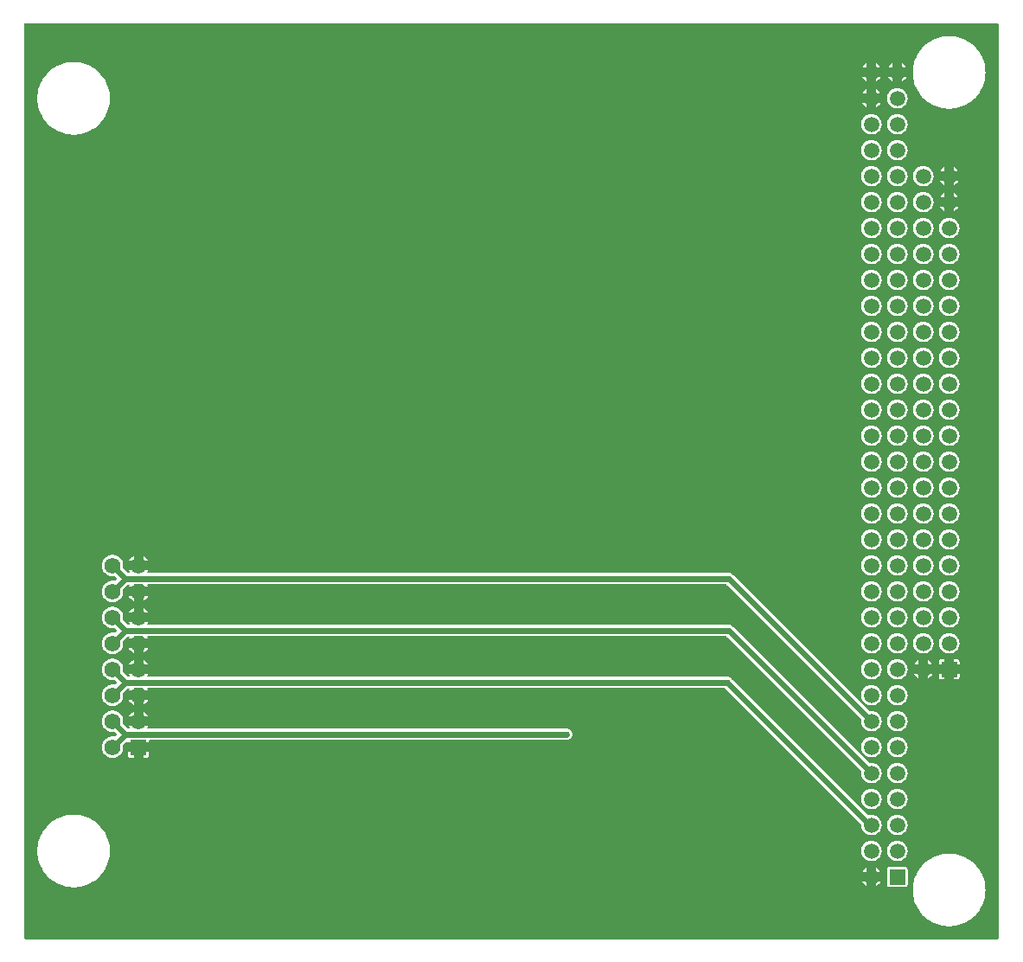
<source format=gbl>
G04 Layer: BottomLayer*
G04 EasyEDA v6.5.20, 2023-08-23 00:17:06*
G04 a67cddfb3fce44daa9051d46cbbcc19f,10*
G04 Gerber Generator version 0.2*
G04 Scale: 100 percent, Rotated: No, Reflected: No *
G04 Dimensions in millimeters *
G04 leading zeros omitted , absolute positions ,4 integer and 5 decimal *
%FSLAX45Y45*%
%MOMM*%

%ADD10C,0.6000*%
%ADD11R,1.5000X1.5000*%
%ADD12C,1.5000*%
%ADD13C,1.5748*%
%ADD14R,1.5748X1.5748*%
%ADD15C,0.6096*%
%ADD16C,0.6100*%
%ADD17C,0.0100*%

%LPD*%
G36*
X36068Y25908D02*
G01*
X32156Y26670D01*
X28905Y28905D01*
X26670Y32156D01*
X25908Y36068D01*
X25908Y8980932D01*
X26670Y8984843D01*
X28905Y8988094D01*
X32156Y8990330D01*
X36068Y8991092D01*
X9552432Y8991092D01*
X9556343Y8990330D01*
X9559594Y8988094D01*
X9561830Y8984843D01*
X9562592Y8980932D01*
X9562592Y36068D01*
X9561830Y32156D01*
X9559594Y28905D01*
X9556343Y26670D01*
X9552432Y25908D01*
G37*

%LPC*%
G36*
X8227872Y8552840D02*
G01*
X8274659Y8552840D01*
X8274659Y8599627D01*
X8267090Y8595817D01*
X8255965Y8588197D01*
X8245957Y8579154D01*
X8237270Y8568842D01*
X8230006Y8557463D01*
G37*
G36*
X494995Y533298D02*
G01*
X521004Y533298D01*
X546912Y535178D01*
X572617Y538988D01*
X597966Y544626D01*
X622808Y552145D01*
X647090Y561441D01*
X670560Y572465D01*
X693216Y585216D01*
X714857Y599541D01*
X735431Y615442D01*
X754735Y632815D01*
X772718Y651510D01*
X789330Y671525D01*
X804418Y692658D01*
X817880Y714857D01*
X829716Y737971D01*
X839825Y761898D01*
X848156Y786536D01*
X854710Y811682D01*
X859332Y837234D01*
X862126Y863041D01*
X862990Y888949D01*
X862126Y914958D01*
X859332Y940765D01*
X854710Y966317D01*
X848156Y991463D01*
X839825Y1016101D01*
X829716Y1040028D01*
X817880Y1063142D01*
X804418Y1085342D01*
X789330Y1106474D01*
X772718Y1126490D01*
X754735Y1145184D01*
X735431Y1162558D01*
X714857Y1178458D01*
X693216Y1192784D01*
X670560Y1205534D01*
X647090Y1216558D01*
X622808Y1225854D01*
X597966Y1233373D01*
X572617Y1239012D01*
X546912Y1242822D01*
X521004Y1244701D01*
X494995Y1244701D01*
X469087Y1242822D01*
X443433Y1239012D01*
X418084Y1233373D01*
X393192Y1225854D01*
X368909Y1216558D01*
X345440Y1205534D01*
X322783Y1192784D01*
X301142Y1178458D01*
X280568Y1162558D01*
X261264Y1145184D01*
X243281Y1126490D01*
X226669Y1106474D01*
X211582Y1085342D01*
X198120Y1063142D01*
X186283Y1040028D01*
X176174Y1016101D01*
X167843Y991463D01*
X161290Y966317D01*
X156667Y940765D01*
X153873Y914958D01*
X153009Y889050D01*
X153873Y863041D01*
X156667Y837234D01*
X161290Y811682D01*
X167843Y786536D01*
X176174Y761898D01*
X186283Y737971D01*
X198120Y714857D01*
X211582Y692658D01*
X226669Y671525D01*
X243281Y651510D01*
X261264Y632815D01*
X280568Y615442D01*
X301142Y599541D01*
X322783Y585216D01*
X345440Y572465D01*
X368909Y561441D01*
X393192Y552145D01*
X418084Y544626D01*
X443433Y538988D01*
X469087Y535178D01*
G37*
G36*
X8498078Y534111D02*
G01*
X8646922Y534111D01*
X8653272Y534822D01*
X8658707Y536702D01*
X8663635Y539800D01*
X8667699Y543864D01*
X8670798Y548792D01*
X8672677Y554228D01*
X8673388Y560578D01*
X8673388Y709422D01*
X8672677Y715772D01*
X8670798Y721207D01*
X8667699Y726135D01*
X8663635Y730199D01*
X8658707Y733298D01*
X8653272Y735177D01*
X8646922Y735888D01*
X8498078Y735888D01*
X8491728Y735177D01*
X8486292Y733298D01*
X8481364Y730199D01*
X8477300Y726135D01*
X8474202Y721207D01*
X8472322Y715772D01*
X8471611Y709422D01*
X8471611Y560578D01*
X8472322Y554228D01*
X8474202Y548792D01*
X8477300Y543864D01*
X8481364Y539800D01*
X8486292Y536702D01*
X8491728Y534822D01*
G37*
G36*
X8362340Y544271D02*
G01*
X8364016Y544982D01*
X8375599Y551840D01*
X8386165Y560171D01*
X8395563Y569874D01*
X8403539Y580694D01*
X8409228Y591159D01*
X8362340Y591159D01*
G37*
G36*
X8274659Y544271D02*
G01*
X8274659Y591159D01*
X8227771Y591159D01*
X8233460Y580694D01*
X8241436Y569874D01*
X8250834Y560171D01*
X8261400Y551840D01*
X8272983Y544982D01*
G37*
G36*
X8362340Y678840D02*
G01*
X8409127Y678840D01*
X8406993Y683463D01*
X8399729Y694842D01*
X8391042Y705154D01*
X8381034Y714197D01*
X8369909Y721817D01*
X8362340Y725627D01*
G37*
G36*
X8227872Y678840D02*
G01*
X8274659Y678840D01*
X8274659Y725627D01*
X8267090Y721817D01*
X8255965Y714197D01*
X8245957Y705154D01*
X8237270Y694842D01*
X8230006Y683463D01*
G37*
G36*
X8311743Y788365D02*
G01*
X8325256Y788365D01*
X8338616Y790143D01*
X8351570Y793699D01*
X8364016Y798982D01*
X8375599Y805840D01*
X8386165Y814171D01*
X8395563Y823874D01*
X8403539Y834694D01*
X8409990Y846531D01*
X8414867Y859129D01*
X8417966Y872236D01*
X8419338Y885647D01*
X8418880Y899109D01*
X8416645Y912368D01*
X8412632Y925271D01*
X8406993Y937463D01*
X8399729Y948842D01*
X8391042Y959154D01*
X8381034Y968197D01*
X8369909Y975817D01*
X8357870Y981862D01*
X8345170Y986282D01*
X8331962Y988974D01*
X8318500Y989888D01*
X8305038Y988974D01*
X8291830Y986282D01*
X8279130Y981862D01*
X8267090Y975817D01*
X8255965Y968197D01*
X8245957Y959154D01*
X8237270Y948842D01*
X8230006Y937463D01*
X8224367Y925271D01*
X8220354Y912368D01*
X8218119Y899109D01*
X8217662Y885647D01*
X8219033Y872236D01*
X8222132Y859129D01*
X8227009Y846531D01*
X8233460Y834694D01*
X8241436Y823874D01*
X8250834Y814171D01*
X8261400Y805840D01*
X8272983Y798982D01*
X8285429Y793699D01*
X8298383Y790143D01*
G37*
G36*
X8565743Y788365D02*
G01*
X8579256Y788365D01*
X8592616Y790143D01*
X8605570Y793699D01*
X8618016Y798982D01*
X8629599Y805840D01*
X8640165Y814171D01*
X8649563Y823874D01*
X8657539Y834694D01*
X8663990Y846531D01*
X8668867Y859129D01*
X8671966Y872236D01*
X8673338Y885647D01*
X8672880Y899109D01*
X8670645Y912368D01*
X8666632Y925271D01*
X8660993Y937463D01*
X8653729Y948842D01*
X8645042Y959154D01*
X8635034Y968197D01*
X8623909Y975817D01*
X8611870Y981862D01*
X8599170Y986282D01*
X8585962Y988974D01*
X8572500Y989888D01*
X8559038Y988974D01*
X8545830Y986282D01*
X8533130Y981862D01*
X8521090Y975817D01*
X8509965Y968197D01*
X8499957Y959154D01*
X8491270Y948842D01*
X8484006Y937463D01*
X8478367Y925271D01*
X8474354Y912368D01*
X8472119Y899109D01*
X8471662Y885647D01*
X8473033Y872236D01*
X8476132Y859129D01*
X8481009Y846531D01*
X8487460Y834694D01*
X8495436Y823874D01*
X8504834Y814171D01*
X8515400Y805840D01*
X8526983Y798982D01*
X8539429Y793699D01*
X8552383Y790143D01*
G37*
G36*
X8565743Y1042365D02*
G01*
X8579256Y1042365D01*
X8592616Y1044143D01*
X8605570Y1047699D01*
X8618016Y1052982D01*
X8629599Y1059840D01*
X8640165Y1068171D01*
X8649563Y1077874D01*
X8657539Y1088694D01*
X8663990Y1100531D01*
X8668867Y1113129D01*
X8671966Y1126236D01*
X8673338Y1139647D01*
X8672880Y1153109D01*
X8670645Y1166368D01*
X8666632Y1179271D01*
X8660993Y1191463D01*
X8653729Y1202842D01*
X8645042Y1213154D01*
X8635034Y1222197D01*
X8623909Y1229817D01*
X8611870Y1235862D01*
X8599170Y1240282D01*
X8585962Y1242974D01*
X8572500Y1243888D01*
X8559038Y1242974D01*
X8545830Y1240282D01*
X8533130Y1235862D01*
X8521090Y1229817D01*
X8509965Y1222197D01*
X8499957Y1213154D01*
X8491270Y1202842D01*
X8484006Y1191463D01*
X8478367Y1179271D01*
X8474354Y1166368D01*
X8472119Y1153109D01*
X8471662Y1139647D01*
X8473033Y1126236D01*
X8476132Y1113129D01*
X8481009Y1100531D01*
X8487460Y1088694D01*
X8495436Y1077874D01*
X8504834Y1068171D01*
X8515400Y1059840D01*
X8526983Y1052982D01*
X8539429Y1047699D01*
X8552383Y1044143D01*
G37*
G36*
X8311743Y1042365D02*
G01*
X8325256Y1042365D01*
X8338616Y1044143D01*
X8351570Y1047699D01*
X8364016Y1052982D01*
X8375599Y1059840D01*
X8386165Y1068171D01*
X8395563Y1077874D01*
X8403539Y1088694D01*
X8409990Y1100531D01*
X8414867Y1113129D01*
X8417966Y1126236D01*
X8419338Y1139647D01*
X8418880Y1153109D01*
X8416645Y1166368D01*
X8412632Y1179271D01*
X8406993Y1191463D01*
X8399729Y1202842D01*
X8391042Y1213154D01*
X8381034Y1222197D01*
X8369909Y1229817D01*
X8357870Y1235862D01*
X8345170Y1240282D01*
X8331962Y1242974D01*
X8318500Y1243888D01*
X8305038Y1242974D01*
X8293608Y1240637D01*
X8290306Y1240536D01*
X8287105Y1241501D01*
X8284413Y1243431D01*
X6953351Y2574493D01*
X6951929Y2576220D01*
X6945020Y2583180D01*
X6936943Y2588818D01*
X6928053Y2592933D01*
X6918553Y2595473D01*
X6908800Y2596337D01*
X6903364Y2595930D01*
X6812635Y2595930D01*
X6807200Y2596337D01*
X6801764Y2595930D01*
X6711035Y2595930D01*
X6705600Y2596337D01*
X6700164Y2595930D01*
X1240078Y2595930D01*
X1235811Y2596845D01*
X1232357Y2599486D01*
X1230274Y2603296D01*
X1230020Y2607665D01*
X1231646Y2611729D01*
X1233627Y2614676D01*
X1236878Y2621280D01*
X1188720Y2621280D01*
X1188720Y2606090D01*
X1187958Y2602179D01*
X1185722Y2598877D01*
X1182420Y2596692D01*
X1178560Y2595930D01*
X1107440Y2595930D01*
X1103528Y2596692D01*
X1100277Y2598877D01*
X1098042Y2602179D01*
X1097280Y2606090D01*
X1097280Y2621280D01*
X1049121Y2621280D01*
X1052372Y2614676D01*
X1054354Y2611729D01*
X1055979Y2607665D01*
X1055725Y2603296D01*
X1053642Y2599486D01*
X1050188Y2596845D01*
X1045921Y2595930D01*
X1043381Y2595930D01*
X1039469Y2596692D01*
X1036167Y2598877D01*
X994765Y2640330D01*
X992835Y2643022D01*
X991869Y2646172D01*
X991971Y2649474D01*
X992733Y2653334D01*
X993648Y2667000D01*
X992733Y2680665D01*
X990041Y2694076D01*
X985672Y2707030D01*
X979627Y2719324D01*
X972007Y2730703D01*
X962964Y2740964D01*
X952703Y2750007D01*
X941324Y2757627D01*
X929030Y2763672D01*
X916076Y2768041D01*
X902665Y2770733D01*
X889000Y2771597D01*
X875334Y2770733D01*
X861923Y2768041D01*
X848969Y2763672D01*
X836676Y2757627D01*
X825296Y2750007D01*
X815035Y2740964D01*
X805992Y2730703D01*
X798372Y2719324D01*
X792327Y2707030D01*
X787958Y2694076D01*
X785266Y2680665D01*
X784352Y2667000D01*
X785266Y2653334D01*
X787958Y2639923D01*
X792327Y2626969D01*
X798372Y2614676D01*
X805992Y2603296D01*
X815035Y2593035D01*
X825296Y2583992D01*
X836676Y2576372D01*
X848969Y2570327D01*
X861923Y2565958D01*
X875334Y2563266D01*
X889000Y2562352D01*
X902665Y2563266D01*
X906526Y2564028D01*
X909828Y2564130D01*
X912977Y2563164D01*
X915669Y2561234D01*
X929741Y2547162D01*
X931976Y2543911D01*
X932738Y2540000D01*
X931976Y2536088D01*
X929741Y2532837D01*
X915669Y2518714D01*
X912977Y2516835D01*
X909828Y2515870D01*
X906526Y2515971D01*
X902665Y2516733D01*
X889000Y2517597D01*
X875334Y2516733D01*
X861923Y2514041D01*
X848969Y2509672D01*
X836676Y2503627D01*
X825296Y2496007D01*
X815035Y2486964D01*
X805992Y2476703D01*
X798372Y2465324D01*
X792327Y2453030D01*
X787958Y2440076D01*
X785266Y2426665D01*
X784352Y2413000D01*
X785266Y2399334D01*
X787958Y2385923D01*
X792327Y2372969D01*
X798372Y2360676D01*
X805992Y2349296D01*
X815035Y2339035D01*
X825296Y2329992D01*
X836676Y2322372D01*
X848969Y2316327D01*
X861923Y2311958D01*
X875334Y2309266D01*
X889000Y2308352D01*
X902665Y2309266D01*
X916076Y2311958D01*
X929030Y2316327D01*
X941324Y2322372D01*
X952703Y2329992D01*
X962964Y2339035D01*
X972007Y2349296D01*
X979627Y2360676D01*
X985672Y2372969D01*
X990041Y2385923D01*
X992733Y2399334D01*
X993648Y2413000D01*
X992733Y2426665D01*
X991971Y2430526D01*
X991869Y2433828D01*
X992835Y2436977D01*
X994765Y2439670D01*
X1036167Y2481122D01*
X1039469Y2483307D01*
X1043381Y2484069D01*
X1045921Y2484069D01*
X1050188Y2483154D01*
X1053642Y2480513D01*
X1055725Y2476703D01*
X1055979Y2472334D01*
X1054404Y2468270D01*
X1052372Y2465324D01*
X1049121Y2458720D01*
X1097280Y2458720D01*
X1097280Y2473909D01*
X1098042Y2477820D01*
X1100277Y2481122D01*
X1103528Y2483307D01*
X1107440Y2484069D01*
X1178560Y2484069D01*
X1182420Y2483307D01*
X1185722Y2481122D01*
X1187958Y2477820D01*
X1188720Y2473909D01*
X1188720Y2458720D01*
X1236878Y2458720D01*
X1233627Y2465324D01*
X1231595Y2468270D01*
X1230020Y2472334D01*
X1230274Y2476703D01*
X1232357Y2480513D01*
X1235811Y2483154D01*
X1240078Y2484069D01*
X6700062Y2484069D01*
X6705600Y2483662D01*
X6711137Y2484069D01*
X6801662Y2484069D01*
X6807200Y2483662D01*
X6812737Y2484069D01*
X6881418Y2484069D01*
X6885279Y2483307D01*
X6888581Y2481122D01*
X8214969Y1154785D01*
X8217204Y1151331D01*
X8217916Y1147216D01*
X8217662Y1139647D01*
X8219033Y1126236D01*
X8222132Y1113129D01*
X8227009Y1100531D01*
X8233460Y1088694D01*
X8241436Y1077874D01*
X8250834Y1068171D01*
X8261400Y1059840D01*
X8272983Y1052982D01*
X8285429Y1047699D01*
X8298383Y1044143D01*
G37*
G36*
X8616340Y8552840D02*
G01*
X8663127Y8552840D01*
X8660993Y8557463D01*
X8653729Y8568842D01*
X8645042Y8579154D01*
X8635034Y8588197D01*
X8623909Y8595817D01*
X8616340Y8599627D01*
G37*
G36*
X8311743Y1296365D02*
G01*
X8325256Y1296365D01*
X8338616Y1298143D01*
X8351570Y1301699D01*
X8364016Y1306982D01*
X8375599Y1313840D01*
X8386165Y1322171D01*
X8395563Y1331874D01*
X8403539Y1342694D01*
X8409990Y1354531D01*
X8414867Y1367129D01*
X8417966Y1380236D01*
X8419338Y1393647D01*
X8418880Y1407109D01*
X8416645Y1420368D01*
X8412632Y1433271D01*
X8406993Y1445463D01*
X8399729Y1456842D01*
X8391042Y1467154D01*
X8381034Y1476197D01*
X8369909Y1483817D01*
X8357870Y1489862D01*
X8345170Y1494282D01*
X8331962Y1496974D01*
X8318500Y1497888D01*
X8305038Y1496974D01*
X8291830Y1494282D01*
X8279130Y1489862D01*
X8267090Y1483817D01*
X8255965Y1476197D01*
X8245957Y1467154D01*
X8237270Y1456842D01*
X8230006Y1445463D01*
X8224367Y1433271D01*
X8220354Y1420368D01*
X8218119Y1407109D01*
X8217662Y1393647D01*
X8219033Y1380236D01*
X8222132Y1367129D01*
X8227009Y1354531D01*
X8233460Y1342694D01*
X8241436Y1331874D01*
X8250834Y1322171D01*
X8261400Y1313840D01*
X8272983Y1306982D01*
X8285429Y1301699D01*
X8298383Y1298143D01*
G37*
G36*
X8565743Y1296365D02*
G01*
X8579256Y1296365D01*
X8592616Y1298143D01*
X8605570Y1301699D01*
X8618016Y1306982D01*
X8629599Y1313840D01*
X8640165Y1322171D01*
X8649563Y1331874D01*
X8657539Y1342694D01*
X8663990Y1354531D01*
X8668867Y1367129D01*
X8671966Y1380236D01*
X8673338Y1393647D01*
X8672880Y1407109D01*
X8670645Y1420368D01*
X8666632Y1433271D01*
X8660993Y1445463D01*
X8653729Y1456842D01*
X8645042Y1467154D01*
X8635034Y1476197D01*
X8623909Y1483817D01*
X8611870Y1489862D01*
X8599170Y1494282D01*
X8585962Y1496974D01*
X8572500Y1497888D01*
X8559038Y1496974D01*
X8545830Y1494282D01*
X8533130Y1489862D01*
X8521090Y1483817D01*
X8509965Y1476197D01*
X8499957Y1467154D01*
X8491270Y1456842D01*
X8484006Y1445463D01*
X8478367Y1433271D01*
X8474354Y1420368D01*
X8472119Y1407109D01*
X8471662Y1393647D01*
X8473033Y1380236D01*
X8476132Y1367129D01*
X8481009Y1354531D01*
X8487460Y1342694D01*
X8495436Y1331874D01*
X8504834Y1322171D01*
X8515400Y1313840D01*
X8526983Y1306982D01*
X8539429Y1301699D01*
X8552383Y1298143D01*
G37*
G36*
X8565743Y1550365D02*
G01*
X8579256Y1550365D01*
X8592616Y1552143D01*
X8605570Y1555699D01*
X8618016Y1560982D01*
X8629599Y1567840D01*
X8640165Y1576171D01*
X8649563Y1585874D01*
X8657539Y1596694D01*
X8663990Y1608531D01*
X8668867Y1621129D01*
X8671966Y1634236D01*
X8673338Y1647647D01*
X8672880Y1661109D01*
X8670645Y1674368D01*
X8666632Y1687271D01*
X8660993Y1699463D01*
X8653729Y1710842D01*
X8645042Y1721154D01*
X8635034Y1730197D01*
X8623909Y1737817D01*
X8611870Y1743862D01*
X8599170Y1748282D01*
X8585962Y1750974D01*
X8572500Y1751888D01*
X8559038Y1750974D01*
X8545830Y1748282D01*
X8533130Y1743862D01*
X8521090Y1737817D01*
X8509965Y1730197D01*
X8499957Y1721154D01*
X8491270Y1710842D01*
X8484006Y1699463D01*
X8478367Y1687271D01*
X8474354Y1674368D01*
X8472119Y1661109D01*
X8471662Y1647647D01*
X8473033Y1634236D01*
X8476132Y1621129D01*
X8481009Y1608531D01*
X8487460Y1596694D01*
X8495436Y1585874D01*
X8504834Y1576171D01*
X8515400Y1567840D01*
X8526983Y1560982D01*
X8539429Y1555699D01*
X8552383Y1552143D01*
G37*
G36*
X8311743Y1550365D02*
G01*
X8325256Y1550365D01*
X8338616Y1552143D01*
X8351570Y1555699D01*
X8364016Y1560982D01*
X8375599Y1567840D01*
X8386165Y1576171D01*
X8395563Y1585874D01*
X8403539Y1596694D01*
X8409990Y1608531D01*
X8414867Y1621129D01*
X8417966Y1634236D01*
X8419338Y1647647D01*
X8418880Y1661109D01*
X8416645Y1674368D01*
X8412632Y1687271D01*
X8406993Y1699463D01*
X8399729Y1710842D01*
X8391042Y1721154D01*
X8381034Y1730197D01*
X8369909Y1737817D01*
X8357870Y1743862D01*
X8345170Y1748282D01*
X8331962Y1750974D01*
X8318500Y1751888D01*
X8300872Y1750669D01*
X8297672Y1751634D01*
X8294979Y1753565D01*
X6961174Y3087370D01*
X6957415Y3090824D01*
X6953554Y3093770D01*
X6949440Y3096412D01*
X6945122Y3098647D01*
X6940600Y3100527D01*
X6935978Y3102000D01*
X6931202Y3103067D01*
X6926376Y3103676D01*
X6921296Y3103930D01*
X1240078Y3103930D01*
X1235811Y3104845D01*
X1232357Y3107486D01*
X1230274Y3111296D01*
X1230020Y3115665D01*
X1231646Y3119729D01*
X1233627Y3122676D01*
X1236878Y3129280D01*
X1188720Y3129280D01*
X1188720Y3114090D01*
X1187958Y3110179D01*
X1185722Y3106877D01*
X1182420Y3104692D01*
X1178560Y3103930D01*
X1107440Y3103930D01*
X1103528Y3104692D01*
X1100277Y3106877D01*
X1098042Y3110179D01*
X1097280Y3114090D01*
X1097280Y3129280D01*
X1049121Y3129280D01*
X1052372Y3122676D01*
X1054354Y3119729D01*
X1055979Y3115665D01*
X1055725Y3111296D01*
X1053642Y3107486D01*
X1050188Y3104845D01*
X1045921Y3103930D01*
X1043381Y3103930D01*
X1039469Y3104692D01*
X1036167Y3106877D01*
X994765Y3148330D01*
X992835Y3151022D01*
X991869Y3154172D01*
X991971Y3157474D01*
X992733Y3161334D01*
X993648Y3175000D01*
X992733Y3188665D01*
X990041Y3202076D01*
X985672Y3215030D01*
X979627Y3227324D01*
X972007Y3238703D01*
X962964Y3248964D01*
X952703Y3258007D01*
X941324Y3265627D01*
X929030Y3271672D01*
X916076Y3276041D01*
X902665Y3278733D01*
X889000Y3279597D01*
X875334Y3278733D01*
X861923Y3276041D01*
X848969Y3271672D01*
X836676Y3265627D01*
X825296Y3258007D01*
X815035Y3248964D01*
X805992Y3238703D01*
X798372Y3227324D01*
X792327Y3215030D01*
X787958Y3202076D01*
X785266Y3188665D01*
X784352Y3175000D01*
X785266Y3161334D01*
X787958Y3147923D01*
X792327Y3134969D01*
X798372Y3122676D01*
X805992Y3111296D01*
X815035Y3101035D01*
X825296Y3091992D01*
X836676Y3084372D01*
X848969Y3078327D01*
X861923Y3073958D01*
X875334Y3071266D01*
X889000Y3070352D01*
X902665Y3071266D01*
X906526Y3072028D01*
X909828Y3072130D01*
X912977Y3071164D01*
X915669Y3069234D01*
X929741Y3055162D01*
X931976Y3051911D01*
X932738Y3048000D01*
X931976Y3044088D01*
X929741Y3040837D01*
X915669Y3026714D01*
X912977Y3024835D01*
X909828Y3023870D01*
X906526Y3023971D01*
X902665Y3024733D01*
X889000Y3025597D01*
X875334Y3024733D01*
X861923Y3022041D01*
X848969Y3017672D01*
X836676Y3011627D01*
X825296Y3004007D01*
X815035Y2994964D01*
X805992Y2984703D01*
X798372Y2973324D01*
X792327Y2961030D01*
X787958Y2948076D01*
X785266Y2934665D01*
X784352Y2921000D01*
X785266Y2907334D01*
X787958Y2893923D01*
X792327Y2880969D01*
X798372Y2868676D01*
X805992Y2857296D01*
X815035Y2847035D01*
X825296Y2837992D01*
X836676Y2830372D01*
X848969Y2824327D01*
X861923Y2819958D01*
X875334Y2817266D01*
X889000Y2816352D01*
X902665Y2817266D01*
X916076Y2819958D01*
X929030Y2824327D01*
X941324Y2830372D01*
X952703Y2837992D01*
X962964Y2847035D01*
X972007Y2857296D01*
X979627Y2868676D01*
X985672Y2880969D01*
X990041Y2893923D01*
X992733Y2907334D01*
X993648Y2921000D01*
X992733Y2934665D01*
X991971Y2938526D01*
X991869Y2941828D01*
X992835Y2944977D01*
X994765Y2947670D01*
X1036167Y2989122D01*
X1039469Y2991307D01*
X1043381Y2992069D01*
X1045921Y2992069D01*
X1050188Y2991154D01*
X1053642Y2988513D01*
X1055725Y2984703D01*
X1055979Y2980334D01*
X1054404Y2976270D01*
X1052372Y2973324D01*
X1049121Y2966720D01*
X1097280Y2966720D01*
X1097280Y2981909D01*
X1098042Y2985820D01*
X1100277Y2989122D01*
X1103528Y2991307D01*
X1107440Y2992069D01*
X1178560Y2992069D01*
X1182420Y2991307D01*
X1185722Y2989122D01*
X1187958Y2985820D01*
X1188720Y2981909D01*
X1188720Y2966720D01*
X1236878Y2966720D01*
X1233627Y2973324D01*
X1231595Y2976270D01*
X1230020Y2980334D01*
X1230274Y2984703D01*
X1232357Y2988513D01*
X1235811Y2991154D01*
X1240078Y2992069D01*
X6894118Y2992069D01*
X6898030Y2991307D01*
X6901332Y2989122D01*
X8216036Y1674418D01*
X8217916Y1671777D01*
X8218881Y1668729D01*
X8218881Y1665528D01*
X8218119Y1661109D01*
X8217662Y1647647D01*
X8219033Y1634236D01*
X8222132Y1621129D01*
X8227009Y1608531D01*
X8233460Y1596694D01*
X8241436Y1585874D01*
X8250834Y1576171D01*
X8261400Y1567840D01*
X8272983Y1560982D01*
X8285429Y1555699D01*
X8298383Y1552143D01*
G37*
G36*
X8362340Y8552840D02*
G01*
X8409127Y8552840D01*
X8406993Y8557463D01*
X8399729Y8568842D01*
X8391042Y8579154D01*
X8381034Y8588197D01*
X8369909Y8595817D01*
X8362340Y8599627D01*
G37*
G36*
X1064818Y1800352D02*
G01*
X1097280Y1800352D01*
X1097280Y1859280D01*
X1038352Y1859280D01*
X1038352Y1826818D01*
X1039063Y1820519D01*
X1040993Y1815033D01*
X1044041Y1810156D01*
X1048156Y1806041D01*
X1053033Y1802993D01*
X1058519Y1801063D01*
G37*
G36*
X1188720Y1800352D02*
G01*
X1221181Y1800352D01*
X1227480Y1801063D01*
X1232966Y1802993D01*
X1237843Y1806041D01*
X1241958Y1810156D01*
X1245006Y1815033D01*
X1246936Y1820519D01*
X1247648Y1826818D01*
X1247648Y1859280D01*
X1188720Y1859280D01*
G37*
G36*
X889000Y1800352D02*
G01*
X902665Y1801266D01*
X916076Y1803958D01*
X929030Y1808327D01*
X941324Y1814372D01*
X952703Y1821992D01*
X962964Y1831035D01*
X972007Y1841296D01*
X979627Y1852675D01*
X985672Y1864969D01*
X990041Y1877923D01*
X992733Y1891334D01*
X993648Y1905000D01*
X992733Y1918665D01*
X991971Y1922525D01*
X991869Y1925828D01*
X992835Y1928977D01*
X994765Y1931670D01*
X1021029Y1957933D01*
X1024280Y1960118D01*
X1028192Y1960930D01*
X1032052Y1960118D01*
X1035354Y1957933D01*
X1037590Y1954631D01*
X1038352Y1950720D01*
X1097280Y1950720D01*
X1097280Y1965909D01*
X1098042Y1969820D01*
X1100277Y1973122D01*
X1103528Y1975307D01*
X1107440Y1976069D01*
X1178560Y1976069D01*
X1182420Y1975307D01*
X1185722Y1973122D01*
X1187958Y1969820D01*
X1188720Y1965909D01*
X1188720Y1950720D01*
X1247648Y1950720D01*
X1247648Y1965909D01*
X1248410Y1969820D01*
X1250645Y1973122D01*
X1253896Y1975307D01*
X1257808Y1976069D01*
X5099913Y1976069D01*
X5105400Y1975662D01*
X5110886Y1976069D01*
X5201513Y1976069D01*
X5207000Y1975662D01*
X5212486Y1976069D01*
X5328513Y1976069D01*
X5334000Y1975662D01*
X5343753Y1976526D01*
X5353253Y1979066D01*
X5362143Y1983181D01*
X5370220Y1988820D01*
X5377180Y1995779D01*
X5382768Y2003806D01*
X5386933Y2012746D01*
X5389473Y2022195D01*
X5390337Y2032000D01*
X5389473Y2041804D01*
X5386933Y2051253D01*
X5382768Y2060193D01*
X5377180Y2068220D01*
X5370220Y2075180D01*
X5362143Y2080818D01*
X5353253Y2084933D01*
X5343753Y2087473D01*
X5334000Y2088337D01*
X5328513Y2087880D01*
X5212486Y2087880D01*
X5207000Y2088337D01*
X5201513Y2087880D01*
X5110886Y2087880D01*
X5105400Y2088337D01*
X5099913Y2087880D01*
X1240078Y2087930D01*
X1235811Y2088845D01*
X1232357Y2091486D01*
X1230274Y2095296D01*
X1230020Y2099665D01*
X1231646Y2103729D01*
X1233627Y2106676D01*
X1236878Y2113280D01*
X1188720Y2113280D01*
X1188720Y2098090D01*
X1187958Y2094179D01*
X1185722Y2090877D01*
X1182420Y2088692D01*
X1178560Y2087930D01*
X1107440Y2087930D01*
X1103528Y2088692D01*
X1100277Y2090877D01*
X1098042Y2094179D01*
X1097280Y2098090D01*
X1097280Y2113280D01*
X1049121Y2113280D01*
X1052372Y2106676D01*
X1054354Y2103729D01*
X1055979Y2099665D01*
X1055725Y2095296D01*
X1053642Y2091486D01*
X1050188Y2088845D01*
X1045921Y2087930D01*
X1043381Y2087930D01*
X1039469Y2088692D01*
X1036167Y2090877D01*
X994765Y2132330D01*
X992835Y2135022D01*
X991869Y2138172D01*
X991971Y2141474D01*
X992733Y2145334D01*
X993648Y2159000D01*
X992733Y2172665D01*
X990041Y2186076D01*
X985672Y2199030D01*
X979627Y2211324D01*
X972007Y2222703D01*
X962964Y2232964D01*
X952703Y2242007D01*
X941324Y2249627D01*
X929030Y2255672D01*
X916076Y2260041D01*
X902665Y2262733D01*
X889000Y2263597D01*
X875334Y2262733D01*
X861923Y2260041D01*
X848969Y2255672D01*
X836676Y2249627D01*
X825296Y2242007D01*
X815035Y2232964D01*
X805992Y2222703D01*
X798372Y2211324D01*
X792327Y2199030D01*
X787958Y2186076D01*
X785266Y2172665D01*
X784352Y2159000D01*
X785266Y2145334D01*
X787958Y2131923D01*
X792327Y2118969D01*
X798372Y2106676D01*
X805992Y2095296D01*
X815035Y2085035D01*
X825296Y2075992D01*
X836676Y2068372D01*
X848969Y2062327D01*
X861923Y2057958D01*
X875334Y2055266D01*
X889000Y2054352D01*
X902665Y2055266D01*
X906526Y2056028D01*
X909828Y2056130D01*
X912977Y2055164D01*
X915669Y2053234D01*
X929741Y2039162D01*
X931976Y2035860D01*
X932738Y2032000D01*
X931976Y2028088D01*
X929741Y2024786D01*
X915669Y2010714D01*
X912977Y2008835D01*
X909828Y2007870D01*
X906526Y2007971D01*
X902665Y2008733D01*
X889000Y2009597D01*
X875334Y2008733D01*
X861923Y2006041D01*
X848969Y2001672D01*
X836676Y1995627D01*
X825296Y1988007D01*
X815035Y1978964D01*
X805992Y1968703D01*
X798372Y1957324D01*
X792327Y1945030D01*
X787958Y1932076D01*
X785266Y1918665D01*
X784352Y1905000D01*
X785266Y1891334D01*
X787958Y1877923D01*
X792327Y1864969D01*
X798372Y1852675D01*
X805992Y1841296D01*
X815035Y1831035D01*
X825296Y1821992D01*
X836676Y1814372D01*
X848969Y1808327D01*
X861923Y1803958D01*
X875334Y1801266D01*
G37*
G36*
X8311743Y1804365D02*
G01*
X8325256Y1804365D01*
X8338616Y1806143D01*
X8351570Y1809699D01*
X8364016Y1814982D01*
X8375599Y1821840D01*
X8386165Y1830171D01*
X8395563Y1839874D01*
X8403539Y1850694D01*
X8409990Y1862531D01*
X8414867Y1875129D01*
X8417966Y1888236D01*
X8419338Y1901647D01*
X8418880Y1915109D01*
X8416645Y1928368D01*
X8412632Y1941271D01*
X8406993Y1953463D01*
X8399729Y1964842D01*
X8391042Y1975154D01*
X8381034Y1984197D01*
X8369909Y1991817D01*
X8357870Y1997862D01*
X8345170Y2002282D01*
X8331962Y2004974D01*
X8318500Y2005888D01*
X8305038Y2004974D01*
X8291830Y2002282D01*
X8279130Y1997862D01*
X8267090Y1991817D01*
X8255965Y1984197D01*
X8245957Y1975154D01*
X8237270Y1964842D01*
X8230006Y1953463D01*
X8224367Y1941271D01*
X8220354Y1928368D01*
X8218119Y1915109D01*
X8217662Y1901647D01*
X8219033Y1888236D01*
X8222132Y1875129D01*
X8227009Y1862531D01*
X8233460Y1850694D01*
X8241436Y1839874D01*
X8250834Y1830171D01*
X8261400Y1821840D01*
X8272983Y1814982D01*
X8285429Y1809699D01*
X8298383Y1806143D01*
G37*
G36*
X8565743Y1804365D02*
G01*
X8579256Y1804365D01*
X8592616Y1806143D01*
X8605570Y1809699D01*
X8618016Y1814982D01*
X8629599Y1821840D01*
X8640165Y1830171D01*
X8649563Y1839874D01*
X8657539Y1850694D01*
X8663990Y1862531D01*
X8668867Y1875129D01*
X8671966Y1888236D01*
X8673338Y1901647D01*
X8672880Y1915109D01*
X8670645Y1928368D01*
X8666632Y1941271D01*
X8660993Y1953463D01*
X8653729Y1964842D01*
X8645042Y1975154D01*
X8635034Y1984197D01*
X8623909Y1991817D01*
X8611870Y1997862D01*
X8599170Y2002282D01*
X8585962Y2004974D01*
X8572500Y2005888D01*
X8559038Y2004974D01*
X8545830Y2002282D01*
X8533130Y1997862D01*
X8521090Y1991817D01*
X8509965Y1984197D01*
X8499957Y1975154D01*
X8491270Y1964842D01*
X8484006Y1953463D01*
X8478367Y1941271D01*
X8474354Y1928368D01*
X8472119Y1915109D01*
X8471662Y1901647D01*
X8473033Y1888236D01*
X8476132Y1875129D01*
X8481009Y1862531D01*
X8487460Y1850694D01*
X8495436Y1839874D01*
X8504834Y1830171D01*
X8515400Y1821840D01*
X8526983Y1814982D01*
X8539429Y1809699D01*
X8552383Y1806143D01*
G37*
G36*
X8481872Y8552840D02*
G01*
X8528659Y8552840D01*
X8528659Y8599627D01*
X8521090Y8595817D01*
X8509965Y8588197D01*
X8499957Y8579154D01*
X8491270Y8568842D01*
X8484006Y8557463D01*
G37*
G36*
X8274659Y8418271D02*
G01*
X8274659Y8465159D01*
X8227771Y8465159D01*
X8233460Y8454694D01*
X8241436Y8443874D01*
X8250834Y8434171D01*
X8261400Y8425840D01*
X8272983Y8418982D01*
G37*
G36*
X8616340Y8418271D02*
G01*
X8618016Y8418982D01*
X8629599Y8425840D01*
X8640165Y8434171D01*
X8649563Y8443874D01*
X8657539Y8454694D01*
X8663228Y8465159D01*
X8616340Y8465159D01*
G37*
G36*
X8528659Y8418271D02*
G01*
X8528659Y8465159D01*
X8481771Y8465159D01*
X8487460Y8454694D01*
X8495436Y8443874D01*
X8504834Y8434171D01*
X8515400Y8425840D01*
X8526983Y8418982D01*
G37*
G36*
X8362340Y8418271D02*
G01*
X8364016Y8418982D01*
X8375599Y8425840D01*
X8386165Y8434171D01*
X8395563Y8443874D01*
X8403539Y8454694D01*
X8409228Y8465159D01*
X8362340Y8465159D01*
G37*
G36*
X8227872Y8298840D02*
G01*
X8274659Y8298840D01*
X8274659Y8345627D01*
X8267090Y8341817D01*
X8255965Y8334197D01*
X8245957Y8325154D01*
X8237270Y8314842D01*
X8230006Y8303463D01*
G37*
G36*
X8362340Y8298840D02*
G01*
X8409127Y8298840D01*
X8406993Y8303463D01*
X8399729Y8314842D01*
X8391042Y8325154D01*
X8381034Y8334197D01*
X8369909Y8341817D01*
X8362340Y8345627D01*
G37*
G36*
X8565743Y2058365D02*
G01*
X8579256Y2058365D01*
X8592616Y2060143D01*
X8605570Y2063699D01*
X8618016Y2068982D01*
X8629599Y2075840D01*
X8640165Y2084171D01*
X8649563Y2093874D01*
X8657539Y2104694D01*
X8663990Y2116531D01*
X8668867Y2129129D01*
X8671966Y2142236D01*
X8673338Y2155647D01*
X8672880Y2169109D01*
X8670645Y2182368D01*
X8666632Y2195271D01*
X8660993Y2207463D01*
X8653729Y2218842D01*
X8645042Y2229154D01*
X8635034Y2238197D01*
X8623909Y2245817D01*
X8611870Y2251862D01*
X8599170Y2256282D01*
X8585962Y2258974D01*
X8572500Y2259888D01*
X8559038Y2258974D01*
X8545830Y2256282D01*
X8533130Y2251862D01*
X8521090Y2245817D01*
X8509965Y2238197D01*
X8499957Y2229154D01*
X8491270Y2218842D01*
X8484006Y2207463D01*
X8478367Y2195271D01*
X8474354Y2182368D01*
X8472119Y2169109D01*
X8471662Y2155647D01*
X8473033Y2142236D01*
X8476132Y2129129D01*
X8481009Y2116531D01*
X8487460Y2104694D01*
X8495436Y2093874D01*
X8504834Y2084171D01*
X8515400Y2075840D01*
X8526983Y2068982D01*
X8539429Y2063699D01*
X8552383Y2060143D01*
G37*
G36*
X8311743Y2058365D02*
G01*
X8325256Y2058365D01*
X8338616Y2060143D01*
X8351570Y2063699D01*
X8364016Y2068982D01*
X8375599Y2075840D01*
X8386165Y2084171D01*
X8395563Y2093874D01*
X8403539Y2104694D01*
X8409990Y2116531D01*
X8414867Y2129129D01*
X8417966Y2142236D01*
X8419338Y2155647D01*
X8418880Y2169109D01*
X8416645Y2182368D01*
X8412632Y2195271D01*
X8406993Y2207463D01*
X8399729Y2218842D01*
X8391042Y2229154D01*
X8381034Y2238197D01*
X8369909Y2245817D01*
X8357870Y2251862D01*
X8345170Y2256282D01*
X8331962Y2258974D01*
X8318500Y2259888D01*
X8300872Y2258669D01*
X8297672Y2259634D01*
X8294979Y2261565D01*
X6961174Y3595370D01*
X6957415Y3598824D01*
X6953554Y3601770D01*
X6949440Y3604412D01*
X6945122Y3606647D01*
X6940600Y3608527D01*
X6935978Y3610000D01*
X6931202Y3611067D01*
X6926376Y3611676D01*
X6921296Y3611930D01*
X1240078Y3611930D01*
X1235811Y3612845D01*
X1232357Y3615486D01*
X1230274Y3619296D01*
X1230020Y3623665D01*
X1231646Y3627729D01*
X1233627Y3630676D01*
X1236878Y3637279D01*
X1188720Y3637279D01*
X1188720Y3622090D01*
X1187958Y3618179D01*
X1185722Y3614877D01*
X1182420Y3612692D01*
X1178560Y3611930D01*
X1107440Y3611930D01*
X1103528Y3612692D01*
X1100277Y3614877D01*
X1098042Y3618179D01*
X1097280Y3622090D01*
X1097280Y3637279D01*
X1049121Y3637279D01*
X1052372Y3630676D01*
X1054354Y3627729D01*
X1055979Y3623665D01*
X1055725Y3619296D01*
X1053642Y3615486D01*
X1050188Y3612845D01*
X1045921Y3611930D01*
X1043381Y3611930D01*
X1039469Y3612692D01*
X1036167Y3614877D01*
X994765Y3656329D01*
X992835Y3659022D01*
X991869Y3662172D01*
X991971Y3665474D01*
X992733Y3669334D01*
X993648Y3683000D01*
X992733Y3696665D01*
X990041Y3710076D01*
X985672Y3723030D01*
X979627Y3735324D01*
X972007Y3746703D01*
X962964Y3756964D01*
X952703Y3766007D01*
X941324Y3773627D01*
X929030Y3779672D01*
X916076Y3784041D01*
X902665Y3786733D01*
X889000Y3787597D01*
X875334Y3786733D01*
X861923Y3784041D01*
X848969Y3779672D01*
X836676Y3773627D01*
X825296Y3766007D01*
X815035Y3756964D01*
X805992Y3746703D01*
X798372Y3735324D01*
X792327Y3723030D01*
X787958Y3710076D01*
X785266Y3696665D01*
X784352Y3683000D01*
X785266Y3669334D01*
X787958Y3655923D01*
X792327Y3642969D01*
X798372Y3630676D01*
X805992Y3619296D01*
X815035Y3609035D01*
X825296Y3599992D01*
X836676Y3592372D01*
X848969Y3586327D01*
X861923Y3581958D01*
X875334Y3579266D01*
X889000Y3578351D01*
X902665Y3579266D01*
X906526Y3580028D01*
X909828Y3580129D01*
X912977Y3579164D01*
X915669Y3577234D01*
X929741Y3563162D01*
X931976Y3559911D01*
X932738Y3556000D01*
X931976Y3552088D01*
X929741Y3548837D01*
X915669Y3534714D01*
X912977Y3532835D01*
X909828Y3531870D01*
X906526Y3531971D01*
X902665Y3532733D01*
X889000Y3533597D01*
X875334Y3532733D01*
X861923Y3530041D01*
X848969Y3525672D01*
X836676Y3519627D01*
X825296Y3512007D01*
X815035Y3502964D01*
X805992Y3492703D01*
X798372Y3481324D01*
X792327Y3469030D01*
X787958Y3456076D01*
X785266Y3442665D01*
X784352Y3429000D01*
X785266Y3415334D01*
X787958Y3401923D01*
X792327Y3388969D01*
X798372Y3376676D01*
X805992Y3365296D01*
X815035Y3355035D01*
X825296Y3345992D01*
X836676Y3338372D01*
X848969Y3332327D01*
X861923Y3327958D01*
X875334Y3325266D01*
X889000Y3324351D01*
X902665Y3325266D01*
X916076Y3327958D01*
X929030Y3332327D01*
X941324Y3338372D01*
X952703Y3345992D01*
X962964Y3355035D01*
X972007Y3365296D01*
X979627Y3376676D01*
X985672Y3388969D01*
X990041Y3401923D01*
X992733Y3415334D01*
X993648Y3429000D01*
X992733Y3442665D01*
X991971Y3446526D01*
X991869Y3449828D01*
X992835Y3452977D01*
X994765Y3455670D01*
X1036167Y3497122D01*
X1039469Y3499307D01*
X1043381Y3500069D01*
X1045921Y3500069D01*
X1050188Y3499154D01*
X1053642Y3496513D01*
X1055725Y3492703D01*
X1055979Y3488334D01*
X1054404Y3484270D01*
X1052372Y3481324D01*
X1049121Y3474720D01*
X1097280Y3474720D01*
X1097280Y3489909D01*
X1098042Y3493820D01*
X1100277Y3497122D01*
X1103528Y3499307D01*
X1107440Y3500069D01*
X1178560Y3500069D01*
X1182420Y3499307D01*
X1185722Y3497122D01*
X1187958Y3493820D01*
X1188720Y3489909D01*
X1188720Y3474720D01*
X1236878Y3474720D01*
X1233627Y3481324D01*
X1231595Y3484270D01*
X1230020Y3488334D01*
X1230274Y3492703D01*
X1232357Y3496513D01*
X1235811Y3499154D01*
X1240078Y3500069D01*
X6894118Y3500069D01*
X6898030Y3499307D01*
X6901332Y3497122D01*
X8216036Y2182418D01*
X8217916Y2179777D01*
X8218881Y2176729D01*
X8218881Y2173528D01*
X8218119Y2169109D01*
X8217662Y2155647D01*
X8219033Y2142236D01*
X8222132Y2129129D01*
X8227009Y2116531D01*
X8233460Y2104694D01*
X8241436Y2093874D01*
X8250834Y2084171D01*
X8261400Y2075840D01*
X8272983Y2068982D01*
X8285429Y2063699D01*
X8298383Y2060143D01*
G37*
G36*
X8274659Y8164271D02*
G01*
X8274659Y8211159D01*
X8227771Y8211159D01*
X8233460Y8200694D01*
X8241436Y8189874D01*
X8250834Y8180171D01*
X8261400Y8171840D01*
X8272983Y8164982D01*
G37*
G36*
X8362340Y8164271D02*
G01*
X8364016Y8164982D01*
X8375599Y8171840D01*
X8386165Y8180171D01*
X8395563Y8189874D01*
X8403539Y8200694D01*
X8409228Y8211159D01*
X8362340Y8211159D01*
G37*
G36*
X8565743Y8154365D02*
G01*
X8579256Y8154365D01*
X8592616Y8156143D01*
X8605570Y8159699D01*
X8618016Y8164982D01*
X8629599Y8171840D01*
X8640165Y8180171D01*
X8649563Y8189874D01*
X8657539Y8200694D01*
X8663990Y8212531D01*
X8668867Y8225129D01*
X8671966Y8238236D01*
X8673338Y8251647D01*
X8672880Y8265109D01*
X8670645Y8278368D01*
X8666632Y8291271D01*
X8660993Y8303463D01*
X8653729Y8314842D01*
X8645042Y8325154D01*
X8635034Y8334197D01*
X8623909Y8341817D01*
X8611870Y8347862D01*
X8599170Y8352281D01*
X8585962Y8354974D01*
X8572500Y8355888D01*
X8559038Y8354974D01*
X8545830Y8352281D01*
X8533130Y8347862D01*
X8521090Y8341817D01*
X8509965Y8334197D01*
X8499957Y8325154D01*
X8491270Y8314842D01*
X8484006Y8303463D01*
X8478367Y8291271D01*
X8474354Y8278368D01*
X8472119Y8265109D01*
X8471662Y8251647D01*
X8473033Y8238236D01*
X8476132Y8225129D01*
X8481009Y8212531D01*
X8487460Y8200694D01*
X8495436Y8189874D01*
X8504834Y8180171D01*
X8515400Y8171840D01*
X8526983Y8164982D01*
X8539429Y8159699D01*
X8552383Y8156143D01*
G37*
G36*
X9067495Y8153298D02*
G01*
X9093504Y8153298D01*
X9119412Y8155178D01*
X9145117Y8158988D01*
X9170466Y8164626D01*
X9195308Y8172145D01*
X9219590Y8181441D01*
X9243060Y8192465D01*
X9265716Y8205216D01*
X9287357Y8219541D01*
X9307931Y8235442D01*
X9327235Y8252815D01*
X9345218Y8271509D01*
X9361830Y8291525D01*
X9376918Y8312658D01*
X9390380Y8334857D01*
X9402216Y8357971D01*
X9412325Y8381898D01*
X9420656Y8406536D01*
X9427210Y8431682D01*
X9431832Y8457234D01*
X9434626Y8483041D01*
X9435490Y8508949D01*
X9434626Y8534958D01*
X9431832Y8560765D01*
X9427210Y8586317D01*
X9420656Y8611463D01*
X9412325Y8636101D01*
X9402216Y8660028D01*
X9390380Y8683142D01*
X9376918Y8705342D01*
X9361830Y8726474D01*
X9345218Y8746490D01*
X9327235Y8765184D01*
X9307931Y8782558D01*
X9287357Y8798458D01*
X9265716Y8812784D01*
X9243060Y8825534D01*
X9219590Y8836558D01*
X9195308Y8845854D01*
X9170466Y8853373D01*
X9145117Y8859012D01*
X9119412Y8862822D01*
X9093504Y8864701D01*
X9067495Y8864701D01*
X9041587Y8862822D01*
X9015933Y8859012D01*
X8990584Y8853373D01*
X8965692Y8845854D01*
X8941409Y8836558D01*
X8917940Y8825534D01*
X8895283Y8812784D01*
X8873642Y8798458D01*
X8853068Y8782558D01*
X8833764Y8765184D01*
X8815781Y8746490D01*
X8799169Y8726474D01*
X8784082Y8705342D01*
X8770620Y8683142D01*
X8758783Y8660028D01*
X8748674Y8636101D01*
X8740343Y8611463D01*
X8733790Y8586317D01*
X8729167Y8560765D01*
X8726373Y8534958D01*
X8725509Y8509050D01*
X8726373Y8483041D01*
X8729167Y8457234D01*
X8733790Y8431682D01*
X8740343Y8406536D01*
X8748674Y8381898D01*
X8758783Y8357971D01*
X8770620Y8334857D01*
X8784082Y8312658D01*
X8799169Y8291525D01*
X8815781Y8271509D01*
X8833764Y8252815D01*
X8853068Y8235442D01*
X8873642Y8219541D01*
X8895283Y8205216D01*
X8917940Y8192465D01*
X8941409Y8181441D01*
X8965692Y8172145D01*
X8990584Y8164626D01*
X9015933Y8158988D01*
X9041587Y8155178D01*
G37*
G36*
X8311743Y7900365D02*
G01*
X8325256Y7900365D01*
X8338616Y7902143D01*
X8351570Y7905699D01*
X8364016Y7910982D01*
X8375599Y7917840D01*
X8386165Y7926171D01*
X8395563Y7935874D01*
X8403539Y7946694D01*
X8409990Y7958531D01*
X8414867Y7971129D01*
X8417966Y7984236D01*
X8419338Y7997647D01*
X8418880Y8011109D01*
X8416645Y8024368D01*
X8412632Y8037271D01*
X8406993Y8049463D01*
X8399729Y8060842D01*
X8391042Y8071154D01*
X8381034Y8080197D01*
X8369909Y8087817D01*
X8357870Y8093862D01*
X8345170Y8098281D01*
X8331962Y8100974D01*
X8318500Y8101888D01*
X8305038Y8100974D01*
X8291830Y8098281D01*
X8279130Y8093862D01*
X8267090Y8087817D01*
X8255965Y8080197D01*
X8245957Y8071154D01*
X8237270Y8060842D01*
X8230006Y8049463D01*
X8224367Y8037271D01*
X8220354Y8024368D01*
X8218119Y8011109D01*
X8217662Y7997647D01*
X8219033Y7984236D01*
X8222132Y7971129D01*
X8227009Y7958531D01*
X8233460Y7946694D01*
X8241436Y7935874D01*
X8250834Y7926171D01*
X8261400Y7917840D01*
X8272983Y7910982D01*
X8285429Y7905699D01*
X8298383Y7902143D01*
G37*
G36*
X1049121Y2204720D02*
G01*
X1097280Y2204720D01*
X1097280Y2252878D01*
X1090676Y2249627D01*
X1079296Y2242007D01*
X1069035Y2232964D01*
X1059992Y2222703D01*
X1052372Y2211324D01*
G37*
G36*
X1188720Y2204720D02*
G01*
X1236878Y2204720D01*
X1233627Y2211324D01*
X1226007Y2222703D01*
X1216964Y2232964D01*
X1206703Y2242007D01*
X1195324Y2249627D01*
X1188720Y2252878D01*
G37*
G36*
X8565743Y7900365D02*
G01*
X8579256Y7900365D01*
X8592616Y7902143D01*
X8605570Y7905699D01*
X8618016Y7910982D01*
X8629599Y7917840D01*
X8640165Y7926171D01*
X8649563Y7935874D01*
X8657539Y7946694D01*
X8663990Y7958531D01*
X8668867Y7971129D01*
X8671966Y7984236D01*
X8673338Y7997647D01*
X8672880Y8011109D01*
X8670645Y8024368D01*
X8666632Y8037271D01*
X8660993Y8049463D01*
X8653729Y8060842D01*
X8645042Y8071154D01*
X8635034Y8080197D01*
X8623909Y8087817D01*
X8611870Y8093862D01*
X8599170Y8098281D01*
X8585962Y8100974D01*
X8572500Y8101888D01*
X8559038Y8100974D01*
X8545830Y8098281D01*
X8533130Y8093862D01*
X8521090Y8087817D01*
X8509965Y8080197D01*
X8499957Y8071154D01*
X8491270Y8060842D01*
X8484006Y8049463D01*
X8478367Y8037271D01*
X8474354Y8024368D01*
X8472119Y8011109D01*
X8471662Y7997647D01*
X8473033Y7984236D01*
X8476132Y7971129D01*
X8481009Y7958531D01*
X8487460Y7946694D01*
X8495436Y7935874D01*
X8504834Y7926171D01*
X8515400Y7917840D01*
X8526983Y7910982D01*
X8539429Y7905699D01*
X8552383Y7902143D01*
G37*
G36*
X494995Y7899298D02*
G01*
X521004Y7899298D01*
X546912Y7901178D01*
X572617Y7904988D01*
X597966Y7910626D01*
X622808Y7918145D01*
X647090Y7927441D01*
X670560Y7938465D01*
X693216Y7951216D01*
X714857Y7965541D01*
X735431Y7981442D01*
X754735Y7998815D01*
X772718Y8017509D01*
X789330Y8037525D01*
X804418Y8058658D01*
X817880Y8080857D01*
X829716Y8103971D01*
X839825Y8127898D01*
X848156Y8152536D01*
X854710Y8177682D01*
X859332Y8203234D01*
X862126Y8229041D01*
X862990Y8254949D01*
X862126Y8280958D01*
X859332Y8306765D01*
X854710Y8332317D01*
X848156Y8357463D01*
X839825Y8382101D01*
X829716Y8406028D01*
X817880Y8429142D01*
X804418Y8451342D01*
X789330Y8472474D01*
X772718Y8492490D01*
X754735Y8511184D01*
X735431Y8528558D01*
X714857Y8544458D01*
X693216Y8558784D01*
X670560Y8571534D01*
X647090Y8582558D01*
X622808Y8591854D01*
X597966Y8599373D01*
X572617Y8605012D01*
X546912Y8608822D01*
X521004Y8610701D01*
X494995Y8610701D01*
X469087Y8608822D01*
X443433Y8605012D01*
X418084Y8599373D01*
X393192Y8591854D01*
X368909Y8582558D01*
X345440Y8571534D01*
X322783Y8558784D01*
X301142Y8544458D01*
X280568Y8528558D01*
X261264Y8511184D01*
X243281Y8492490D01*
X226669Y8472474D01*
X211582Y8451342D01*
X198120Y8429142D01*
X186283Y8406028D01*
X176174Y8382101D01*
X167843Y8357463D01*
X161290Y8332317D01*
X156667Y8306765D01*
X153873Y8280958D01*
X153009Y8255050D01*
X153873Y8229041D01*
X156667Y8203234D01*
X161290Y8177682D01*
X167843Y8152536D01*
X176174Y8127898D01*
X186283Y8103971D01*
X198120Y8080857D01*
X211582Y8058658D01*
X226669Y8037525D01*
X243281Y8017509D01*
X261264Y7998815D01*
X280568Y7981442D01*
X301142Y7965541D01*
X322783Y7951216D01*
X345440Y7938465D01*
X368909Y7927441D01*
X393192Y7918145D01*
X418084Y7910626D01*
X443433Y7904988D01*
X469087Y7901178D01*
G37*
G36*
X8565743Y2312365D02*
G01*
X8579256Y2312365D01*
X8592616Y2314143D01*
X8605570Y2317699D01*
X8618016Y2322982D01*
X8629599Y2329840D01*
X8640165Y2338171D01*
X8649563Y2347874D01*
X8657539Y2358694D01*
X8663990Y2370531D01*
X8668867Y2383129D01*
X8671966Y2396236D01*
X8673338Y2409647D01*
X8672880Y2423109D01*
X8670645Y2436368D01*
X8666632Y2449271D01*
X8660993Y2461463D01*
X8653729Y2472842D01*
X8645042Y2483154D01*
X8635034Y2492197D01*
X8623909Y2499817D01*
X8611870Y2505862D01*
X8599170Y2510282D01*
X8585962Y2512974D01*
X8572500Y2513888D01*
X8559038Y2512974D01*
X8545830Y2510282D01*
X8533130Y2505862D01*
X8521090Y2499817D01*
X8509965Y2492197D01*
X8499957Y2483154D01*
X8491270Y2472842D01*
X8484006Y2461463D01*
X8478367Y2449271D01*
X8474354Y2436368D01*
X8472119Y2423109D01*
X8471662Y2409647D01*
X8473033Y2396236D01*
X8476132Y2383129D01*
X8481009Y2370531D01*
X8487460Y2358694D01*
X8495436Y2347874D01*
X8504834Y2338171D01*
X8515400Y2329840D01*
X8526983Y2322982D01*
X8539429Y2317699D01*
X8552383Y2314143D01*
G37*
G36*
X8311743Y2312365D02*
G01*
X8325256Y2312365D01*
X8338616Y2314143D01*
X8351570Y2317699D01*
X8364016Y2322982D01*
X8375599Y2329840D01*
X8386165Y2338171D01*
X8395563Y2347874D01*
X8403539Y2358694D01*
X8409990Y2370531D01*
X8414867Y2383129D01*
X8417966Y2396236D01*
X8419338Y2409647D01*
X8418880Y2423109D01*
X8416645Y2436368D01*
X8412632Y2449271D01*
X8406993Y2461463D01*
X8399729Y2472842D01*
X8391042Y2483154D01*
X8381034Y2492197D01*
X8369909Y2499817D01*
X8357870Y2505862D01*
X8345170Y2510282D01*
X8331962Y2512974D01*
X8318500Y2513888D01*
X8305038Y2512974D01*
X8291830Y2510282D01*
X8279130Y2505862D01*
X8267090Y2499817D01*
X8255965Y2492197D01*
X8245957Y2483154D01*
X8237270Y2472842D01*
X8230006Y2461463D01*
X8224367Y2449271D01*
X8220354Y2436368D01*
X8218119Y2423109D01*
X8217662Y2409647D01*
X8219033Y2396236D01*
X8222132Y2383129D01*
X8227009Y2370531D01*
X8233460Y2358694D01*
X8241436Y2347874D01*
X8250834Y2338171D01*
X8261400Y2329840D01*
X8272983Y2322982D01*
X8285429Y2317699D01*
X8298383Y2314143D01*
G37*
G36*
X1097280Y2319121D02*
G01*
X1097280Y2367280D01*
X1049121Y2367280D01*
X1052372Y2360676D01*
X1059992Y2349296D01*
X1069035Y2339035D01*
X1079296Y2329992D01*
X1090676Y2322372D01*
G37*
G36*
X1188720Y2319121D02*
G01*
X1195324Y2322372D01*
X1206703Y2329992D01*
X1216964Y2339035D01*
X1226007Y2349296D01*
X1233627Y2360676D01*
X1236878Y2367280D01*
X1188720Y2367280D01*
G37*
G36*
X8311743Y7646365D02*
G01*
X8325256Y7646365D01*
X8338616Y7648143D01*
X8351570Y7651699D01*
X8364016Y7656982D01*
X8375599Y7663840D01*
X8386165Y7672171D01*
X8395563Y7681874D01*
X8403539Y7692694D01*
X8409990Y7704531D01*
X8414867Y7717129D01*
X8417966Y7730236D01*
X8419338Y7743647D01*
X8418880Y7757109D01*
X8416645Y7770368D01*
X8412632Y7783271D01*
X8406993Y7795463D01*
X8399729Y7806842D01*
X8391042Y7817154D01*
X8381034Y7826197D01*
X8369909Y7833817D01*
X8357870Y7839862D01*
X8345170Y7844281D01*
X8331962Y7846974D01*
X8318500Y7847888D01*
X8305038Y7846974D01*
X8291830Y7844281D01*
X8279130Y7839862D01*
X8267090Y7833817D01*
X8255965Y7826197D01*
X8245957Y7817154D01*
X8237270Y7806842D01*
X8230006Y7795463D01*
X8224367Y7783271D01*
X8220354Y7770368D01*
X8218119Y7757109D01*
X8217662Y7743647D01*
X8219033Y7730236D01*
X8222132Y7717129D01*
X8227009Y7704531D01*
X8233460Y7692694D01*
X8241436Y7681874D01*
X8250834Y7672171D01*
X8261400Y7663840D01*
X8272983Y7656982D01*
X8285429Y7651699D01*
X8298383Y7648143D01*
G37*
G36*
X8565743Y7646365D02*
G01*
X8579256Y7646365D01*
X8592616Y7648143D01*
X8605570Y7651699D01*
X8618016Y7656982D01*
X8629599Y7663840D01*
X8640165Y7672171D01*
X8649563Y7681874D01*
X8657539Y7692694D01*
X8663990Y7704531D01*
X8668867Y7717129D01*
X8671966Y7730236D01*
X8673338Y7743647D01*
X8672880Y7757109D01*
X8670645Y7770368D01*
X8666632Y7783271D01*
X8660993Y7795463D01*
X8653729Y7806842D01*
X8645042Y7817154D01*
X8635034Y7826197D01*
X8623909Y7833817D01*
X8611870Y7839862D01*
X8599170Y7844281D01*
X8585962Y7846974D01*
X8572500Y7847888D01*
X8559038Y7846974D01*
X8545830Y7844281D01*
X8533130Y7839862D01*
X8521090Y7833817D01*
X8509965Y7826197D01*
X8499957Y7817154D01*
X8491270Y7806842D01*
X8484006Y7795463D01*
X8478367Y7783271D01*
X8474354Y7770368D01*
X8472119Y7757109D01*
X8471662Y7743647D01*
X8473033Y7730236D01*
X8476132Y7717129D01*
X8481009Y7704531D01*
X8487460Y7692694D01*
X8495436Y7681874D01*
X8504834Y7672171D01*
X8515400Y7663840D01*
X8526983Y7656982D01*
X8539429Y7651699D01*
X8552383Y7648143D01*
G37*
G36*
X9124340Y7536840D02*
G01*
X9171127Y7536840D01*
X9168993Y7541463D01*
X9161729Y7552842D01*
X9153042Y7563154D01*
X9143034Y7572197D01*
X9131909Y7579817D01*
X9124340Y7583627D01*
G37*
G36*
X8989872Y7536840D02*
G01*
X9036659Y7536840D01*
X9036659Y7583627D01*
X9029090Y7579817D01*
X9017965Y7572197D01*
X9007957Y7563154D01*
X8999270Y7552842D01*
X8992006Y7541463D01*
G37*
G36*
X9124340Y7402271D02*
G01*
X9126016Y7402982D01*
X9137599Y7409840D01*
X9148165Y7418171D01*
X9157563Y7427874D01*
X9165539Y7438694D01*
X9171228Y7449159D01*
X9124340Y7449159D01*
G37*
G36*
X9036659Y7402271D02*
G01*
X9036659Y7449159D01*
X8989771Y7449159D01*
X8995460Y7438694D01*
X9003436Y7427874D01*
X9012834Y7418171D01*
X9023400Y7409840D01*
X9034983Y7402982D01*
G37*
G36*
X9006078Y2566111D02*
G01*
X9036659Y2566111D01*
X9036659Y2623159D01*
X8979611Y2623159D01*
X8979611Y2592578D01*
X8980322Y2586228D01*
X8982202Y2580792D01*
X8985300Y2575864D01*
X8989364Y2571800D01*
X8994292Y2568702D01*
X8999728Y2566822D01*
G37*
G36*
X9124340Y2566111D02*
G01*
X9154922Y2566111D01*
X9161272Y2566822D01*
X9166707Y2568702D01*
X9171635Y2571800D01*
X9175699Y2575864D01*
X9178798Y2580792D01*
X9180677Y2586228D01*
X9181388Y2592578D01*
X9181388Y2623159D01*
X9124340Y2623159D01*
G37*
G36*
X8565743Y2566365D02*
G01*
X8579256Y2566365D01*
X8592616Y2568143D01*
X8605570Y2571699D01*
X8618016Y2576982D01*
X8629599Y2583840D01*
X8640165Y2592171D01*
X8649563Y2601874D01*
X8657539Y2612694D01*
X8663990Y2624531D01*
X8668867Y2637129D01*
X8671966Y2650236D01*
X8673338Y2663647D01*
X8672880Y2677109D01*
X8670645Y2690368D01*
X8666632Y2703271D01*
X8660993Y2715463D01*
X8653729Y2726842D01*
X8645042Y2737154D01*
X8635034Y2746197D01*
X8623909Y2753817D01*
X8611870Y2759862D01*
X8599170Y2764282D01*
X8585962Y2766974D01*
X8572500Y2767888D01*
X8559038Y2766974D01*
X8545830Y2764282D01*
X8533130Y2759862D01*
X8521090Y2753817D01*
X8509965Y2746197D01*
X8499957Y2737154D01*
X8491270Y2726842D01*
X8484006Y2715463D01*
X8478367Y2703271D01*
X8474354Y2690368D01*
X8472119Y2677109D01*
X8471662Y2663647D01*
X8473033Y2650236D01*
X8476132Y2637129D01*
X8481009Y2624531D01*
X8487460Y2612694D01*
X8495436Y2601874D01*
X8504834Y2592171D01*
X8515400Y2583840D01*
X8526983Y2576982D01*
X8539429Y2571699D01*
X8552383Y2568143D01*
G37*
G36*
X8311743Y2566365D02*
G01*
X8325256Y2566365D01*
X8338616Y2568143D01*
X8351570Y2571699D01*
X8364016Y2576982D01*
X8375599Y2583840D01*
X8386165Y2592171D01*
X8395563Y2601874D01*
X8403539Y2612694D01*
X8409990Y2624531D01*
X8414867Y2637129D01*
X8417966Y2650236D01*
X8419338Y2663647D01*
X8418880Y2677109D01*
X8416645Y2690368D01*
X8412632Y2703271D01*
X8406993Y2715463D01*
X8399729Y2726842D01*
X8391042Y2737154D01*
X8381034Y2746197D01*
X8369909Y2753817D01*
X8357870Y2759862D01*
X8345170Y2764282D01*
X8331962Y2766974D01*
X8318500Y2767888D01*
X8305038Y2766974D01*
X8291830Y2764282D01*
X8279130Y2759862D01*
X8267090Y2753817D01*
X8255965Y2746197D01*
X8245957Y2737154D01*
X8237270Y2726842D01*
X8230006Y2715463D01*
X8224367Y2703271D01*
X8220354Y2690368D01*
X8218119Y2677109D01*
X8217662Y2663647D01*
X8219033Y2650236D01*
X8222132Y2637129D01*
X8227009Y2624531D01*
X8233460Y2612694D01*
X8241436Y2601874D01*
X8250834Y2592171D01*
X8261400Y2583840D01*
X8272983Y2576982D01*
X8285429Y2571699D01*
X8298383Y2568143D01*
G37*
G36*
X8870340Y2576271D02*
G01*
X8872016Y2576982D01*
X8883599Y2583840D01*
X8894165Y2592171D01*
X8903563Y2601874D01*
X8911539Y2612694D01*
X8917228Y2623159D01*
X8870340Y2623159D01*
G37*
G36*
X8782659Y2576271D02*
G01*
X8782659Y2623159D01*
X8735771Y2623159D01*
X8741460Y2612694D01*
X8749436Y2601874D01*
X8758834Y2592171D01*
X8769400Y2583840D01*
X8780983Y2576982D01*
G37*
G36*
X8819743Y7392365D02*
G01*
X8833256Y7392365D01*
X8846616Y7394143D01*
X8859570Y7397699D01*
X8872016Y7402982D01*
X8883599Y7409840D01*
X8894165Y7418171D01*
X8903563Y7427874D01*
X8911539Y7438694D01*
X8917990Y7450531D01*
X8922867Y7463129D01*
X8925966Y7476236D01*
X8927338Y7489647D01*
X8926880Y7503109D01*
X8924645Y7516368D01*
X8920632Y7529271D01*
X8914993Y7541463D01*
X8907729Y7552842D01*
X8899042Y7563154D01*
X8889034Y7572197D01*
X8877909Y7579817D01*
X8865870Y7585862D01*
X8853170Y7590281D01*
X8839962Y7592974D01*
X8826500Y7593888D01*
X8813038Y7592974D01*
X8799830Y7590281D01*
X8787130Y7585862D01*
X8775090Y7579817D01*
X8763965Y7572197D01*
X8753957Y7563154D01*
X8745270Y7552842D01*
X8738006Y7541463D01*
X8732367Y7529271D01*
X8728354Y7516368D01*
X8726119Y7503109D01*
X8725662Y7489647D01*
X8727033Y7476236D01*
X8730132Y7463129D01*
X8735009Y7450531D01*
X8741460Y7438694D01*
X8749436Y7427874D01*
X8758834Y7418171D01*
X8769400Y7409840D01*
X8780983Y7402982D01*
X8793429Y7397699D01*
X8806383Y7394143D01*
G37*
G36*
X8311743Y7392365D02*
G01*
X8325256Y7392365D01*
X8338616Y7394143D01*
X8351570Y7397699D01*
X8364016Y7402982D01*
X8375599Y7409840D01*
X8386165Y7418171D01*
X8395563Y7427874D01*
X8403539Y7438694D01*
X8409990Y7450531D01*
X8414867Y7463129D01*
X8417966Y7476236D01*
X8419338Y7489647D01*
X8418880Y7503109D01*
X8416645Y7516368D01*
X8412632Y7529271D01*
X8406993Y7541463D01*
X8399729Y7552842D01*
X8391042Y7563154D01*
X8381034Y7572197D01*
X8369909Y7579817D01*
X8357870Y7585862D01*
X8345170Y7590281D01*
X8331962Y7592974D01*
X8318500Y7593888D01*
X8305038Y7592974D01*
X8291830Y7590281D01*
X8279130Y7585862D01*
X8267090Y7579817D01*
X8255965Y7572197D01*
X8245957Y7563154D01*
X8237270Y7552842D01*
X8230006Y7541463D01*
X8224367Y7529271D01*
X8220354Y7516368D01*
X8218119Y7503109D01*
X8217662Y7489647D01*
X8219033Y7476236D01*
X8222132Y7463129D01*
X8227009Y7450531D01*
X8233460Y7438694D01*
X8241436Y7427874D01*
X8250834Y7418171D01*
X8261400Y7409840D01*
X8272983Y7402982D01*
X8285429Y7397699D01*
X8298383Y7394143D01*
G37*
G36*
X8565743Y7392365D02*
G01*
X8579256Y7392365D01*
X8592616Y7394143D01*
X8605570Y7397699D01*
X8618016Y7402982D01*
X8629599Y7409840D01*
X8640165Y7418171D01*
X8649563Y7427874D01*
X8657539Y7438694D01*
X8663990Y7450531D01*
X8668867Y7463129D01*
X8671966Y7476236D01*
X8673338Y7489647D01*
X8672880Y7503109D01*
X8670645Y7516368D01*
X8666632Y7529271D01*
X8660993Y7541463D01*
X8653729Y7552842D01*
X8645042Y7563154D01*
X8635034Y7572197D01*
X8623909Y7579817D01*
X8611870Y7585862D01*
X8599170Y7590281D01*
X8585962Y7592974D01*
X8572500Y7593888D01*
X8559038Y7592974D01*
X8545830Y7590281D01*
X8533130Y7585862D01*
X8521090Y7579817D01*
X8509965Y7572197D01*
X8499957Y7563154D01*
X8491270Y7552842D01*
X8484006Y7541463D01*
X8478367Y7529271D01*
X8474354Y7516368D01*
X8472119Y7503109D01*
X8471662Y7489647D01*
X8473033Y7476236D01*
X8476132Y7463129D01*
X8481009Y7450531D01*
X8487460Y7438694D01*
X8495436Y7427874D01*
X8504834Y7418171D01*
X8515400Y7409840D01*
X8526983Y7402982D01*
X8539429Y7397699D01*
X8552383Y7394143D01*
G37*
G36*
X9124340Y7282840D02*
G01*
X9171127Y7282840D01*
X9168993Y7287463D01*
X9161729Y7298842D01*
X9153042Y7309154D01*
X9143034Y7318197D01*
X9131909Y7325817D01*
X9124340Y7329627D01*
G37*
G36*
X8989872Y7282840D02*
G01*
X9036659Y7282840D01*
X9036659Y7329627D01*
X9029090Y7325817D01*
X9017965Y7318197D01*
X9007957Y7309154D01*
X8999270Y7298842D01*
X8992006Y7287463D01*
G37*
G36*
X8870340Y2710840D02*
G01*
X8917127Y2710840D01*
X8914993Y2715463D01*
X8907729Y2726842D01*
X8899042Y2737154D01*
X8889034Y2746197D01*
X8877909Y2753817D01*
X8870340Y2757627D01*
G37*
G36*
X8735872Y2710840D02*
G01*
X8782659Y2710840D01*
X8782659Y2757627D01*
X8775090Y2753817D01*
X8763965Y2746197D01*
X8753957Y2737154D01*
X8745270Y2726842D01*
X8738006Y2715463D01*
G37*
G36*
X8979611Y2710840D02*
G01*
X9036659Y2710840D01*
X9036659Y2767888D01*
X9006078Y2767888D01*
X8999728Y2767177D01*
X8994292Y2765298D01*
X8989364Y2762199D01*
X8985300Y2758135D01*
X8982202Y2753207D01*
X8980322Y2747772D01*
X8979611Y2741422D01*
G37*
G36*
X9124340Y2710840D02*
G01*
X9181388Y2710840D01*
X9181388Y2741422D01*
X9180677Y2747772D01*
X9178798Y2753207D01*
X9175699Y2758135D01*
X9171635Y2762199D01*
X9166707Y2765298D01*
X9161272Y2767177D01*
X9154922Y2767888D01*
X9124340Y2767888D01*
G37*
G36*
X1049121Y2712720D02*
G01*
X1097280Y2712720D01*
X1097280Y2760878D01*
X1090676Y2757627D01*
X1079296Y2750007D01*
X1069035Y2740964D01*
X1059992Y2730703D01*
X1052372Y2719324D01*
G37*
G36*
X1188720Y2712720D02*
G01*
X1236878Y2712720D01*
X1233627Y2719324D01*
X1226007Y2730703D01*
X1216964Y2740964D01*
X1206703Y2750007D01*
X1195324Y2757627D01*
X1188720Y2760878D01*
G37*
G36*
X9124340Y7148271D02*
G01*
X9126016Y7148982D01*
X9137599Y7155840D01*
X9148165Y7164171D01*
X9157563Y7173874D01*
X9165539Y7184694D01*
X9171228Y7195159D01*
X9124340Y7195159D01*
G37*
G36*
X8819743Y2820365D02*
G01*
X8833256Y2820365D01*
X8846616Y2822143D01*
X8859570Y2825699D01*
X8872016Y2830982D01*
X8883599Y2837840D01*
X8894165Y2846171D01*
X8903563Y2855874D01*
X8911539Y2866694D01*
X8917990Y2878531D01*
X8922867Y2891129D01*
X8925966Y2904236D01*
X8927338Y2917647D01*
X8926880Y2931109D01*
X8924645Y2944368D01*
X8920632Y2957271D01*
X8914993Y2969463D01*
X8907729Y2980842D01*
X8899042Y2991154D01*
X8889034Y3000197D01*
X8877909Y3007817D01*
X8865870Y3013862D01*
X8853170Y3018282D01*
X8839962Y3020974D01*
X8826500Y3021888D01*
X8813038Y3020974D01*
X8799830Y3018282D01*
X8787130Y3013862D01*
X8775090Y3007817D01*
X8763965Y3000197D01*
X8753957Y2991154D01*
X8745270Y2980842D01*
X8738006Y2969463D01*
X8732367Y2957271D01*
X8728354Y2944368D01*
X8726119Y2931109D01*
X8725662Y2917647D01*
X8727033Y2904236D01*
X8730132Y2891129D01*
X8735009Y2878531D01*
X8741460Y2866694D01*
X8749436Y2855874D01*
X8758834Y2846171D01*
X8769400Y2837840D01*
X8780983Y2830982D01*
X8793429Y2825699D01*
X8806383Y2822143D01*
G37*
G36*
X8565743Y2820365D02*
G01*
X8579256Y2820365D01*
X8592616Y2822143D01*
X8605570Y2825699D01*
X8618016Y2830982D01*
X8629599Y2837840D01*
X8640165Y2846171D01*
X8649563Y2855874D01*
X8657539Y2866694D01*
X8663990Y2878531D01*
X8668867Y2891129D01*
X8671966Y2904236D01*
X8673338Y2917647D01*
X8672880Y2931109D01*
X8670645Y2944368D01*
X8666632Y2957271D01*
X8660993Y2969463D01*
X8653729Y2980842D01*
X8645042Y2991154D01*
X8635034Y3000197D01*
X8623909Y3007817D01*
X8611870Y3013862D01*
X8599170Y3018282D01*
X8585962Y3020974D01*
X8572500Y3021888D01*
X8559038Y3020974D01*
X8545830Y3018282D01*
X8533130Y3013862D01*
X8521090Y3007817D01*
X8509965Y3000197D01*
X8499957Y2991154D01*
X8491270Y2980842D01*
X8484006Y2969463D01*
X8478367Y2957271D01*
X8474354Y2944368D01*
X8472119Y2931109D01*
X8471662Y2917647D01*
X8473033Y2904236D01*
X8476132Y2891129D01*
X8481009Y2878531D01*
X8487460Y2866694D01*
X8495436Y2855874D01*
X8504834Y2846171D01*
X8515400Y2837840D01*
X8526983Y2830982D01*
X8539429Y2825699D01*
X8552383Y2822143D01*
G37*
G36*
X9073743Y2820365D02*
G01*
X9087256Y2820365D01*
X9100616Y2822143D01*
X9113570Y2825699D01*
X9126016Y2830982D01*
X9137599Y2837840D01*
X9148165Y2846171D01*
X9157563Y2855874D01*
X9165539Y2866694D01*
X9171990Y2878531D01*
X9176867Y2891129D01*
X9179966Y2904236D01*
X9181338Y2917647D01*
X9180880Y2931109D01*
X9178645Y2944368D01*
X9174632Y2957271D01*
X9168993Y2969463D01*
X9161729Y2980842D01*
X9153042Y2991154D01*
X9143034Y3000197D01*
X9131909Y3007817D01*
X9119870Y3013862D01*
X9107170Y3018282D01*
X9093962Y3020974D01*
X9080500Y3021888D01*
X9067038Y3020974D01*
X9053830Y3018282D01*
X9041130Y3013862D01*
X9029090Y3007817D01*
X9017965Y3000197D01*
X9007957Y2991154D01*
X8999270Y2980842D01*
X8992006Y2969463D01*
X8986367Y2957271D01*
X8982354Y2944368D01*
X8980119Y2931109D01*
X8979662Y2917647D01*
X8981033Y2904236D01*
X8984132Y2891129D01*
X8989009Y2878531D01*
X8995460Y2866694D01*
X9003436Y2855874D01*
X9012834Y2846171D01*
X9023400Y2837840D01*
X9034983Y2830982D01*
X9047429Y2825699D01*
X9060383Y2822143D01*
G37*
G36*
X8311743Y2820365D02*
G01*
X8325256Y2820365D01*
X8338616Y2822143D01*
X8351570Y2825699D01*
X8364016Y2830982D01*
X8375599Y2837840D01*
X8386165Y2846171D01*
X8395563Y2855874D01*
X8403539Y2866694D01*
X8409990Y2878531D01*
X8414867Y2891129D01*
X8417966Y2904236D01*
X8419338Y2917647D01*
X8418880Y2931109D01*
X8416645Y2944368D01*
X8412632Y2957271D01*
X8406993Y2969463D01*
X8399729Y2980842D01*
X8391042Y2991154D01*
X8381034Y3000197D01*
X8369909Y3007817D01*
X8357870Y3013862D01*
X8345170Y3018282D01*
X8331962Y3020974D01*
X8318500Y3021888D01*
X8305038Y3020974D01*
X8291830Y3018282D01*
X8279130Y3013862D01*
X8267090Y3007817D01*
X8255965Y3000197D01*
X8245957Y2991154D01*
X8237270Y2980842D01*
X8230006Y2969463D01*
X8224367Y2957271D01*
X8220354Y2944368D01*
X8218119Y2931109D01*
X8217662Y2917647D01*
X8219033Y2904236D01*
X8222132Y2891129D01*
X8227009Y2878531D01*
X8233460Y2866694D01*
X8241436Y2855874D01*
X8250834Y2846171D01*
X8261400Y2837840D01*
X8272983Y2830982D01*
X8285429Y2825699D01*
X8298383Y2822143D01*
G37*
G36*
X1097280Y2827121D02*
G01*
X1097280Y2875280D01*
X1049121Y2875280D01*
X1052372Y2868676D01*
X1059992Y2857296D01*
X1069035Y2847035D01*
X1079296Y2837992D01*
X1090676Y2830372D01*
G37*
G36*
X1188720Y2827121D02*
G01*
X1195324Y2830372D01*
X1206703Y2837992D01*
X1216964Y2847035D01*
X1226007Y2857296D01*
X1233627Y2868676D01*
X1236878Y2875280D01*
X1188720Y2875280D01*
G37*
G36*
X9036659Y7148271D02*
G01*
X9036659Y7195159D01*
X8989771Y7195159D01*
X8995460Y7184694D01*
X9003436Y7173874D01*
X9012834Y7164171D01*
X9023400Y7155840D01*
X9034983Y7148982D01*
G37*
G36*
X8311743Y7138365D02*
G01*
X8325256Y7138365D01*
X8338616Y7140143D01*
X8351570Y7143699D01*
X8364016Y7148982D01*
X8375599Y7155840D01*
X8386165Y7164171D01*
X8395563Y7173874D01*
X8403539Y7184694D01*
X8409990Y7196531D01*
X8414867Y7209129D01*
X8417966Y7222236D01*
X8419338Y7235647D01*
X8418880Y7249109D01*
X8416645Y7262368D01*
X8412632Y7275271D01*
X8406993Y7287463D01*
X8399729Y7298842D01*
X8391042Y7309154D01*
X8381034Y7318197D01*
X8369909Y7325817D01*
X8357870Y7331862D01*
X8345170Y7336281D01*
X8331962Y7338974D01*
X8318500Y7339888D01*
X8305038Y7338974D01*
X8291830Y7336281D01*
X8279130Y7331862D01*
X8267090Y7325817D01*
X8255965Y7318197D01*
X8245957Y7309154D01*
X8237270Y7298842D01*
X8230006Y7287463D01*
X8224367Y7275271D01*
X8220354Y7262368D01*
X8218119Y7249109D01*
X8217662Y7235647D01*
X8219033Y7222236D01*
X8222132Y7209129D01*
X8227009Y7196531D01*
X8233460Y7184694D01*
X8241436Y7173874D01*
X8250834Y7164171D01*
X8261400Y7155840D01*
X8272983Y7148982D01*
X8285429Y7143699D01*
X8298383Y7140143D01*
G37*
G36*
X8819743Y7138365D02*
G01*
X8833256Y7138365D01*
X8846616Y7140143D01*
X8859570Y7143699D01*
X8872016Y7148982D01*
X8883599Y7155840D01*
X8894165Y7164171D01*
X8903563Y7173874D01*
X8911539Y7184694D01*
X8917990Y7196531D01*
X8922867Y7209129D01*
X8925966Y7222236D01*
X8927338Y7235647D01*
X8926880Y7249109D01*
X8924645Y7262368D01*
X8920632Y7275271D01*
X8914993Y7287463D01*
X8907729Y7298842D01*
X8899042Y7309154D01*
X8889034Y7318197D01*
X8877909Y7325817D01*
X8865870Y7331862D01*
X8853170Y7336281D01*
X8839962Y7338974D01*
X8826500Y7339888D01*
X8813038Y7338974D01*
X8799830Y7336281D01*
X8787130Y7331862D01*
X8775090Y7325817D01*
X8763965Y7318197D01*
X8753957Y7309154D01*
X8745270Y7298842D01*
X8738006Y7287463D01*
X8732367Y7275271D01*
X8728354Y7262368D01*
X8726119Y7249109D01*
X8725662Y7235647D01*
X8727033Y7222236D01*
X8730132Y7209129D01*
X8735009Y7196531D01*
X8741460Y7184694D01*
X8749436Y7173874D01*
X8758834Y7164171D01*
X8769400Y7155840D01*
X8780983Y7148982D01*
X8793429Y7143699D01*
X8806383Y7140143D01*
G37*
G36*
X8565743Y7138365D02*
G01*
X8579256Y7138365D01*
X8592616Y7140143D01*
X8605570Y7143699D01*
X8618016Y7148982D01*
X8629599Y7155840D01*
X8640165Y7164171D01*
X8649563Y7173874D01*
X8657539Y7184694D01*
X8663990Y7196531D01*
X8668867Y7209129D01*
X8671966Y7222236D01*
X8673338Y7235647D01*
X8672880Y7249109D01*
X8670645Y7262368D01*
X8666632Y7275271D01*
X8660993Y7287463D01*
X8653729Y7298842D01*
X8645042Y7309154D01*
X8635034Y7318197D01*
X8623909Y7325817D01*
X8611870Y7331862D01*
X8599170Y7336281D01*
X8585962Y7338974D01*
X8572500Y7339888D01*
X8559038Y7338974D01*
X8545830Y7336281D01*
X8533130Y7331862D01*
X8521090Y7325817D01*
X8509965Y7318197D01*
X8499957Y7309154D01*
X8491270Y7298842D01*
X8484006Y7287463D01*
X8478367Y7275271D01*
X8474354Y7262368D01*
X8472119Y7249109D01*
X8471662Y7235647D01*
X8473033Y7222236D01*
X8476132Y7209129D01*
X8481009Y7196531D01*
X8487460Y7184694D01*
X8495436Y7173874D01*
X8504834Y7164171D01*
X8515400Y7155840D01*
X8526983Y7148982D01*
X8539429Y7143699D01*
X8552383Y7140143D01*
G37*
G36*
X8819743Y3074365D02*
G01*
X8833256Y3074365D01*
X8846616Y3076143D01*
X8859570Y3079699D01*
X8872016Y3084982D01*
X8883599Y3091840D01*
X8894165Y3100171D01*
X8903563Y3109874D01*
X8911539Y3120694D01*
X8917990Y3132531D01*
X8922867Y3145129D01*
X8925966Y3158236D01*
X8927338Y3171647D01*
X8926880Y3185109D01*
X8924645Y3198368D01*
X8920632Y3211271D01*
X8914993Y3223463D01*
X8907729Y3234842D01*
X8899042Y3245154D01*
X8889034Y3254197D01*
X8877909Y3261817D01*
X8865870Y3267862D01*
X8853170Y3272282D01*
X8839962Y3274974D01*
X8826500Y3275888D01*
X8813038Y3274974D01*
X8799830Y3272282D01*
X8787130Y3267862D01*
X8775090Y3261817D01*
X8763965Y3254197D01*
X8753957Y3245154D01*
X8745270Y3234842D01*
X8738006Y3223463D01*
X8732367Y3211271D01*
X8728354Y3198368D01*
X8726119Y3185109D01*
X8725662Y3171647D01*
X8727033Y3158236D01*
X8730132Y3145129D01*
X8735009Y3132531D01*
X8741460Y3120694D01*
X8749436Y3109874D01*
X8758834Y3100171D01*
X8769400Y3091840D01*
X8780983Y3084982D01*
X8793429Y3079699D01*
X8806383Y3076143D01*
G37*
G36*
X8565743Y3074365D02*
G01*
X8579256Y3074365D01*
X8592616Y3076143D01*
X8605570Y3079699D01*
X8618016Y3084982D01*
X8629599Y3091840D01*
X8640165Y3100171D01*
X8649563Y3109874D01*
X8657539Y3120694D01*
X8663990Y3132531D01*
X8668867Y3145129D01*
X8671966Y3158236D01*
X8673338Y3171647D01*
X8672880Y3185109D01*
X8670645Y3198368D01*
X8666632Y3211271D01*
X8660993Y3223463D01*
X8653729Y3234842D01*
X8645042Y3245154D01*
X8635034Y3254197D01*
X8623909Y3261817D01*
X8611870Y3267862D01*
X8599170Y3272282D01*
X8585962Y3274974D01*
X8572500Y3275888D01*
X8559038Y3274974D01*
X8545830Y3272282D01*
X8533130Y3267862D01*
X8521090Y3261817D01*
X8509965Y3254197D01*
X8499957Y3245154D01*
X8491270Y3234842D01*
X8484006Y3223463D01*
X8478367Y3211271D01*
X8474354Y3198368D01*
X8472119Y3185109D01*
X8471662Y3171647D01*
X8473033Y3158236D01*
X8476132Y3145129D01*
X8481009Y3132531D01*
X8487460Y3120694D01*
X8495436Y3109874D01*
X8504834Y3100171D01*
X8515400Y3091840D01*
X8526983Y3084982D01*
X8539429Y3079699D01*
X8552383Y3076143D01*
G37*
G36*
X9073743Y3074365D02*
G01*
X9087256Y3074365D01*
X9100616Y3076143D01*
X9113570Y3079699D01*
X9126016Y3084982D01*
X9137599Y3091840D01*
X9148165Y3100171D01*
X9157563Y3109874D01*
X9165539Y3120694D01*
X9171990Y3132531D01*
X9176867Y3145129D01*
X9179966Y3158236D01*
X9181338Y3171647D01*
X9180880Y3185109D01*
X9178645Y3198368D01*
X9174632Y3211271D01*
X9168993Y3223463D01*
X9161729Y3234842D01*
X9153042Y3245154D01*
X9143034Y3254197D01*
X9131909Y3261817D01*
X9119870Y3267862D01*
X9107170Y3272282D01*
X9093962Y3274974D01*
X9080500Y3275888D01*
X9067038Y3274974D01*
X9053830Y3272282D01*
X9041130Y3267862D01*
X9029090Y3261817D01*
X9017965Y3254197D01*
X9007957Y3245154D01*
X8999270Y3234842D01*
X8992006Y3223463D01*
X8986367Y3211271D01*
X8982354Y3198368D01*
X8980119Y3185109D01*
X8979662Y3171647D01*
X8981033Y3158236D01*
X8984132Y3145129D01*
X8989009Y3132531D01*
X8995460Y3120694D01*
X9003436Y3109874D01*
X9012834Y3100171D01*
X9023400Y3091840D01*
X9034983Y3084982D01*
X9047429Y3079699D01*
X9060383Y3076143D01*
G37*
G36*
X8311743Y3074365D02*
G01*
X8325256Y3074365D01*
X8338616Y3076143D01*
X8351570Y3079699D01*
X8364016Y3084982D01*
X8375599Y3091840D01*
X8386165Y3100171D01*
X8395563Y3109874D01*
X8403539Y3120694D01*
X8409990Y3132531D01*
X8414867Y3145129D01*
X8417966Y3158236D01*
X8419338Y3171647D01*
X8418880Y3185109D01*
X8416645Y3198368D01*
X8412632Y3211271D01*
X8406993Y3223463D01*
X8399729Y3234842D01*
X8391042Y3245154D01*
X8381034Y3254197D01*
X8369909Y3261817D01*
X8357870Y3267862D01*
X8345170Y3272282D01*
X8331962Y3274974D01*
X8318500Y3275888D01*
X8305038Y3274974D01*
X8291830Y3272282D01*
X8279130Y3267862D01*
X8267090Y3261817D01*
X8255965Y3254197D01*
X8245957Y3245154D01*
X8237270Y3234842D01*
X8230006Y3223463D01*
X8224367Y3211271D01*
X8220354Y3198368D01*
X8218119Y3185109D01*
X8217662Y3171647D01*
X8219033Y3158236D01*
X8222132Y3145129D01*
X8227009Y3132531D01*
X8233460Y3120694D01*
X8241436Y3109874D01*
X8250834Y3100171D01*
X8261400Y3091840D01*
X8272983Y3084982D01*
X8285429Y3079699D01*
X8298383Y3076143D01*
G37*
G36*
X9073743Y6884365D02*
G01*
X9087256Y6884365D01*
X9100616Y6886143D01*
X9113570Y6889699D01*
X9126016Y6894982D01*
X9137599Y6901840D01*
X9148165Y6910171D01*
X9157563Y6919874D01*
X9165539Y6930694D01*
X9171990Y6942531D01*
X9176867Y6955129D01*
X9179966Y6968236D01*
X9181338Y6981647D01*
X9180880Y6995109D01*
X9178645Y7008368D01*
X9174632Y7021271D01*
X9168993Y7033463D01*
X9161729Y7044842D01*
X9153042Y7055154D01*
X9143034Y7064197D01*
X9131909Y7071817D01*
X9119870Y7077862D01*
X9107170Y7082281D01*
X9093962Y7084974D01*
X9080500Y7085888D01*
X9067038Y7084974D01*
X9053830Y7082281D01*
X9041130Y7077862D01*
X9029090Y7071817D01*
X9017965Y7064197D01*
X9007957Y7055154D01*
X8999270Y7044842D01*
X8992006Y7033463D01*
X8986367Y7021271D01*
X8982354Y7008368D01*
X8980119Y6995109D01*
X8979662Y6981647D01*
X8981033Y6968236D01*
X8984132Y6955129D01*
X8989009Y6942531D01*
X8995460Y6930694D01*
X9003436Y6919874D01*
X9012834Y6910171D01*
X9023400Y6901840D01*
X9034983Y6894982D01*
X9047429Y6889699D01*
X9060383Y6886143D01*
G37*
G36*
X8311743Y6884365D02*
G01*
X8325256Y6884365D01*
X8338616Y6886143D01*
X8351570Y6889699D01*
X8364016Y6894982D01*
X8375599Y6901840D01*
X8386165Y6910171D01*
X8395563Y6919874D01*
X8403539Y6930694D01*
X8409990Y6942531D01*
X8414867Y6955129D01*
X8417966Y6968236D01*
X8419338Y6981647D01*
X8418880Y6995109D01*
X8416645Y7008368D01*
X8412632Y7021271D01*
X8406993Y7033463D01*
X8399729Y7044842D01*
X8391042Y7055154D01*
X8381034Y7064197D01*
X8369909Y7071817D01*
X8357870Y7077862D01*
X8345170Y7082281D01*
X8331962Y7084974D01*
X8318500Y7085888D01*
X8305038Y7084974D01*
X8291830Y7082281D01*
X8279130Y7077862D01*
X8267090Y7071817D01*
X8255965Y7064197D01*
X8245957Y7055154D01*
X8237270Y7044842D01*
X8230006Y7033463D01*
X8224367Y7021271D01*
X8220354Y7008368D01*
X8218119Y6995109D01*
X8217662Y6981647D01*
X8219033Y6968236D01*
X8222132Y6955129D01*
X8227009Y6942531D01*
X8233460Y6930694D01*
X8241436Y6919874D01*
X8250834Y6910171D01*
X8261400Y6901840D01*
X8272983Y6894982D01*
X8285429Y6889699D01*
X8298383Y6886143D01*
G37*
G36*
X1049121Y3220720D02*
G01*
X1097280Y3220720D01*
X1097280Y3268878D01*
X1090676Y3265627D01*
X1079296Y3258007D01*
X1069035Y3248964D01*
X1059992Y3238703D01*
X1052372Y3227324D01*
G37*
G36*
X1188720Y3220720D02*
G01*
X1236878Y3220720D01*
X1233627Y3227324D01*
X1226007Y3238703D01*
X1216964Y3248964D01*
X1206703Y3258007D01*
X1195324Y3265627D01*
X1188720Y3268878D01*
G37*
G36*
X8819743Y6884365D02*
G01*
X8833256Y6884365D01*
X8846616Y6886143D01*
X8859570Y6889699D01*
X8872016Y6894982D01*
X8883599Y6901840D01*
X8894165Y6910171D01*
X8903563Y6919874D01*
X8911539Y6930694D01*
X8917990Y6942531D01*
X8922867Y6955129D01*
X8925966Y6968236D01*
X8927338Y6981647D01*
X8926880Y6995109D01*
X8924645Y7008368D01*
X8920632Y7021271D01*
X8914993Y7033463D01*
X8907729Y7044842D01*
X8899042Y7055154D01*
X8889034Y7064197D01*
X8877909Y7071817D01*
X8865870Y7077862D01*
X8853170Y7082281D01*
X8839962Y7084974D01*
X8826500Y7085888D01*
X8813038Y7084974D01*
X8799830Y7082281D01*
X8787130Y7077862D01*
X8775090Y7071817D01*
X8763965Y7064197D01*
X8753957Y7055154D01*
X8745270Y7044842D01*
X8738006Y7033463D01*
X8732367Y7021271D01*
X8728354Y7008368D01*
X8726119Y6995109D01*
X8725662Y6981647D01*
X8727033Y6968236D01*
X8730132Y6955129D01*
X8735009Y6942531D01*
X8741460Y6930694D01*
X8749436Y6919874D01*
X8758834Y6910171D01*
X8769400Y6901840D01*
X8780983Y6894982D01*
X8793429Y6889699D01*
X8806383Y6886143D01*
G37*
G36*
X8819743Y3328365D02*
G01*
X8833256Y3328365D01*
X8846616Y3330143D01*
X8859570Y3333699D01*
X8872016Y3338982D01*
X8883599Y3345840D01*
X8894165Y3354171D01*
X8903563Y3363874D01*
X8911539Y3374694D01*
X8917990Y3386531D01*
X8922867Y3399129D01*
X8925966Y3412236D01*
X8927338Y3425647D01*
X8926880Y3439109D01*
X8924645Y3452368D01*
X8920632Y3465271D01*
X8914993Y3477463D01*
X8907729Y3488842D01*
X8899042Y3499154D01*
X8889034Y3508197D01*
X8877909Y3515817D01*
X8865870Y3521862D01*
X8853170Y3526282D01*
X8839962Y3528974D01*
X8826500Y3529888D01*
X8813038Y3528974D01*
X8799830Y3526282D01*
X8787130Y3521862D01*
X8775090Y3515817D01*
X8763965Y3508197D01*
X8753957Y3499154D01*
X8745270Y3488842D01*
X8738006Y3477463D01*
X8732367Y3465271D01*
X8728354Y3452368D01*
X8726119Y3439109D01*
X8725662Y3425647D01*
X8727033Y3412236D01*
X8730132Y3399129D01*
X8735009Y3386531D01*
X8741460Y3374694D01*
X8749436Y3363874D01*
X8758834Y3354171D01*
X8769400Y3345840D01*
X8780983Y3338982D01*
X8793429Y3333699D01*
X8806383Y3330143D01*
G37*
G36*
X8565743Y3328365D02*
G01*
X8579256Y3328365D01*
X8592616Y3330143D01*
X8605570Y3333699D01*
X8618016Y3338982D01*
X8629599Y3345840D01*
X8640165Y3354171D01*
X8649563Y3363874D01*
X8657539Y3374694D01*
X8663990Y3386531D01*
X8668867Y3399129D01*
X8671966Y3412236D01*
X8673338Y3425647D01*
X8672880Y3439109D01*
X8670645Y3452368D01*
X8666632Y3465271D01*
X8660993Y3477463D01*
X8653729Y3488842D01*
X8645042Y3499154D01*
X8635034Y3508197D01*
X8623909Y3515817D01*
X8611870Y3521862D01*
X8599170Y3526282D01*
X8585962Y3528974D01*
X8572500Y3529888D01*
X8559038Y3528974D01*
X8545830Y3526282D01*
X8533130Y3521862D01*
X8521090Y3515817D01*
X8509965Y3508197D01*
X8499957Y3499154D01*
X8491270Y3488842D01*
X8484006Y3477463D01*
X8478367Y3465271D01*
X8474354Y3452368D01*
X8472119Y3439109D01*
X8471662Y3425647D01*
X8473033Y3412236D01*
X8476132Y3399129D01*
X8481009Y3386531D01*
X8487460Y3374694D01*
X8495436Y3363874D01*
X8504834Y3354171D01*
X8515400Y3345840D01*
X8526983Y3338982D01*
X8539429Y3333699D01*
X8552383Y3330143D01*
G37*
G36*
X9073743Y3328365D02*
G01*
X9087256Y3328365D01*
X9100616Y3330143D01*
X9113570Y3333699D01*
X9126016Y3338982D01*
X9137599Y3345840D01*
X9148165Y3354171D01*
X9157563Y3363874D01*
X9165539Y3374694D01*
X9171990Y3386531D01*
X9176867Y3399129D01*
X9179966Y3412236D01*
X9181338Y3425647D01*
X9180880Y3439109D01*
X9178645Y3452368D01*
X9174632Y3465271D01*
X9168993Y3477463D01*
X9161729Y3488842D01*
X9153042Y3499154D01*
X9143034Y3508197D01*
X9131909Y3515817D01*
X9119870Y3521862D01*
X9107170Y3526282D01*
X9093962Y3528974D01*
X9080500Y3529888D01*
X9067038Y3528974D01*
X9053830Y3526282D01*
X9041130Y3521862D01*
X9029090Y3515817D01*
X9017965Y3508197D01*
X9007957Y3499154D01*
X8999270Y3488842D01*
X8992006Y3477463D01*
X8986367Y3465271D01*
X8982354Y3452368D01*
X8980119Y3439109D01*
X8979662Y3425647D01*
X8981033Y3412236D01*
X8984132Y3399129D01*
X8989009Y3386531D01*
X8995460Y3374694D01*
X9003436Y3363874D01*
X9012834Y3354171D01*
X9023400Y3345840D01*
X9034983Y3338982D01*
X9047429Y3333699D01*
X9060383Y3330143D01*
G37*
G36*
X8311743Y3328365D02*
G01*
X8325256Y3328365D01*
X8338616Y3330143D01*
X8351570Y3333699D01*
X8364016Y3338982D01*
X8375599Y3345840D01*
X8386165Y3354171D01*
X8395563Y3363874D01*
X8403539Y3374694D01*
X8409990Y3386531D01*
X8414867Y3399129D01*
X8417966Y3412236D01*
X8419338Y3425647D01*
X8418880Y3439109D01*
X8416645Y3452368D01*
X8412632Y3465271D01*
X8406993Y3477463D01*
X8399729Y3488842D01*
X8391042Y3499154D01*
X8381034Y3508197D01*
X8369909Y3515817D01*
X8357870Y3521862D01*
X8345170Y3526282D01*
X8331962Y3528974D01*
X8318500Y3529888D01*
X8305038Y3528974D01*
X8291830Y3526282D01*
X8279130Y3521862D01*
X8267090Y3515817D01*
X8255965Y3508197D01*
X8245957Y3499154D01*
X8237270Y3488842D01*
X8230006Y3477463D01*
X8224367Y3465271D01*
X8220354Y3452368D01*
X8218119Y3439109D01*
X8217662Y3425647D01*
X8219033Y3412236D01*
X8222132Y3399129D01*
X8227009Y3386531D01*
X8233460Y3374694D01*
X8241436Y3363874D01*
X8250834Y3354171D01*
X8261400Y3345840D01*
X8272983Y3338982D01*
X8285429Y3333699D01*
X8298383Y3330143D01*
G37*
G36*
X1097280Y3335121D02*
G01*
X1097280Y3383279D01*
X1049121Y3383279D01*
X1052372Y3376676D01*
X1059992Y3365296D01*
X1069035Y3355035D01*
X1079296Y3345992D01*
X1090676Y3338372D01*
G37*
G36*
X1188720Y3335121D02*
G01*
X1195324Y3338372D01*
X1206703Y3345992D01*
X1216964Y3355035D01*
X1226007Y3365296D01*
X1233627Y3376676D01*
X1236878Y3383279D01*
X1188720Y3383279D01*
G37*
G36*
X8565743Y6884365D02*
G01*
X8579256Y6884365D01*
X8592616Y6886143D01*
X8605570Y6889699D01*
X8618016Y6894982D01*
X8629599Y6901840D01*
X8640165Y6910171D01*
X8649563Y6919874D01*
X8657539Y6930694D01*
X8663990Y6942531D01*
X8668867Y6955129D01*
X8671966Y6968236D01*
X8673338Y6981647D01*
X8672880Y6995109D01*
X8670645Y7008368D01*
X8666632Y7021271D01*
X8660993Y7033463D01*
X8653729Y7044842D01*
X8645042Y7055154D01*
X8635034Y7064197D01*
X8623909Y7071817D01*
X8611870Y7077862D01*
X8599170Y7082281D01*
X8585962Y7084974D01*
X8572500Y7085888D01*
X8559038Y7084974D01*
X8545830Y7082281D01*
X8533130Y7077862D01*
X8521090Y7071817D01*
X8509965Y7064197D01*
X8499957Y7055154D01*
X8491270Y7044842D01*
X8484006Y7033463D01*
X8478367Y7021271D01*
X8474354Y7008368D01*
X8472119Y6995109D01*
X8471662Y6981647D01*
X8473033Y6968236D01*
X8476132Y6955129D01*
X8481009Y6942531D01*
X8487460Y6930694D01*
X8495436Y6919874D01*
X8504834Y6910171D01*
X8515400Y6901840D01*
X8526983Y6894982D01*
X8539429Y6889699D01*
X8552383Y6886143D01*
G37*
G36*
X9067495Y152298D02*
G01*
X9093504Y152298D01*
X9119412Y154178D01*
X9145117Y157988D01*
X9170466Y163626D01*
X9195308Y171145D01*
X9219590Y180441D01*
X9243060Y191465D01*
X9265716Y204216D01*
X9287357Y218541D01*
X9307931Y234442D01*
X9327235Y251815D01*
X9345218Y270510D01*
X9361830Y290525D01*
X9376918Y311658D01*
X9390380Y333857D01*
X9402216Y356971D01*
X9412325Y380898D01*
X9420656Y405536D01*
X9427210Y430682D01*
X9431832Y456234D01*
X9434626Y482041D01*
X9435490Y507949D01*
X9434626Y533958D01*
X9431832Y559765D01*
X9427210Y585317D01*
X9420656Y610463D01*
X9412325Y635101D01*
X9402216Y659028D01*
X9390380Y682142D01*
X9376918Y704342D01*
X9361830Y725474D01*
X9345218Y745490D01*
X9327235Y764184D01*
X9307931Y781558D01*
X9287357Y797458D01*
X9265716Y811784D01*
X9243060Y824534D01*
X9219590Y835558D01*
X9195308Y844854D01*
X9170466Y852373D01*
X9145117Y858012D01*
X9119412Y861821D01*
X9093504Y863701D01*
X9067495Y863701D01*
X9041587Y861821D01*
X9015933Y858012D01*
X8990584Y852373D01*
X8965692Y844854D01*
X8941409Y835558D01*
X8917940Y824534D01*
X8895283Y811784D01*
X8873642Y797458D01*
X8853068Y781558D01*
X8833764Y764184D01*
X8815781Y745490D01*
X8799169Y725474D01*
X8784082Y704342D01*
X8770620Y682142D01*
X8758783Y659028D01*
X8748674Y635101D01*
X8740343Y610463D01*
X8733790Y585317D01*
X8729167Y559765D01*
X8726373Y533958D01*
X8725509Y508050D01*
X8726373Y482041D01*
X8729167Y456234D01*
X8733790Y430682D01*
X8740343Y405536D01*
X8748674Y380898D01*
X8758783Y356971D01*
X8770620Y333857D01*
X8784082Y311658D01*
X8799169Y290525D01*
X8815781Y270510D01*
X8833764Y251815D01*
X8853068Y234442D01*
X8873642Y218541D01*
X8895283Y204216D01*
X8917940Y191465D01*
X8941409Y180441D01*
X8965692Y171145D01*
X8990584Y163626D01*
X9015933Y157988D01*
X9041587Y154178D01*
G37*
G36*
X9073743Y6630365D02*
G01*
X9087256Y6630365D01*
X9100616Y6632143D01*
X9113570Y6635699D01*
X9126016Y6640982D01*
X9137599Y6647840D01*
X9148165Y6656171D01*
X9157563Y6665874D01*
X9165539Y6676694D01*
X9171990Y6688531D01*
X9176867Y6701129D01*
X9179966Y6714236D01*
X9181338Y6727647D01*
X9180880Y6741109D01*
X9178645Y6754368D01*
X9174632Y6767271D01*
X9168993Y6779463D01*
X9161729Y6790842D01*
X9153042Y6801154D01*
X9143034Y6810197D01*
X9131909Y6817817D01*
X9119870Y6823862D01*
X9107170Y6828281D01*
X9093962Y6830974D01*
X9080500Y6831888D01*
X9067038Y6830974D01*
X9053830Y6828281D01*
X9041130Y6823862D01*
X9029090Y6817817D01*
X9017965Y6810197D01*
X9007957Y6801154D01*
X8999270Y6790842D01*
X8992006Y6779463D01*
X8986367Y6767271D01*
X8982354Y6754368D01*
X8980119Y6741109D01*
X8979662Y6727647D01*
X8981033Y6714236D01*
X8984132Y6701129D01*
X8989009Y6688531D01*
X8995460Y6676694D01*
X9003436Y6665874D01*
X9012834Y6656171D01*
X9023400Y6647840D01*
X9034983Y6640982D01*
X9047429Y6635699D01*
X9060383Y6632143D01*
G37*
G36*
X8311743Y6630365D02*
G01*
X8325256Y6630365D01*
X8338616Y6632143D01*
X8351570Y6635699D01*
X8364016Y6640982D01*
X8375599Y6647840D01*
X8386165Y6656171D01*
X8395563Y6665874D01*
X8403539Y6676694D01*
X8409990Y6688531D01*
X8414867Y6701129D01*
X8417966Y6714236D01*
X8419338Y6727647D01*
X8418880Y6741109D01*
X8416645Y6754368D01*
X8412632Y6767271D01*
X8406993Y6779463D01*
X8399729Y6790842D01*
X8391042Y6801154D01*
X8381034Y6810197D01*
X8369909Y6817817D01*
X8357870Y6823862D01*
X8345170Y6828281D01*
X8331962Y6830974D01*
X8318500Y6831888D01*
X8305038Y6830974D01*
X8291830Y6828281D01*
X8279130Y6823862D01*
X8267090Y6817817D01*
X8255965Y6810197D01*
X8245957Y6801154D01*
X8237270Y6790842D01*
X8230006Y6779463D01*
X8224367Y6767271D01*
X8220354Y6754368D01*
X8218119Y6741109D01*
X8217662Y6727647D01*
X8219033Y6714236D01*
X8222132Y6701129D01*
X8227009Y6688531D01*
X8233460Y6676694D01*
X8241436Y6665874D01*
X8250834Y6656171D01*
X8261400Y6647840D01*
X8272983Y6640982D01*
X8285429Y6635699D01*
X8298383Y6632143D01*
G37*
G36*
X8819743Y3582365D02*
G01*
X8833256Y3582365D01*
X8846616Y3584143D01*
X8859570Y3587699D01*
X8872016Y3592982D01*
X8883599Y3599840D01*
X8894165Y3608171D01*
X8903563Y3617874D01*
X8911539Y3628694D01*
X8917990Y3640531D01*
X8922867Y3653129D01*
X8925966Y3666236D01*
X8927338Y3679647D01*
X8926880Y3693109D01*
X8924645Y3706368D01*
X8920632Y3719271D01*
X8914993Y3731463D01*
X8907729Y3742842D01*
X8899042Y3753154D01*
X8889034Y3762197D01*
X8877909Y3769817D01*
X8865870Y3775862D01*
X8853170Y3780282D01*
X8839962Y3782974D01*
X8826500Y3783888D01*
X8813038Y3782974D01*
X8799830Y3780282D01*
X8787130Y3775862D01*
X8775090Y3769817D01*
X8763965Y3762197D01*
X8753957Y3753154D01*
X8745270Y3742842D01*
X8738006Y3731463D01*
X8732367Y3719271D01*
X8728354Y3706368D01*
X8726119Y3693109D01*
X8725662Y3679647D01*
X8727033Y3666236D01*
X8730132Y3653129D01*
X8735009Y3640531D01*
X8741460Y3628694D01*
X8749436Y3617874D01*
X8758834Y3608171D01*
X8769400Y3599840D01*
X8780983Y3592982D01*
X8793429Y3587699D01*
X8806383Y3584143D01*
G37*
G36*
X9073743Y3582365D02*
G01*
X9087256Y3582365D01*
X9100616Y3584143D01*
X9113570Y3587699D01*
X9126016Y3592982D01*
X9137599Y3599840D01*
X9148165Y3608171D01*
X9157563Y3617874D01*
X9165539Y3628694D01*
X9171990Y3640531D01*
X9176867Y3653129D01*
X9179966Y3666236D01*
X9181338Y3679647D01*
X9180880Y3693109D01*
X9178645Y3706368D01*
X9174632Y3719271D01*
X9168993Y3731463D01*
X9161729Y3742842D01*
X9153042Y3753154D01*
X9143034Y3762197D01*
X9131909Y3769817D01*
X9119870Y3775862D01*
X9107170Y3780282D01*
X9093962Y3782974D01*
X9080500Y3783888D01*
X9067038Y3782974D01*
X9053830Y3780282D01*
X9041130Y3775862D01*
X9029090Y3769817D01*
X9017965Y3762197D01*
X9007957Y3753154D01*
X8999270Y3742842D01*
X8992006Y3731463D01*
X8986367Y3719271D01*
X8982354Y3706368D01*
X8980119Y3693109D01*
X8979662Y3679647D01*
X8981033Y3666236D01*
X8984132Y3653129D01*
X8989009Y3640531D01*
X8995460Y3628694D01*
X9003436Y3617874D01*
X9012834Y3608171D01*
X9023400Y3599840D01*
X9034983Y3592982D01*
X9047429Y3587699D01*
X9060383Y3584143D01*
G37*
G36*
X8565743Y3582365D02*
G01*
X8579256Y3582365D01*
X8592616Y3584143D01*
X8605570Y3587699D01*
X8618016Y3592982D01*
X8629599Y3599840D01*
X8640165Y3608171D01*
X8649563Y3617874D01*
X8657539Y3628694D01*
X8663990Y3640531D01*
X8668867Y3653129D01*
X8671966Y3666236D01*
X8673338Y3679647D01*
X8672880Y3693109D01*
X8670645Y3706368D01*
X8666632Y3719271D01*
X8660993Y3731463D01*
X8653729Y3742842D01*
X8645042Y3753154D01*
X8635034Y3762197D01*
X8623909Y3769817D01*
X8611870Y3775862D01*
X8599170Y3780282D01*
X8585962Y3782974D01*
X8572500Y3783888D01*
X8559038Y3782974D01*
X8545830Y3780282D01*
X8533130Y3775862D01*
X8521090Y3769817D01*
X8509965Y3762197D01*
X8499957Y3753154D01*
X8491270Y3742842D01*
X8484006Y3731463D01*
X8478367Y3719271D01*
X8474354Y3706368D01*
X8472119Y3693109D01*
X8471662Y3679647D01*
X8473033Y3666236D01*
X8476132Y3653129D01*
X8481009Y3640531D01*
X8487460Y3628694D01*
X8495436Y3617874D01*
X8504834Y3608171D01*
X8515400Y3599840D01*
X8526983Y3592982D01*
X8539429Y3587699D01*
X8552383Y3584143D01*
G37*
G36*
X8311743Y3582365D02*
G01*
X8325256Y3582365D01*
X8338616Y3584143D01*
X8351570Y3587699D01*
X8364016Y3592982D01*
X8375599Y3599840D01*
X8386165Y3608171D01*
X8395563Y3617874D01*
X8403539Y3628694D01*
X8409990Y3640531D01*
X8414867Y3653129D01*
X8417966Y3666236D01*
X8419338Y3679647D01*
X8418880Y3693109D01*
X8416645Y3706368D01*
X8412632Y3719271D01*
X8406993Y3731463D01*
X8399729Y3742842D01*
X8391042Y3753154D01*
X8381034Y3762197D01*
X8369909Y3769817D01*
X8357870Y3775862D01*
X8345170Y3780282D01*
X8331962Y3782974D01*
X8318500Y3783888D01*
X8305038Y3782974D01*
X8291830Y3780282D01*
X8279130Y3775862D01*
X8267090Y3769817D01*
X8255965Y3762197D01*
X8245957Y3753154D01*
X8237270Y3742842D01*
X8230006Y3731463D01*
X8224367Y3719271D01*
X8220354Y3706368D01*
X8218119Y3693109D01*
X8217662Y3679647D01*
X8219033Y3666236D01*
X8222132Y3653129D01*
X8227009Y3640531D01*
X8233460Y3628694D01*
X8241436Y3617874D01*
X8250834Y3608171D01*
X8261400Y3599840D01*
X8272983Y3592982D01*
X8285429Y3587699D01*
X8298383Y3584143D01*
G37*
G36*
X8819743Y6630365D02*
G01*
X8833256Y6630365D01*
X8846616Y6632143D01*
X8859570Y6635699D01*
X8872016Y6640982D01*
X8883599Y6647840D01*
X8894165Y6656171D01*
X8903563Y6665874D01*
X8911539Y6676694D01*
X8917990Y6688531D01*
X8922867Y6701129D01*
X8925966Y6714236D01*
X8927338Y6727647D01*
X8926880Y6741109D01*
X8924645Y6754368D01*
X8920632Y6767271D01*
X8914993Y6779463D01*
X8907729Y6790842D01*
X8899042Y6801154D01*
X8889034Y6810197D01*
X8877909Y6817817D01*
X8865870Y6823862D01*
X8853170Y6828281D01*
X8839962Y6830974D01*
X8826500Y6831888D01*
X8813038Y6830974D01*
X8799830Y6828281D01*
X8787130Y6823862D01*
X8775090Y6817817D01*
X8763965Y6810197D01*
X8753957Y6801154D01*
X8745270Y6790842D01*
X8738006Y6779463D01*
X8732367Y6767271D01*
X8728354Y6754368D01*
X8726119Y6741109D01*
X8725662Y6727647D01*
X8727033Y6714236D01*
X8730132Y6701129D01*
X8735009Y6688531D01*
X8741460Y6676694D01*
X8749436Y6665874D01*
X8758834Y6656171D01*
X8769400Y6647840D01*
X8780983Y6640982D01*
X8793429Y6635699D01*
X8806383Y6632143D01*
G37*
G36*
X8565743Y6630365D02*
G01*
X8579256Y6630365D01*
X8592616Y6632143D01*
X8605570Y6635699D01*
X8618016Y6640982D01*
X8629599Y6647840D01*
X8640165Y6656171D01*
X8649563Y6665874D01*
X8657539Y6676694D01*
X8663990Y6688531D01*
X8668867Y6701129D01*
X8671966Y6714236D01*
X8673338Y6727647D01*
X8672880Y6741109D01*
X8670645Y6754368D01*
X8666632Y6767271D01*
X8660993Y6779463D01*
X8653729Y6790842D01*
X8645042Y6801154D01*
X8635034Y6810197D01*
X8623909Y6817817D01*
X8611870Y6823862D01*
X8599170Y6828281D01*
X8585962Y6830974D01*
X8572500Y6831888D01*
X8559038Y6830974D01*
X8545830Y6828281D01*
X8533130Y6823862D01*
X8521090Y6817817D01*
X8509965Y6810197D01*
X8499957Y6801154D01*
X8491270Y6790842D01*
X8484006Y6779463D01*
X8478367Y6767271D01*
X8474354Y6754368D01*
X8472119Y6741109D01*
X8471662Y6727647D01*
X8473033Y6714236D01*
X8476132Y6701129D01*
X8481009Y6688531D01*
X8487460Y6676694D01*
X8495436Y6665874D01*
X8504834Y6656171D01*
X8515400Y6647840D01*
X8526983Y6640982D01*
X8539429Y6635699D01*
X8552383Y6632143D01*
G37*
G36*
X1049121Y3728720D02*
G01*
X1097280Y3728720D01*
X1097280Y3776878D01*
X1090676Y3773627D01*
X1079296Y3766007D01*
X1069035Y3756964D01*
X1059992Y3746703D01*
X1052372Y3735324D01*
G37*
G36*
X1188720Y3728720D02*
G01*
X1236878Y3728720D01*
X1233627Y3735324D01*
X1226007Y3746703D01*
X1216964Y3756964D01*
X1206703Y3766007D01*
X1195324Y3773627D01*
X1188720Y3776878D01*
G37*
G36*
X8819743Y3836365D02*
G01*
X8833256Y3836365D01*
X8846616Y3838143D01*
X8859570Y3841699D01*
X8872016Y3846982D01*
X8883599Y3853840D01*
X8894165Y3862171D01*
X8903563Y3871874D01*
X8911539Y3882694D01*
X8917990Y3894531D01*
X8922867Y3907129D01*
X8925966Y3920236D01*
X8927338Y3933647D01*
X8926880Y3947109D01*
X8924645Y3960368D01*
X8920632Y3973271D01*
X8914993Y3985463D01*
X8907729Y3996842D01*
X8899042Y4007154D01*
X8889034Y4016197D01*
X8877909Y4023817D01*
X8865870Y4029862D01*
X8853170Y4034282D01*
X8839962Y4036974D01*
X8826500Y4037888D01*
X8813038Y4036974D01*
X8799830Y4034282D01*
X8787130Y4029862D01*
X8775090Y4023817D01*
X8763965Y4016197D01*
X8753957Y4007154D01*
X8745270Y3996842D01*
X8738006Y3985463D01*
X8732367Y3973271D01*
X8728354Y3960368D01*
X8726119Y3947109D01*
X8725662Y3933647D01*
X8727033Y3920236D01*
X8730132Y3907129D01*
X8735009Y3894531D01*
X8741460Y3882694D01*
X8749436Y3871874D01*
X8758834Y3862171D01*
X8769400Y3853840D01*
X8780983Y3846982D01*
X8793429Y3841699D01*
X8806383Y3838143D01*
G37*
G36*
X8565743Y3836365D02*
G01*
X8579256Y3836365D01*
X8592616Y3838143D01*
X8605570Y3841699D01*
X8618016Y3846982D01*
X8629599Y3853840D01*
X8640165Y3862171D01*
X8649563Y3871874D01*
X8657539Y3882694D01*
X8663990Y3894531D01*
X8668867Y3907129D01*
X8671966Y3920236D01*
X8673338Y3933647D01*
X8672880Y3947109D01*
X8670645Y3960368D01*
X8666632Y3973271D01*
X8660993Y3985463D01*
X8653729Y3996842D01*
X8645042Y4007154D01*
X8635034Y4016197D01*
X8623909Y4023817D01*
X8611870Y4029862D01*
X8599170Y4034282D01*
X8585962Y4036974D01*
X8572500Y4037888D01*
X8559038Y4036974D01*
X8545830Y4034282D01*
X8533130Y4029862D01*
X8521090Y4023817D01*
X8509965Y4016197D01*
X8499957Y4007154D01*
X8491270Y3996842D01*
X8484006Y3985463D01*
X8478367Y3973271D01*
X8474354Y3960368D01*
X8472119Y3947109D01*
X8471662Y3933647D01*
X8473033Y3920236D01*
X8476132Y3907129D01*
X8481009Y3894531D01*
X8487460Y3882694D01*
X8495436Y3871874D01*
X8504834Y3862171D01*
X8515400Y3853840D01*
X8526983Y3846982D01*
X8539429Y3841699D01*
X8552383Y3838143D01*
G37*
G36*
X9073743Y3836365D02*
G01*
X9087256Y3836365D01*
X9100616Y3838143D01*
X9113570Y3841699D01*
X9126016Y3846982D01*
X9137599Y3853840D01*
X9148165Y3862171D01*
X9157563Y3871874D01*
X9165539Y3882694D01*
X9171990Y3894531D01*
X9176867Y3907129D01*
X9179966Y3920236D01*
X9181338Y3933647D01*
X9180880Y3947109D01*
X9178645Y3960368D01*
X9174632Y3973271D01*
X9168993Y3985463D01*
X9161729Y3996842D01*
X9153042Y4007154D01*
X9143034Y4016197D01*
X9131909Y4023817D01*
X9119870Y4029862D01*
X9107170Y4034282D01*
X9093962Y4036974D01*
X9080500Y4037888D01*
X9067038Y4036974D01*
X9053830Y4034282D01*
X9041130Y4029862D01*
X9029090Y4023817D01*
X9017965Y4016197D01*
X9007957Y4007154D01*
X8999270Y3996842D01*
X8992006Y3985463D01*
X8986367Y3973271D01*
X8982354Y3960368D01*
X8980119Y3947109D01*
X8979662Y3933647D01*
X8981033Y3920236D01*
X8984132Y3907129D01*
X8989009Y3894531D01*
X8995460Y3882694D01*
X9003436Y3871874D01*
X9012834Y3862171D01*
X9023400Y3853840D01*
X9034983Y3846982D01*
X9047429Y3841699D01*
X9060383Y3838143D01*
G37*
G36*
X8311743Y3836365D02*
G01*
X8325256Y3836365D01*
X8338616Y3838143D01*
X8351570Y3841699D01*
X8364016Y3846982D01*
X8375599Y3853840D01*
X8386165Y3862171D01*
X8395563Y3871874D01*
X8403539Y3882694D01*
X8409990Y3894531D01*
X8414867Y3907129D01*
X8417966Y3920236D01*
X8419338Y3933647D01*
X8418880Y3947109D01*
X8416645Y3960368D01*
X8412632Y3973271D01*
X8406993Y3985463D01*
X8399729Y3996842D01*
X8391042Y4007154D01*
X8381034Y4016197D01*
X8369909Y4023817D01*
X8357870Y4029862D01*
X8345170Y4034282D01*
X8331962Y4036974D01*
X8318500Y4037888D01*
X8305038Y4036974D01*
X8291830Y4034282D01*
X8279130Y4029862D01*
X8267090Y4023817D01*
X8255965Y4016197D01*
X8245957Y4007154D01*
X8237270Y3996842D01*
X8230006Y3985463D01*
X8224367Y3973271D01*
X8220354Y3960368D01*
X8218119Y3947109D01*
X8217662Y3933647D01*
X8219033Y3920236D01*
X8222132Y3907129D01*
X8227009Y3894531D01*
X8233460Y3882694D01*
X8241436Y3871874D01*
X8250834Y3862171D01*
X8261400Y3853840D01*
X8272983Y3846982D01*
X8285429Y3841699D01*
X8298383Y3838143D01*
G37*
G36*
X8819743Y4090365D02*
G01*
X8833256Y4090365D01*
X8846616Y4092143D01*
X8859570Y4095699D01*
X8872016Y4100982D01*
X8883599Y4107840D01*
X8894165Y4116171D01*
X8903563Y4125874D01*
X8911539Y4136694D01*
X8917990Y4148531D01*
X8922867Y4161129D01*
X8925966Y4174236D01*
X8927338Y4187647D01*
X8926880Y4201109D01*
X8924645Y4214368D01*
X8920632Y4227271D01*
X8914993Y4239463D01*
X8907729Y4250842D01*
X8899042Y4261154D01*
X8889034Y4270197D01*
X8877909Y4277817D01*
X8865870Y4283862D01*
X8853170Y4288282D01*
X8839962Y4290974D01*
X8826500Y4291888D01*
X8813038Y4290974D01*
X8799830Y4288282D01*
X8787130Y4283862D01*
X8775090Y4277817D01*
X8763965Y4270197D01*
X8753957Y4261154D01*
X8745270Y4250842D01*
X8738006Y4239463D01*
X8732367Y4227271D01*
X8728354Y4214368D01*
X8726119Y4201109D01*
X8725662Y4187647D01*
X8727033Y4174236D01*
X8730132Y4161129D01*
X8735009Y4148531D01*
X8741460Y4136694D01*
X8749436Y4125874D01*
X8758834Y4116171D01*
X8769400Y4107840D01*
X8780983Y4100982D01*
X8793429Y4095699D01*
X8806383Y4092143D01*
G37*
G36*
X8565743Y4090365D02*
G01*
X8579256Y4090365D01*
X8592616Y4092143D01*
X8605570Y4095699D01*
X8618016Y4100982D01*
X8629599Y4107840D01*
X8640165Y4116171D01*
X8649563Y4125874D01*
X8657539Y4136694D01*
X8663990Y4148531D01*
X8668867Y4161129D01*
X8671966Y4174236D01*
X8673338Y4187647D01*
X8672880Y4201109D01*
X8670645Y4214368D01*
X8666632Y4227271D01*
X8660993Y4239463D01*
X8653729Y4250842D01*
X8645042Y4261154D01*
X8635034Y4270197D01*
X8623909Y4277817D01*
X8611870Y4283862D01*
X8599170Y4288282D01*
X8585962Y4290974D01*
X8572500Y4291888D01*
X8559038Y4290974D01*
X8545830Y4288282D01*
X8533130Y4283862D01*
X8521090Y4277817D01*
X8509965Y4270197D01*
X8499957Y4261154D01*
X8491270Y4250842D01*
X8484006Y4239463D01*
X8478367Y4227271D01*
X8474354Y4214368D01*
X8472119Y4201109D01*
X8471662Y4187647D01*
X8473033Y4174236D01*
X8476132Y4161129D01*
X8481009Y4148531D01*
X8487460Y4136694D01*
X8495436Y4125874D01*
X8504834Y4116171D01*
X8515400Y4107840D01*
X8526983Y4100982D01*
X8539429Y4095699D01*
X8552383Y4092143D01*
G37*
G36*
X9073743Y4090365D02*
G01*
X9087256Y4090365D01*
X9100616Y4092143D01*
X9113570Y4095699D01*
X9126016Y4100982D01*
X9137599Y4107840D01*
X9148165Y4116171D01*
X9157563Y4125874D01*
X9165539Y4136694D01*
X9171990Y4148531D01*
X9176867Y4161129D01*
X9179966Y4174236D01*
X9181338Y4187647D01*
X9180880Y4201109D01*
X9178645Y4214368D01*
X9174632Y4227271D01*
X9168993Y4239463D01*
X9161729Y4250842D01*
X9153042Y4261154D01*
X9143034Y4270197D01*
X9131909Y4277817D01*
X9119870Y4283862D01*
X9107170Y4288282D01*
X9093962Y4290974D01*
X9080500Y4291888D01*
X9067038Y4290974D01*
X9053830Y4288282D01*
X9041130Y4283862D01*
X9029090Y4277817D01*
X9017965Y4270197D01*
X9007957Y4261154D01*
X8999270Y4250842D01*
X8992006Y4239463D01*
X8986367Y4227271D01*
X8982354Y4214368D01*
X8980119Y4201109D01*
X8979662Y4187647D01*
X8981033Y4174236D01*
X8984132Y4161129D01*
X8989009Y4148531D01*
X8995460Y4136694D01*
X9003436Y4125874D01*
X9012834Y4116171D01*
X9023400Y4107840D01*
X9034983Y4100982D01*
X9047429Y4095699D01*
X9060383Y4092143D01*
G37*
G36*
X8311743Y4090365D02*
G01*
X8325256Y4090365D01*
X8338616Y4092143D01*
X8351570Y4095699D01*
X8364016Y4100982D01*
X8375599Y4107840D01*
X8386165Y4116171D01*
X8395563Y4125874D01*
X8403539Y4136694D01*
X8409990Y4148531D01*
X8414867Y4161129D01*
X8417966Y4174236D01*
X8419338Y4187647D01*
X8418880Y4201109D01*
X8416645Y4214368D01*
X8412632Y4227271D01*
X8406993Y4239463D01*
X8399729Y4250842D01*
X8391042Y4261154D01*
X8381034Y4270197D01*
X8369909Y4277817D01*
X8357870Y4283862D01*
X8345170Y4288282D01*
X8331962Y4290974D01*
X8318500Y4291888D01*
X8305038Y4290974D01*
X8291830Y4288282D01*
X8279130Y4283862D01*
X8267090Y4277817D01*
X8255965Y4270197D01*
X8245957Y4261154D01*
X8237270Y4250842D01*
X8230006Y4239463D01*
X8224367Y4227271D01*
X8220354Y4214368D01*
X8218119Y4201109D01*
X8217662Y4187647D01*
X8219033Y4174236D01*
X8222132Y4161129D01*
X8227009Y4148531D01*
X8233460Y4136694D01*
X8241436Y4125874D01*
X8250834Y4116171D01*
X8261400Y4107840D01*
X8272983Y4100982D01*
X8285429Y4095699D01*
X8298383Y4092143D01*
G37*
G36*
X8565743Y4344365D02*
G01*
X8579256Y4344365D01*
X8592616Y4346143D01*
X8605570Y4349699D01*
X8618016Y4354982D01*
X8629599Y4361840D01*
X8640165Y4370171D01*
X8649563Y4379874D01*
X8657539Y4390694D01*
X8663990Y4402531D01*
X8668867Y4415129D01*
X8671966Y4428236D01*
X8673338Y4441647D01*
X8672880Y4455109D01*
X8670645Y4468368D01*
X8666632Y4481271D01*
X8660993Y4493463D01*
X8653729Y4504842D01*
X8645042Y4515154D01*
X8635034Y4524197D01*
X8623909Y4531817D01*
X8611870Y4537862D01*
X8599170Y4542282D01*
X8585962Y4544974D01*
X8572500Y4545888D01*
X8559038Y4544974D01*
X8545830Y4542282D01*
X8533130Y4537862D01*
X8521090Y4531817D01*
X8509965Y4524197D01*
X8499957Y4515154D01*
X8491270Y4504842D01*
X8484006Y4493463D01*
X8478367Y4481271D01*
X8474354Y4468368D01*
X8472119Y4455109D01*
X8471662Y4441647D01*
X8473033Y4428236D01*
X8476132Y4415129D01*
X8481009Y4402531D01*
X8487460Y4390694D01*
X8495436Y4379874D01*
X8504834Y4370171D01*
X8515400Y4361840D01*
X8526983Y4354982D01*
X8539429Y4349699D01*
X8552383Y4346143D01*
G37*
G36*
X8819743Y4344365D02*
G01*
X8833256Y4344365D01*
X8846616Y4346143D01*
X8859570Y4349699D01*
X8872016Y4354982D01*
X8883599Y4361840D01*
X8894165Y4370171D01*
X8903563Y4379874D01*
X8911539Y4390694D01*
X8917990Y4402531D01*
X8922867Y4415129D01*
X8925966Y4428236D01*
X8927338Y4441647D01*
X8926880Y4455109D01*
X8924645Y4468368D01*
X8920632Y4481271D01*
X8914993Y4493463D01*
X8907729Y4504842D01*
X8899042Y4515154D01*
X8889034Y4524197D01*
X8877909Y4531817D01*
X8865870Y4537862D01*
X8853170Y4542282D01*
X8839962Y4544974D01*
X8826500Y4545888D01*
X8813038Y4544974D01*
X8799830Y4542282D01*
X8787130Y4537862D01*
X8775090Y4531817D01*
X8763965Y4524197D01*
X8753957Y4515154D01*
X8745270Y4504842D01*
X8738006Y4493463D01*
X8732367Y4481271D01*
X8728354Y4468368D01*
X8726119Y4455109D01*
X8725662Y4441647D01*
X8727033Y4428236D01*
X8730132Y4415129D01*
X8735009Y4402531D01*
X8741460Y4390694D01*
X8749436Y4379874D01*
X8758834Y4370171D01*
X8769400Y4361840D01*
X8780983Y4354982D01*
X8793429Y4349699D01*
X8806383Y4346143D01*
G37*
G36*
X8311743Y4344365D02*
G01*
X8325256Y4344365D01*
X8338616Y4346143D01*
X8351570Y4349699D01*
X8364016Y4354982D01*
X8375599Y4361840D01*
X8386165Y4370171D01*
X8395563Y4379874D01*
X8403539Y4390694D01*
X8409990Y4402531D01*
X8414867Y4415129D01*
X8417966Y4428236D01*
X8419338Y4441647D01*
X8418880Y4455109D01*
X8416645Y4468368D01*
X8412632Y4481271D01*
X8406993Y4493463D01*
X8399729Y4504842D01*
X8391042Y4515154D01*
X8381034Y4524197D01*
X8369909Y4531817D01*
X8357870Y4537862D01*
X8345170Y4542282D01*
X8331962Y4544974D01*
X8318500Y4545888D01*
X8305038Y4544974D01*
X8291830Y4542282D01*
X8279130Y4537862D01*
X8267090Y4531817D01*
X8255965Y4524197D01*
X8245957Y4515154D01*
X8237270Y4504842D01*
X8230006Y4493463D01*
X8224367Y4481271D01*
X8220354Y4468368D01*
X8218119Y4455109D01*
X8217662Y4441647D01*
X8219033Y4428236D01*
X8222132Y4415129D01*
X8227009Y4402531D01*
X8233460Y4390694D01*
X8241436Y4379874D01*
X8250834Y4370171D01*
X8261400Y4361840D01*
X8272983Y4354982D01*
X8285429Y4349699D01*
X8298383Y4346143D01*
G37*
G36*
X9073743Y4344365D02*
G01*
X9087256Y4344365D01*
X9100616Y4346143D01*
X9113570Y4349699D01*
X9126016Y4354982D01*
X9137599Y4361840D01*
X9148165Y4370171D01*
X9157563Y4379874D01*
X9165539Y4390694D01*
X9171990Y4402531D01*
X9176867Y4415129D01*
X9179966Y4428236D01*
X9181338Y4441647D01*
X9180880Y4455109D01*
X9178645Y4468368D01*
X9174632Y4481271D01*
X9168993Y4493463D01*
X9161729Y4504842D01*
X9153042Y4515154D01*
X9143034Y4524197D01*
X9131909Y4531817D01*
X9119870Y4537862D01*
X9107170Y4542282D01*
X9093962Y4544974D01*
X9080500Y4545888D01*
X9067038Y4544974D01*
X9053830Y4542282D01*
X9041130Y4537862D01*
X9029090Y4531817D01*
X9017965Y4524197D01*
X9007957Y4515154D01*
X8999270Y4504842D01*
X8992006Y4493463D01*
X8986367Y4481271D01*
X8982354Y4468368D01*
X8980119Y4455109D01*
X8979662Y4441647D01*
X8981033Y4428236D01*
X8984132Y4415129D01*
X8989009Y4402531D01*
X8995460Y4390694D01*
X9003436Y4379874D01*
X9012834Y4370171D01*
X9023400Y4361840D01*
X9034983Y4354982D01*
X9047429Y4349699D01*
X9060383Y4346143D01*
G37*
G36*
X8819743Y4598365D02*
G01*
X8833256Y4598365D01*
X8846616Y4600143D01*
X8859570Y4603699D01*
X8872016Y4608982D01*
X8883599Y4615840D01*
X8894165Y4624171D01*
X8903563Y4633874D01*
X8911539Y4644694D01*
X8917990Y4656531D01*
X8922867Y4669129D01*
X8925966Y4682236D01*
X8927338Y4695647D01*
X8926880Y4709109D01*
X8924645Y4722368D01*
X8920632Y4735271D01*
X8914993Y4747463D01*
X8907729Y4758842D01*
X8899042Y4769154D01*
X8889034Y4778197D01*
X8877909Y4785817D01*
X8865870Y4791862D01*
X8853170Y4796282D01*
X8839962Y4798974D01*
X8826500Y4799888D01*
X8813038Y4798974D01*
X8799830Y4796282D01*
X8787130Y4791862D01*
X8775090Y4785817D01*
X8763965Y4778197D01*
X8753957Y4769154D01*
X8745270Y4758842D01*
X8738006Y4747463D01*
X8732367Y4735271D01*
X8728354Y4722368D01*
X8726119Y4709109D01*
X8725662Y4695647D01*
X8727033Y4682236D01*
X8730132Y4669129D01*
X8735009Y4656531D01*
X8741460Y4644694D01*
X8749436Y4633874D01*
X8758834Y4624171D01*
X8769400Y4615840D01*
X8780983Y4608982D01*
X8793429Y4603699D01*
X8806383Y4600143D01*
G37*
G36*
X8311743Y4598365D02*
G01*
X8325256Y4598365D01*
X8338616Y4600143D01*
X8351570Y4603699D01*
X8364016Y4608982D01*
X8375599Y4615840D01*
X8386165Y4624171D01*
X8395563Y4633874D01*
X8403539Y4644694D01*
X8409990Y4656531D01*
X8414867Y4669129D01*
X8417966Y4682236D01*
X8419338Y4695647D01*
X8418880Y4709109D01*
X8416645Y4722368D01*
X8412632Y4735271D01*
X8406993Y4747463D01*
X8399729Y4758842D01*
X8391042Y4769154D01*
X8381034Y4778197D01*
X8369909Y4785817D01*
X8357870Y4791862D01*
X8345170Y4796282D01*
X8331962Y4798974D01*
X8318500Y4799888D01*
X8305038Y4798974D01*
X8291830Y4796282D01*
X8279130Y4791862D01*
X8267090Y4785817D01*
X8255965Y4778197D01*
X8245957Y4769154D01*
X8237270Y4758842D01*
X8230006Y4747463D01*
X8224367Y4735271D01*
X8220354Y4722368D01*
X8218119Y4709109D01*
X8217662Y4695647D01*
X8219033Y4682236D01*
X8222132Y4669129D01*
X8227009Y4656531D01*
X8233460Y4644694D01*
X8241436Y4633874D01*
X8250834Y4624171D01*
X8261400Y4615840D01*
X8272983Y4608982D01*
X8285429Y4603699D01*
X8298383Y4600143D01*
G37*
G36*
X9073743Y4598365D02*
G01*
X9087256Y4598365D01*
X9100616Y4600143D01*
X9113570Y4603699D01*
X9126016Y4608982D01*
X9137599Y4615840D01*
X9148165Y4624171D01*
X9157563Y4633874D01*
X9165539Y4644694D01*
X9171990Y4656531D01*
X9176867Y4669129D01*
X9179966Y4682236D01*
X9181338Y4695647D01*
X9180880Y4709109D01*
X9178645Y4722368D01*
X9174632Y4735271D01*
X9168993Y4747463D01*
X9161729Y4758842D01*
X9153042Y4769154D01*
X9143034Y4778197D01*
X9131909Y4785817D01*
X9119870Y4791862D01*
X9107170Y4796282D01*
X9093962Y4798974D01*
X9080500Y4799888D01*
X9067038Y4798974D01*
X9053830Y4796282D01*
X9041130Y4791862D01*
X9029090Y4785817D01*
X9017965Y4778197D01*
X9007957Y4769154D01*
X8999270Y4758842D01*
X8992006Y4747463D01*
X8986367Y4735271D01*
X8982354Y4722368D01*
X8980119Y4709109D01*
X8979662Y4695647D01*
X8981033Y4682236D01*
X8984132Y4669129D01*
X8989009Y4656531D01*
X8995460Y4644694D01*
X9003436Y4633874D01*
X9012834Y4624171D01*
X9023400Y4615840D01*
X9034983Y4608982D01*
X9047429Y4603699D01*
X9060383Y4600143D01*
G37*
G36*
X8565743Y4598365D02*
G01*
X8579256Y4598365D01*
X8592616Y4600143D01*
X8605570Y4603699D01*
X8618016Y4608982D01*
X8629599Y4615840D01*
X8640165Y4624171D01*
X8649563Y4633874D01*
X8657539Y4644694D01*
X8663990Y4656531D01*
X8668867Y4669129D01*
X8671966Y4682236D01*
X8673338Y4695647D01*
X8672880Y4709109D01*
X8670645Y4722368D01*
X8666632Y4735271D01*
X8660993Y4747463D01*
X8653729Y4758842D01*
X8645042Y4769154D01*
X8635034Y4778197D01*
X8623909Y4785817D01*
X8611870Y4791862D01*
X8599170Y4796282D01*
X8585962Y4798974D01*
X8572500Y4799888D01*
X8559038Y4798974D01*
X8545830Y4796282D01*
X8533130Y4791862D01*
X8521090Y4785817D01*
X8509965Y4778197D01*
X8499957Y4769154D01*
X8491270Y4758842D01*
X8484006Y4747463D01*
X8478367Y4735271D01*
X8474354Y4722368D01*
X8472119Y4709109D01*
X8471662Y4695647D01*
X8473033Y4682236D01*
X8476132Y4669129D01*
X8481009Y4656531D01*
X8487460Y4644694D01*
X8495436Y4633874D01*
X8504834Y4624171D01*
X8515400Y4615840D01*
X8526983Y4608982D01*
X8539429Y4603699D01*
X8552383Y4600143D01*
G37*
G36*
X9073743Y4852365D02*
G01*
X9087256Y4852365D01*
X9100616Y4854143D01*
X9113570Y4857699D01*
X9126016Y4862982D01*
X9137599Y4869840D01*
X9148165Y4878171D01*
X9157563Y4887874D01*
X9165539Y4898694D01*
X9171990Y4910531D01*
X9176867Y4923129D01*
X9179966Y4936236D01*
X9181338Y4949647D01*
X9180880Y4963109D01*
X9178645Y4976368D01*
X9174632Y4989271D01*
X9168993Y5001463D01*
X9161729Y5012842D01*
X9153042Y5023154D01*
X9143034Y5032197D01*
X9131909Y5039817D01*
X9119870Y5045862D01*
X9107170Y5050282D01*
X9093962Y5052974D01*
X9080500Y5053888D01*
X9067038Y5052974D01*
X9053830Y5050282D01*
X9041130Y5045862D01*
X9029090Y5039817D01*
X9017965Y5032197D01*
X9007957Y5023154D01*
X8999270Y5012842D01*
X8992006Y5001463D01*
X8986367Y4989271D01*
X8982354Y4976368D01*
X8980119Y4963109D01*
X8979662Y4949647D01*
X8981033Y4936236D01*
X8984132Y4923129D01*
X8989009Y4910531D01*
X8995460Y4898694D01*
X9003436Y4887874D01*
X9012834Y4878171D01*
X9023400Y4869840D01*
X9034983Y4862982D01*
X9047429Y4857699D01*
X9060383Y4854143D01*
G37*
G36*
X8311743Y4852365D02*
G01*
X8325256Y4852365D01*
X8338616Y4854143D01*
X8351570Y4857699D01*
X8364016Y4862982D01*
X8375599Y4869840D01*
X8386165Y4878171D01*
X8395563Y4887874D01*
X8403539Y4898694D01*
X8409990Y4910531D01*
X8414867Y4923129D01*
X8417966Y4936236D01*
X8419338Y4949647D01*
X8418880Y4963109D01*
X8416645Y4976368D01*
X8412632Y4989271D01*
X8406993Y5001463D01*
X8399729Y5012842D01*
X8391042Y5023154D01*
X8381034Y5032197D01*
X8369909Y5039817D01*
X8357870Y5045862D01*
X8345170Y5050282D01*
X8331962Y5052974D01*
X8318500Y5053888D01*
X8305038Y5052974D01*
X8291830Y5050282D01*
X8279130Y5045862D01*
X8267090Y5039817D01*
X8255965Y5032197D01*
X8245957Y5023154D01*
X8237270Y5012842D01*
X8230006Y5001463D01*
X8224367Y4989271D01*
X8220354Y4976368D01*
X8218119Y4963109D01*
X8217662Y4949647D01*
X8219033Y4936236D01*
X8222132Y4923129D01*
X8227009Y4910531D01*
X8233460Y4898694D01*
X8241436Y4887874D01*
X8250834Y4878171D01*
X8261400Y4869840D01*
X8272983Y4862982D01*
X8285429Y4857699D01*
X8298383Y4854143D01*
G37*
G36*
X8565743Y4852365D02*
G01*
X8579256Y4852365D01*
X8592616Y4854143D01*
X8605570Y4857699D01*
X8618016Y4862982D01*
X8629599Y4869840D01*
X8640165Y4878171D01*
X8649563Y4887874D01*
X8657539Y4898694D01*
X8663990Y4910531D01*
X8668867Y4923129D01*
X8671966Y4936236D01*
X8673338Y4949647D01*
X8672880Y4963109D01*
X8670645Y4976368D01*
X8666632Y4989271D01*
X8660993Y5001463D01*
X8653729Y5012842D01*
X8645042Y5023154D01*
X8635034Y5032197D01*
X8623909Y5039817D01*
X8611870Y5045862D01*
X8599170Y5050282D01*
X8585962Y5052974D01*
X8572500Y5053888D01*
X8559038Y5052974D01*
X8545830Y5050282D01*
X8533130Y5045862D01*
X8521090Y5039817D01*
X8509965Y5032197D01*
X8499957Y5023154D01*
X8491270Y5012842D01*
X8484006Y5001463D01*
X8478367Y4989271D01*
X8474354Y4976368D01*
X8472119Y4963109D01*
X8471662Y4949647D01*
X8473033Y4936236D01*
X8476132Y4923129D01*
X8481009Y4910531D01*
X8487460Y4898694D01*
X8495436Y4887874D01*
X8504834Y4878171D01*
X8515400Y4869840D01*
X8526983Y4862982D01*
X8539429Y4857699D01*
X8552383Y4854143D01*
G37*
G36*
X8819743Y4852365D02*
G01*
X8833256Y4852365D01*
X8846616Y4854143D01*
X8859570Y4857699D01*
X8872016Y4862982D01*
X8883599Y4869840D01*
X8894165Y4878171D01*
X8903563Y4887874D01*
X8911539Y4898694D01*
X8917990Y4910531D01*
X8922867Y4923129D01*
X8925966Y4936236D01*
X8927338Y4949647D01*
X8926880Y4963109D01*
X8924645Y4976368D01*
X8920632Y4989271D01*
X8914993Y5001463D01*
X8907729Y5012842D01*
X8899042Y5023154D01*
X8889034Y5032197D01*
X8877909Y5039817D01*
X8865870Y5045862D01*
X8853170Y5050282D01*
X8839962Y5052974D01*
X8826500Y5053888D01*
X8813038Y5052974D01*
X8799830Y5050282D01*
X8787130Y5045862D01*
X8775090Y5039817D01*
X8763965Y5032197D01*
X8753957Y5023154D01*
X8745270Y5012842D01*
X8738006Y5001463D01*
X8732367Y4989271D01*
X8728354Y4976368D01*
X8726119Y4963109D01*
X8725662Y4949647D01*
X8727033Y4936236D01*
X8730132Y4923129D01*
X8735009Y4910531D01*
X8741460Y4898694D01*
X8749436Y4887874D01*
X8758834Y4878171D01*
X8769400Y4869840D01*
X8780983Y4862982D01*
X8793429Y4857699D01*
X8806383Y4854143D01*
G37*
G36*
X8311743Y5106365D02*
G01*
X8325256Y5106365D01*
X8338616Y5108143D01*
X8351570Y5111699D01*
X8364016Y5116982D01*
X8375599Y5123840D01*
X8386165Y5132171D01*
X8395563Y5141874D01*
X8403539Y5152694D01*
X8409990Y5164531D01*
X8414867Y5177129D01*
X8417966Y5190236D01*
X8419338Y5203647D01*
X8418880Y5217109D01*
X8416645Y5230368D01*
X8412632Y5243271D01*
X8406993Y5255463D01*
X8399729Y5266842D01*
X8391042Y5277154D01*
X8381034Y5286197D01*
X8369909Y5293817D01*
X8357870Y5299862D01*
X8345170Y5304282D01*
X8331962Y5306974D01*
X8318500Y5307888D01*
X8305038Y5306974D01*
X8291830Y5304282D01*
X8279130Y5299862D01*
X8267090Y5293817D01*
X8255965Y5286197D01*
X8245957Y5277154D01*
X8237270Y5266842D01*
X8230006Y5255463D01*
X8224367Y5243271D01*
X8220354Y5230368D01*
X8218119Y5217109D01*
X8217662Y5203647D01*
X8219033Y5190236D01*
X8222132Y5177129D01*
X8227009Y5164531D01*
X8233460Y5152694D01*
X8241436Y5141874D01*
X8250834Y5132171D01*
X8261400Y5123840D01*
X8272983Y5116982D01*
X8285429Y5111699D01*
X8298383Y5108143D01*
G37*
G36*
X9073743Y5106365D02*
G01*
X9087256Y5106365D01*
X9100616Y5108143D01*
X9113570Y5111699D01*
X9126016Y5116982D01*
X9137599Y5123840D01*
X9148165Y5132171D01*
X9157563Y5141874D01*
X9165539Y5152694D01*
X9171990Y5164531D01*
X9176867Y5177129D01*
X9179966Y5190236D01*
X9181338Y5203647D01*
X9180880Y5217109D01*
X9178645Y5230368D01*
X9174632Y5243271D01*
X9168993Y5255463D01*
X9161729Y5266842D01*
X9153042Y5277154D01*
X9143034Y5286197D01*
X9131909Y5293817D01*
X9119870Y5299862D01*
X9107170Y5304282D01*
X9093962Y5306974D01*
X9080500Y5307888D01*
X9067038Y5306974D01*
X9053830Y5304282D01*
X9041130Y5299862D01*
X9029090Y5293817D01*
X9017965Y5286197D01*
X9007957Y5277154D01*
X8999270Y5266842D01*
X8992006Y5255463D01*
X8986367Y5243271D01*
X8982354Y5230368D01*
X8980119Y5217109D01*
X8979662Y5203647D01*
X8981033Y5190236D01*
X8984132Y5177129D01*
X8989009Y5164531D01*
X8995460Y5152694D01*
X9003436Y5141874D01*
X9012834Y5132171D01*
X9023400Y5123840D01*
X9034983Y5116982D01*
X9047429Y5111699D01*
X9060383Y5108143D01*
G37*
G36*
X8819743Y5106365D02*
G01*
X8833256Y5106365D01*
X8846616Y5108143D01*
X8859570Y5111699D01*
X8872016Y5116982D01*
X8883599Y5123840D01*
X8894165Y5132171D01*
X8903563Y5141874D01*
X8911539Y5152694D01*
X8917990Y5164531D01*
X8922867Y5177129D01*
X8925966Y5190236D01*
X8927338Y5203647D01*
X8926880Y5217109D01*
X8924645Y5230368D01*
X8920632Y5243271D01*
X8914993Y5255463D01*
X8907729Y5266842D01*
X8899042Y5277154D01*
X8889034Y5286197D01*
X8877909Y5293817D01*
X8865870Y5299862D01*
X8853170Y5304282D01*
X8839962Y5306974D01*
X8826500Y5307888D01*
X8813038Y5306974D01*
X8799830Y5304282D01*
X8787130Y5299862D01*
X8775090Y5293817D01*
X8763965Y5286197D01*
X8753957Y5277154D01*
X8745270Y5266842D01*
X8738006Y5255463D01*
X8732367Y5243271D01*
X8728354Y5230368D01*
X8726119Y5217109D01*
X8725662Y5203647D01*
X8727033Y5190236D01*
X8730132Y5177129D01*
X8735009Y5164531D01*
X8741460Y5152694D01*
X8749436Y5141874D01*
X8758834Y5132171D01*
X8769400Y5123840D01*
X8780983Y5116982D01*
X8793429Y5111699D01*
X8806383Y5108143D01*
G37*
G36*
X8565743Y5106365D02*
G01*
X8579256Y5106365D01*
X8592616Y5108143D01*
X8605570Y5111699D01*
X8618016Y5116982D01*
X8629599Y5123840D01*
X8640165Y5132171D01*
X8649563Y5141874D01*
X8657539Y5152694D01*
X8663990Y5164531D01*
X8668867Y5177129D01*
X8671966Y5190236D01*
X8673338Y5203647D01*
X8672880Y5217109D01*
X8670645Y5230368D01*
X8666632Y5243271D01*
X8660993Y5255463D01*
X8653729Y5266842D01*
X8645042Y5277154D01*
X8635034Y5286197D01*
X8623909Y5293817D01*
X8611870Y5299862D01*
X8599170Y5304282D01*
X8585962Y5306974D01*
X8572500Y5307888D01*
X8559038Y5306974D01*
X8545830Y5304282D01*
X8533130Y5299862D01*
X8521090Y5293817D01*
X8509965Y5286197D01*
X8499957Y5277154D01*
X8491270Y5266842D01*
X8484006Y5255463D01*
X8478367Y5243271D01*
X8474354Y5230368D01*
X8472119Y5217109D01*
X8471662Y5203647D01*
X8473033Y5190236D01*
X8476132Y5177129D01*
X8481009Y5164531D01*
X8487460Y5152694D01*
X8495436Y5141874D01*
X8504834Y5132171D01*
X8515400Y5123840D01*
X8526983Y5116982D01*
X8539429Y5111699D01*
X8552383Y5108143D01*
G37*
G36*
X9073743Y5360365D02*
G01*
X9087256Y5360365D01*
X9100616Y5362143D01*
X9113570Y5365699D01*
X9126016Y5370982D01*
X9137599Y5377840D01*
X9148165Y5386171D01*
X9157563Y5395874D01*
X9165539Y5406694D01*
X9171990Y5418531D01*
X9176867Y5431129D01*
X9179966Y5444236D01*
X9181338Y5457647D01*
X9180880Y5471109D01*
X9178645Y5484368D01*
X9174632Y5497271D01*
X9168993Y5509463D01*
X9161729Y5520842D01*
X9153042Y5531154D01*
X9143034Y5540197D01*
X9131909Y5547817D01*
X9119870Y5553862D01*
X9107170Y5558282D01*
X9093962Y5560974D01*
X9080500Y5561888D01*
X9067038Y5560974D01*
X9053830Y5558282D01*
X9041130Y5553862D01*
X9029090Y5547817D01*
X9017965Y5540197D01*
X9007957Y5531154D01*
X8999270Y5520842D01*
X8992006Y5509463D01*
X8986367Y5497271D01*
X8982354Y5484368D01*
X8980119Y5471109D01*
X8979662Y5457647D01*
X8981033Y5444236D01*
X8984132Y5431129D01*
X8989009Y5418531D01*
X8995460Y5406694D01*
X9003436Y5395874D01*
X9012834Y5386171D01*
X9023400Y5377840D01*
X9034983Y5370982D01*
X9047429Y5365699D01*
X9060383Y5362143D01*
G37*
G36*
X8311743Y5360365D02*
G01*
X8325256Y5360365D01*
X8338616Y5362143D01*
X8351570Y5365699D01*
X8364016Y5370982D01*
X8375599Y5377840D01*
X8386165Y5386171D01*
X8395563Y5395874D01*
X8403539Y5406694D01*
X8409990Y5418531D01*
X8414867Y5431129D01*
X8417966Y5444236D01*
X8419338Y5457647D01*
X8418880Y5471109D01*
X8416645Y5484368D01*
X8412632Y5497271D01*
X8406993Y5509463D01*
X8399729Y5520842D01*
X8391042Y5531154D01*
X8381034Y5540197D01*
X8369909Y5547817D01*
X8357870Y5553862D01*
X8345170Y5558282D01*
X8331962Y5560974D01*
X8318500Y5561888D01*
X8305038Y5560974D01*
X8291830Y5558282D01*
X8279130Y5553862D01*
X8267090Y5547817D01*
X8255965Y5540197D01*
X8245957Y5531154D01*
X8237270Y5520842D01*
X8230006Y5509463D01*
X8224367Y5497271D01*
X8220354Y5484368D01*
X8218119Y5471109D01*
X8217662Y5457647D01*
X8219033Y5444236D01*
X8222132Y5431129D01*
X8227009Y5418531D01*
X8233460Y5406694D01*
X8241436Y5395874D01*
X8250834Y5386171D01*
X8261400Y5377840D01*
X8272983Y5370982D01*
X8285429Y5365699D01*
X8298383Y5362143D01*
G37*
G36*
X8565743Y5360365D02*
G01*
X8579256Y5360365D01*
X8592616Y5362143D01*
X8605570Y5365699D01*
X8618016Y5370982D01*
X8629599Y5377840D01*
X8640165Y5386171D01*
X8649563Y5395874D01*
X8657539Y5406694D01*
X8663990Y5418531D01*
X8668867Y5431129D01*
X8671966Y5444236D01*
X8673338Y5457647D01*
X8672880Y5471109D01*
X8670645Y5484368D01*
X8666632Y5497271D01*
X8660993Y5509463D01*
X8653729Y5520842D01*
X8645042Y5531154D01*
X8635034Y5540197D01*
X8623909Y5547817D01*
X8611870Y5553862D01*
X8599170Y5558282D01*
X8585962Y5560974D01*
X8572500Y5561888D01*
X8559038Y5560974D01*
X8545830Y5558282D01*
X8533130Y5553862D01*
X8521090Y5547817D01*
X8509965Y5540197D01*
X8499957Y5531154D01*
X8491270Y5520842D01*
X8484006Y5509463D01*
X8478367Y5497271D01*
X8474354Y5484368D01*
X8472119Y5471109D01*
X8471662Y5457647D01*
X8473033Y5444236D01*
X8476132Y5431129D01*
X8481009Y5418531D01*
X8487460Y5406694D01*
X8495436Y5395874D01*
X8504834Y5386171D01*
X8515400Y5377840D01*
X8526983Y5370982D01*
X8539429Y5365699D01*
X8552383Y5362143D01*
G37*
G36*
X8819743Y5360365D02*
G01*
X8833256Y5360365D01*
X8846616Y5362143D01*
X8859570Y5365699D01*
X8872016Y5370982D01*
X8883599Y5377840D01*
X8894165Y5386171D01*
X8903563Y5395874D01*
X8911539Y5406694D01*
X8917990Y5418531D01*
X8922867Y5431129D01*
X8925966Y5444236D01*
X8927338Y5457647D01*
X8926880Y5471109D01*
X8924645Y5484368D01*
X8920632Y5497271D01*
X8914993Y5509463D01*
X8907729Y5520842D01*
X8899042Y5531154D01*
X8889034Y5540197D01*
X8877909Y5547817D01*
X8865870Y5553862D01*
X8853170Y5558282D01*
X8839962Y5560974D01*
X8826500Y5561888D01*
X8813038Y5560974D01*
X8799830Y5558282D01*
X8787130Y5553862D01*
X8775090Y5547817D01*
X8763965Y5540197D01*
X8753957Y5531154D01*
X8745270Y5520842D01*
X8738006Y5509463D01*
X8732367Y5497271D01*
X8728354Y5484368D01*
X8726119Y5471109D01*
X8725662Y5457647D01*
X8727033Y5444236D01*
X8730132Y5431129D01*
X8735009Y5418531D01*
X8741460Y5406694D01*
X8749436Y5395874D01*
X8758834Y5386171D01*
X8769400Y5377840D01*
X8780983Y5370982D01*
X8793429Y5365699D01*
X8806383Y5362143D01*
G37*
G36*
X9073743Y5614365D02*
G01*
X9087256Y5614365D01*
X9100616Y5616143D01*
X9113570Y5619699D01*
X9126016Y5624982D01*
X9137599Y5631840D01*
X9148165Y5640171D01*
X9157563Y5649874D01*
X9165539Y5660694D01*
X9171990Y5672531D01*
X9176867Y5685129D01*
X9179966Y5698236D01*
X9181338Y5711647D01*
X9180880Y5725109D01*
X9178645Y5738368D01*
X9174632Y5751271D01*
X9168993Y5763463D01*
X9161729Y5774842D01*
X9153042Y5785154D01*
X9143034Y5794197D01*
X9131909Y5801817D01*
X9119870Y5807862D01*
X9107170Y5812282D01*
X9093962Y5814974D01*
X9080500Y5815888D01*
X9067038Y5814974D01*
X9053830Y5812282D01*
X9041130Y5807862D01*
X9029090Y5801817D01*
X9017965Y5794197D01*
X9007957Y5785154D01*
X8999270Y5774842D01*
X8992006Y5763463D01*
X8986367Y5751271D01*
X8982354Y5738368D01*
X8980119Y5725109D01*
X8979662Y5711647D01*
X8981033Y5698236D01*
X8984132Y5685129D01*
X8989009Y5672531D01*
X8995460Y5660694D01*
X9003436Y5649874D01*
X9012834Y5640171D01*
X9023400Y5631840D01*
X9034983Y5624982D01*
X9047429Y5619699D01*
X9060383Y5616143D01*
G37*
G36*
X8311743Y5614365D02*
G01*
X8325256Y5614365D01*
X8338616Y5616143D01*
X8351570Y5619699D01*
X8364016Y5624982D01*
X8375599Y5631840D01*
X8386165Y5640171D01*
X8395563Y5649874D01*
X8403539Y5660694D01*
X8409990Y5672531D01*
X8414867Y5685129D01*
X8417966Y5698236D01*
X8419338Y5711647D01*
X8418880Y5725109D01*
X8416645Y5738368D01*
X8412632Y5751271D01*
X8406993Y5763463D01*
X8399729Y5774842D01*
X8391042Y5785154D01*
X8381034Y5794197D01*
X8369909Y5801817D01*
X8357870Y5807862D01*
X8345170Y5812282D01*
X8331962Y5814974D01*
X8318500Y5815888D01*
X8305038Y5814974D01*
X8291830Y5812282D01*
X8279130Y5807862D01*
X8267090Y5801817D01*
X8255965Y5794197D01*
X8245957Y5785154D01*
X8237270Y5774842D01*
X8230006Y5763463D01*
X8224367Y5751271D01*
X8220354Y5738368D01*
X8218119Y5725109D01*
X8217662Y5711647D01*
X8219033Y5698236D01*
X8222132Y5685129D01*
X8227009Y5672531D01*
X8233460Y5660694D01*
X8241436Y5649874D01*
X8250834Y5640171D01*
X8261400Y5631840D01*
X8272983Y5624982D01*
X8285429Y5619699D01*
X8298383Y5616143D01*
G37*
G36*
X8819743Y5614365D02*
G01*
X8833256Y5614365D01*
X8846616Y5616143D01*
X8859570Y5619699D01*
X8872016Y5624982D01*
X8883599Y5631840D01*
X8894165Y5640171D01*
X8903563Y5649874D01*
X8911539Y5660694D01*
X8917990Y5672531D01*
X8922867Y5685129D01*
X8925966Y5698236D01*
X8927338Y5711647D01*
X8926880Y5725109D01*
X8924645Y5738368D01*
X8920632Y5751271D01*
X8914993Y5763463D01*
X8907729Y5774842D01*
X8899042Y5785154D01*
X8889034Y5794197D01*
X8877909Y5801817D01*
X8865870Y5807862D01*
X8853170Y5812282D01*
X8839962Y5814974D01*
X8826500Y5815888D01*
X8813038Y5814974D01*
X8799830Y5812282D01*
X8787130Y5807862D01*
X8775090Y5801817D01*
X8763965Y5794197D01*
X8753957Y5785154D01*
X8745270Y5774842D01*
X8738006Y5763463D01*
X8732367Y5751271D01*
X8728354Y5738368D01*
X8726119Y5725109D01*
X8725662Y5711647D01*
X8727033Y5698236D01*
X8730132Y5685129D01*
X8735009Y5672531D01*
X8741460Y5660694D01*
X8749436Y5649874D01*
X8758834Y5640171D01*
X8769400Y5631840D01*
X8780983Y5624982D01*
X8793429Y5619699D01*
X8806383Y5616143D01*
G37*
G36*
X8565743Y5614365D02*
G01*
X8579256Y5614365D01*
X8592616Y5616143D01*
X8605570Y5619699D01*
X8618016Y5624982D01*
X8629599Y5631840D01*
X8640165Y5640171D01*
X8649563Y5649874D01*
X8657539Y5660694D01*
X8663990Y5672531D01*
X8668867Y5685129D01*
X8671966Y5698236D01*
X8673338Y5711647D01*
X8672880Y5725109D01*
X8670645Y5738368D01*
X8666632Y5751271D01*
X8660993Y5763463D01*
X8653729Y5774842D01*
X8645042Y5785154D01*
X8635034Y5794197D01*
X8623909Y5801817D01*
X8611870Y5807862D01*
X8599170Y5812282D01*
X8585962Y5814974D01*
X8572500Y5815888D01*
X8559038Y5814974D01*
X8545830Y5812282D01*
X8533130Y5807862D01*
X8521090Y5801817D01*
X8509965Y5794197D01*
X8499957Y5785154D01*
X8491270Y5774842D01*
X8484006Y5763463D01*
X8478367Y5751271D01*
X8474354Y5738368D01*
X8472119Y5725109D01*
X8471662Y5711647D01*
X8473033Y5698236D01*
X8476132Y5685129D01*
X8481009Y5672531D01*
X8487460Y5660694D01*
X8495436Y5649874D01*
X8504834Y5640171D01*
X8515400Y5631840D01*
X8526983Y5624982D01*
X8539429Y5619699D01*
X8552383Y5616143D01*
G37*
G36*
X8311743Y5868365D02*
G01*
X8325256Y5868365D01*
X8338616Y5870143D01*
X8351570Y5873699D01*
X8364016Y5878982D01*
X8375599Y5885840D01*
X8386165Y5894171D01*
X8395563Y5903874D01*
X8403539Y5914694D01*
X8409990Y5926531D01*
X8414867Y5939129D01*
X8417966Y5952236D01*
X8419338Y5965647D01*
X8418880Y5979109D01*
X8416645Y5992368D01*
X8412632Y6005271D01*
X8406993Y6017463D01*
X8399729Y6028842D01*
X8391042Y6039154D01*
X8381034Y6048197D01*
X8369909Y6055817D01*
X8357870Y6061862D01*
X8345170Y6066282D01*
X8331962Y6068974D01*
X8318500Y6069888D01*
X8305038Y6068974D01*
X8291830Y6066282D01*
X8279130Y6061862D01*
X8267090Y6055817D01*
X8255965Y6048197D01*
X8245957Y6039154D01*
X8237270Y6028842D01*
X8230006Y6017463D01*
X8224367Y6005271D01*
X8220354Y5992368D01*
X8218119Y5979109D01*
X8217662Y5965647D01*
X8219033Y5952236D01*
X8222132Y5939129D01*
X8227009Y5926531D01*
X8233460Y5914694D01*
X8241436Y5903874D01*
X8250834Y5894171D01*
X8261400Y5885840D01*
X8272983Y5878982D01*
X8285429Y5873699D01*
X8298383Y5870143D01*
G37*
G36*
X9073743Y5868365D02*
G01*
X9087256Y5868365D01*
X9100616Y5870143D01*
X9113570Y5873699D01*
X9126016Y5878982D01*
X9137599Y5885840D01*
X9148165Y5894171D01*
X9157563Y5903874D01*
X9165539Y5914694D01*
X9171990Y5926531D01*
X9176867Y5939129D01*
X9179966Y5952236D01*
X9181338Y5965647D01*
X9180880Y5979109D01*
X9178645Y5992368D01*
X9174632Y6005271D01*
X9168993Y6017463D01*
X9161729Y6028842D01*
X9153042Y6039154D01*
X9143034Y6048197D01*
X9131909Y6055817D01*
X9119870Y6061862D01*
X9107170Y6066282D01*
X9093962Y6068974D01*
X9080500Y6069888D01*
X9067038Y6068974D01*
X9053830Y6066282D01*
X9041130Y6061862D01*
X9029090Y6055817D01*
X9017965Y6048197D01*
X9007957Y6039154D01*
X8999270Y6028842D01*
X8992006Y6017463D01*
X8986367Y6005271D01*
X8982354Y5992368D01*
X8980119Y5979109D01*
X8979662Y5965647D01*
X8981033Y5952236D01*
X8984132Y5939129D01*
X8989009Y5926531D01*
X8995460Y5914694D01*
X9003436Y5903874D01*
X9012834Y5894171D01*
X9023400Y5885840D01*
X9034983Y5878982D01*
X9047429Y5873699D01*
X9060383Y5870143D01*
G37*
G36*
X8819743Y5868365D02*
G01*
X8833256Y5868365D01*
X8846616Y5870143D01*
X8859570Y5873699D01*
X8872016Y5878982D01*
X8883599Y5885840D01*
X8894165Y5894171D01*
X8903563Y5903874D01*
X8911539Y5914694D01*
X8917990Y5926531D01*
X8922867Y5939129D01*
X8925966Y5952236D01*
X8927338Y5965647D01*
X8926880Y5979109D01*
X8924645Y5992368D01*
X8920632Y6005271D01*
X8914993Y6017463D01*
X8907729Y6028842D01*
X8899042Y6039154D01*
X8889034Y6048197D01*
X8877909Y6055817D01*
X8865870Y6061862D01*
X8853170Y6066282D01*
X8839962Y6068974D01*
X8826500Y6069888D01*
X8813038Y6068974D01*
X8799830Y6066282D01*
X8787130Y6061862D01*
X8775090Y6055817D01*
X8763965Y6048197D01*
X8753957Y6039154D01*
X8745270Y6028842D01*
X8738006Y6017463D01*
X8732367Y6005271D01*
X8728354Y5992368D01*
X8726119Y5979109D01*
X8725662Y5965647D01*
X8727033Y5952236D01*
X8730132Y5939129D01*
X8735009Y5926531D01*
X8741460Y5914694D01*
X8749436Y5903874D01*
X8758834Y5894171D01*
X8769400Y5885840D01*
X8780983Y5878982D01*
X8793429Y5873699D01*
X8806383Y5870143D01*
G37*
G36*
X8565743Y5868365D02*
G01*
X8579256Y5868365D01*
X8592616Y5870143D01*
X8605570Y5873699D01*
X8618016Y5878982D01*
X8629599Y5885840D01*
X8640165Y5894171D01*
X8649563Y5903874D01*
X8657539Y5914694D01*
X8663990Y5926531D01*
X8668867Y5939129D01*
X8671966Y5952236D01*
X8673338Y5965647D01*
X8672880Y5979109D01*
X8670645Y5992368D01*
X8666632Y6005271D01*
X8660993Y6017463D01*
X8653729Y6028842D01*
X8645042Y6039154D01*
X8635034Y6048197D01*
X8623909Y6055817D01*
X8611870Y6061862D01*
X8599170Y6066282D01*
X8585962Y6068974D01*
X8572500Y6069888D01*
X8559038Y6068974D01*
X8545830Y6066282D01*
X8533130Y6061862D01*
X8521090Y6055817D01*
X8509965Y6048197D01*
X8499957Y6039154D01*
X8491270Y6028842D01*
X8484006Y6017463D01*
X8478367Y6005271D01*
X8474354Y5992368D01*
X8472119Y5979109D01*
X8471662Y5965647D01*
X8473033Y5952236D01*
X8476132Y5939129D01*
X8481009Y5926531D01*
X8487460Y5914694D01*
X8495436Y5903874D01*
X8504834Y5894171D01*
X8515400Y5885840D01*
X8526983Y5878982D01*
X8539429Y5873699D01*
X8552383Y5870143D01*
G37*
G36*
X9073743Y6122365D02*
G01*
X9087256Y6122365D01*
X9100616Y6124143D01*
X9113570Y6127699D01*
X9126016Y6132982D01*
X9137599Y6139840D01*
X9148165Y6148171D01*
X9157563Y6157874D01*
X9165539Y6168694D01*
X9171990Y6180531D01*
X9176867Y6193129D01*
X9179966Y6206236D01*
X9181338Y6219647D01*
X9180880Y6233109D01*
X9178645Y6246368D01*
X9174632Y6259271D01*
X9168993Y6271463D01*
X9161729Y6282842D01*
X9153042Y6293154D01*
X9143034Y6302197D01*
X9131909Y6309817D01*
X9119870Y6315862D01*
X9107170Y6320282D01*
X9093962Y6322974D01*
X9080500Y6323888D01*
X9067038Y6322974D01*
X9053830Y6320282D01*
X9041130Y6315862D01*
X9029090Y6309817D01*
X9017965Y6302197D01*
X9007957Y6293154D01*
X8999270Y6282842D01*
X8992006Y6271463D01*
X8986367Y6259271D01*
X8982354Y6246368D01*
X8980119Y6233109D01*
X8979662Y6219647D01*
X8981033Y6206236D01*
X8984132Y6193129D01*
X8989009Y6180531D01*
X8995460Y6168694D01*
X9003436Y6157874D01*
X9012834Y6148171D01*
X9023400Y6139840D01*
X9034983Y6132982D01*
X9047429Y6127699D01*
X9060383Y6124143D01*
G37*
G36*
X8565743Y6122365D02*
G01*
X8579256Y6122365D01*
X8592616Y6124143D01*
X8605570Y6127699D01*
X8618016Y6132982D01*
X8629599Y6139840D01*
X8640165Y6148171D01*
X8649563Y6157874D01*
X8657539Y6168694D01*
X8663990Y6180531D01*
X8668867Y6193129D01*
X8671966Y6206236D01*
X8673338Y6219647D01*
X8672880Y6233109D01*
X8670645Y6246368D01*
X8666632Y6259271D01*
X8660993Y6271463D01*
X8653729Y6282842D01*
X8645042Y6293154D01*
X8635034Y6302197D01*
X8623909Y6309817D01*
X8611870Y6315862D01*
X8599170Y6320282D01*
X8585962Y6322974D01*
X8572500Y6323888D01*
X8559038Y6322974D01*
X8545830Y6320282D01*
X8533130Y6315862D01*
X8521090Y6309817D01*
X8509965Y6302197D01*
X8499957Y6293154D01*
X8491270Y6282842D01*
X8484006Y6271463D01*
X8478367Y6259271D01*
X8474354Y6246368D01*
X8472119Y6233109D01*
X8471662Y6219647D01*
X8473033Y6206236D01*
X8476132Y6193129D01*
X8481009Y6180531D01*
X8487460Y6168694D01*
X8495436Y6157874D01*
X8504834Y6148171D01*
X8515400Y6139840D01*
X8526983Y6132982D01*
X8539429Y6127699D01*
X8552383Y6124143D01*
G37*
G36*
X8819743Y6122365D02*
G01*
X8833256Y6122365D01*
X8846616Y6124143D01*
X8859570Y6127699D01*
X8872016Y6132982D01*
X8883599Y6139840D01*
X8894165Y6148171D01*
X8903563Y6157874D01*
X8911539Y6168694D01*
X8917990Y6180531D01*
X8922867Y6193129D01*
X8925966Y6206236D01*
X8927338Y6219647D01*
X8926880Y6233109D01*
X8924645Y6246368D01*
X8920632Y6259271D01*
X8914993Y6271463D01*
X8907729Y6282842D01*
X8899042Y6293154D01*
X8889034Y6302197D01*
X8877909Y6309817D01*
X8865870Y6315862D01*
X8853170Y6320282D01*
X8839962Y6322974D01*
X8826500Y6323888D01*
X8813038Y6322974D01*
X8799830Y6320282D01*
X8787130Y6315862D01*
X8775090Y6309817D01*
X8763965Y6302197D01*
X8753957Y6293154D01*
X8745270Y6282842D01*
X8738006Y6271463D01*
X8732367Y6259271D01*
X8728354Y6246368D01*
X8726119Y6233109D01*
X8725662Y6219647D01*
X8727033Y6206236D01*
X8730132Y6193129D01*
X8735009Y6180531D01*
X8741460Y6168694D01*
X8749436Y6157874D01*
X8758834Y6148171D01*
X8769400Y6139840D01*
X8780983Y6132982D01*
X8793429Y6127699D01*
X8806383Y6124143D01*
G37*
G36*
X8311743Y6122365D02*
G01*
X8325256Y6122365D01*
X8338616Y6124143D01*
X8351570Y6127699D01*
X8364016Y6132982D01*
X8375599Y6139840D01*
X8386165Y6148171D01*
X8395563Y6157874D01*
X8403539Y6168694D01*
X8409990Y6180531D01*
X8414867Y6193129D01*
X8417966Y6206236D01*
X8419338Y6219647D01*
X8418880Y6233109D01*
X8416645Y6246368D01*
X8412632Y6259271D01*
X8406993Y6271463D01*
X8399729Y6282842D01*
X8391042Y6293154D01*
X8381034Y6302197D01*
X8369909Y6309817D01*
X8357870Y6315862D01*
X8345170Y6320282D01*
X8331962Y6322974D01*
X8318500Y6323888D01*
X8305038Y6322974D01*
X8291830Y6320282D01*
X8279130Y6315862D01*
X8267090Y6309817D01*
X8255965Y6302197D01*
X8245957Y6293154D01*
X8237270Y6282842D01*
X8230006Y6271463D01*
X8224367Y6259271D01*
X8220354Y6246368D01*
X8218119Y6233109D01*
X8217662Y6219647D01*
X8219033Y6206236D01*
X8222132Y6193129D01*
X8227009Y6180531D01*
X8233460Y6168694D01*
X8241436Y6157874D01*
X8250834Y6148171D01*
X8261400Y6139840D01*
X8272983Y6132982D01*
X8285429Y6127699D01*
X8298383Y6124143D01*
G37*
G36*
X8819743Y6376365D02*
G01*
X8833256Y6376365D01*
X8846616Y6378143D01*
X8859570Y6381699D01*
X8872016Y6386982D01*
X8883599Y6393840D01*
X8894165Y6402171D01*
X8903563Y6411874D01*
X8911539Y6422694D01*
X8917990Y6434531D01*
X8922867Y6447129D01*
X8925966Y6460236D01*
X8927338Y6473647D01*
X8926880Y6487109D01*
X8924645Y6500368D01*
X8920632Y6513271D01*
X8914993Y6525463D01*
X8907729Y6536842D01*
X8899042Y6547154D01*
X8889034Y6556197D01*
X8877909Y6563817D01*
X8865870Y6569862D01*
X8853170Y6574281D01*
X8839962Y6576974D01*
X8826500Y6577888D01*
X8813038Y6576974D01*
X8799830Y6574281D01*
X8787130Y6569862D01*
X8775090Y6563817D01*
X8763965Y6556197D01*
X8753957Y6547154D01*
X8745270Y6536842D01*
X8738006Y6525463D01*
X8732367Y6513271D01*
X8728354Y6500368D01*
X8726119Y6487109D01*
X8725662Y6473647D01*
X8727033Y6460236D01*
X8730132Y6447129D01*
X8735009Y6434531D01*
X8741460Y6422694D01*
X8749436Y6411874D01*
X8758834Y6402171D01*
X8769400Y6393840D01*
X8780983Y6386982D01*
X8793429Y6381699D01*
X8806383Y6378143D01*
G37*
G36*
X8565743Y6376365D02*
G01*
X8579256Y6376365D01*
X8592616Y6378143D01*
X8605570Y6381699D01*
X8618016Y6386982D01*
X8629599Y6393840D01*
X8640165Y6402171D01*
X8649563Y6411874D01*
X8657539Y6422694D01*
X8663990Y6434531D01*
X8668867Y6447129D01*
X8671966Y6460236D01*
X8673338Y6473647D01*
X8672880Y6487109D01*
X8670645Y6500368D01*
X8666632Y6513271D01*
X8660993Y6525463D01*
X8653729Y6536842D01*
X8645042Y6547154D01*
X8635034Y6556197D01*
X8623909Y6563817D01*
X8611870Y6569862D01*
X8599170Y6574281D01*
X8585962Y6576974D01*
X8572500Y6577888D01*
X8559038Y6576974D01*
X8545830Y6574281D01*
X8533130Y6569862D01*
X8521090Y6563817D01*
X8509965Y6556197D01*
X8499957Y6547154D01*
X8491270Y6536842D01*
X8484006Y6525463D01*
X8478367Y6513271D01*
X8474354Y6500368D01*
X8472119Y6487109D01*
X8471662Y6473647D01*
X8473033Y6460236D01*
X8476132Y6447129D01*
X8481009Y6434531D01*
X8487460Y6422694D01*
X8495436Y6411874D01*
X8504834Y6402171D01*
X8515400Y6393840D01*
X8526983Y6386982D01*
X8539429Y6381699D01*
X8552383Y6378143D01*
G37*
G36*
X9073743Y6376365D02*
G01*
X9087256Y6376365D01*
X9100616Y6378143D01*
X9113570Y6381699D01*
X9126016Y6386982D01*
X9137599Y6393840D01*
X9148165Y6402171D01*
X9157563Y6411874D01*
X9165539Y6422694D01*
X9171990Y6434531D01*
X9176867Y6447129D01*
X9179966Y6460236D01*
X9181338Y6473647D01*
X9180880Y6487109D01*
X9178645Y6500368D01*
X9174632Y6513271D01*
X9168993Y6525463D01*
X9161729Y6536842D01*
X9153042Y6547154D01*
X9143034Y6556197D01*
X9131909Y6563817D01*
X9119870Y6569862D01*
X9107170Y6574281D01*
X9093962Y6576974D01*
X9080500Y6577888D01*
X9067038Y6576974D01*
X9053830Y6574281D01*
X9041130Y6569862D01*
X9029090Y6563817D01*
X9017965Y6556197D01*
X9007957Y6547154D01*
X8999270Y6536842D01*
X8992006Y6525463D01*
X8986367Y6513271D01*
X8982354Y6500368D01*
X8980119Y6487109D01*
X8979662Y6473647D01*
X8981033Y6460236D01*
X8984132Y6447129D01*
X8989009Y6434531D01*
X8995460Y6422694D01*
X9003436Y6411874D01*
X9012834Y6402171D01*
X9023400Y6393840D01*
X9034983Y6386982D01*
X9047429Y6381699D01*
X9060383Y6378143D01*
G37*
G36*
X8311743Y6376365D02*
G01*
X8325256Y6376365D01*
X8338616Y6378143D01*
X8351570Y6381699D01*
X8364016Y6386982D01*
X8375599Y6393840D01*
X8386165Y6402171D01*
X8395563Y6411874D01*
X8403539Y6422694D01*
X8409990Y6434531D01*
X8414867Y6447129D01*
X8417966Y6460236D01*
X8419338Y6473647D01*
X8418880Y6487109D01*
X8416645Y6500368D01*
X8412632Y6513271D01*
X8406993Y6525463D01*
X8399729Y6536842D01*
X8391042Y6547154D01*
X8381034Y6556197D01*
X8369909Y6563817D01*
X8357870Y6569862D01*
X8345170Y6574281D01*
X8331962Y6576974D01*
X8318500Y6577888D01*
X8305038Y6576974D01*
X8291830Y6574281D01*
X8279130Y6569862D01*
X8267090Y6563817D01*
X8255965Y6556197D01*
X8245957Y6547154D01*
X8237270Y6536842D01*
X8230006Y6525463D01*
X8224367Y6513271D01*
X8220354Y6500368D01*
X8218119Y6487109D01*
X8217662Y6473647D01*
X8219033Y6460236D01*
X8222132Y6447129D01*
X8227009Y6434531D01*
X8233460Y6422694D01*
X8241436Y6411874D01*
X8250834Y6402171D01*
X8261400Y6393840D01*
X8272983Y6386982D01*
X8285429Y6381699D01*
X8298383Y6378143D01*
G37*

%LPD*%
D10*
X1016000Y2032000D02*
G01*
X1016005Y2032000D01*
X5333989Y2031994D01*
X8318500Y1143000D02*
G01*
X8305782Y1143000D01*
X6908787Y2539994D01*
X889000Y2667000D02*
G01*
X1016000Y2540000D01*
X6908800Y2540000D01*
X889000Y2413000D02*
G01*
X1015997Y2539994D01*
X1016000Y3048000D02*
G01*
X6921500Y3048000D01*
X8318500Y1651000D01*
X1016000Y3556000D02*
G01*
X6921500Y3556000D01*
X8318500Y2159000D01*
X889000Y2921000D02*
G01*
X1016000Y3048000D01*
X889000Y3683000D02*
G01*
X1016000Y3556000D01*
X889000Y3429000D02*
G01*
X1016000Y3556000D01*
X889000Y3175000D02*
G01*
X1016000Y3048000D01*
X889000Y1905000D02*
G01*
X1016000Y2031994D01*
X889000Y2158994D02*
G01*
X1016000Y2031994D01*
D11*
G01*
X8572500Y635000D03*
D12*
G01*
X8318500Y635000D03*
G01*
X8572500Y889000D03*
G01*
X8318500Y889000D03*
G01*
X8572500Y1143000D03*
G01*
X8318500Y1143000D03*
G01*
X8572500Y1397000D03*
G01*
X8318500Y1397000D03*
G01*
X8572500Y1651000D03*
G01*
X8318500Y1651000D03*
G01*
X8572500Y1905000D03*
G01*
X8318500Y1905000D03*
G01*
X8572500Y2159000D03*
G01*
X8318500Y2159000D03*
G01*
X8572500Y2413000D03*
G01*
X8318500Y2413000D03*
G01*
X8572500Y2667000D03*
G01*
X8318500Y2667000D03*
G01*
X8572500Y2921000D03*
G01*
X8318500Y2921000D03*
G01*
X8572500Y3175000D03*
G01*
X8318500Y3175000D03*
G01*
X8572500Y3429000D03*
G01*
X8318500Y3429000D03*
G01*
X8572500Y3683000D03*
G01*
X8318500Y3683000D03*
G01*
X8572500Y3937000D03*
G01*
X8318500Y3937000D03*
G01*
X8572500Y4191000D03*
G01*
X8318500Y4191000D03*
G01*
X8572500Y4445000D03*
G01*
X8318500Y4445000D03*
G01*
X8572500Y4699000D03*
G01*
X8318500Y4699000D03*
G01*
X8572500Y4953000D03*
G01*
X8318500Y4953000D03*
G01*
X8572500Y5207000D03*
G01*
X8318500Y5207000D03*
G01*
X8572500Y5461000D03*
G01*
X8318500Y5461000D03*
G01*
X8572500Y5715000D03*
G01*
X8318500Y5715000D03*
G01*
X8572500Y5969000D03*
G01*
X8318500Y5969000D03*
G01*
X8572500Y6223000D03*
G01*
X8318500Y6223000D03*
G01*
X8572500Y6477000D03*
G01*
X8318500Y6477000D03*
G01*
X8572500Y6731000D03*
G01*
X8318500Y6731000D03*
G01*
X8572500Y6985000D03*
G01*
X8318500Y6985000D03*
G01*
X8572500Y7239000D03*
G01*
X8318500Y7239000D03*
G01*
X8572500Y7493000D03*
G01*
X8318500Y7493000D03*
G01*
X8572500Y7747000D03*
G01*
X8318500Y7747000D03*
G01*
X8572500Y8001000D03*
G01*
X8318500Y8001000D03*
G01*
X8572500Y8255000D03*
G01*
X8318500Y8255000D03*
G01*
X8826500Y7493000D03*
G01*
X9080500Y7239000D03*
G01*
X8826500Y6985000D03*
G01*
X9080500Y6985000D03*
G01*
X8826500Y6731000D03*
G01*
X9080500Y6731000D03*
G01*
X8826500Y6477000D03*
G01*
X9080500Y6477000D03*
G01*
X8826500Y6223000D03*
G01*
X9080500Y6223000D03*
G01*
X8826500Y5969000D03*
G01*
X9080500Y5969000D03*
G01*
X8826500Y5715000D03*
G01*
X9080500Y5715000D03*
G01*
X8826500Y5461000D03*
G01*
X9080500Y5461000D03*
G01*
X8826500Y5207000D03*
G01*
X9080500Y5207000D03*
G01*
X8826500Y4953000D03*
G01*
X9080500Y4953000D03*
G01*
X8826500Y4699000D03*
G01*
X9080500Y4699000D03*
G01*
X8826500Y4445000D03*
G01*
X9080500Y4445000D03*
G01*
X8826500Y4191000D03*
G01*
X9080500Y4191000D03*
G01*
X8826500Y3937000D03*
G01*
X9080500Y3937000D03*
G01*
X8826500Y3683000D03*
G01*
X9080500Y3683000D03*
G01*
X8826500Y3429000D03*
G01*
X9080500Y3429000D03*
G01*
X8826500Y3175000D03*
G01*
X9080500Y3175000D03*
G01*
X8826500Y2921000D03*
G01*
X9080500Y2921000D03*
G01*
X8826500Y2667000D03*
D11*
G01*
X9080500Y2667000D03*
D12*
G01*
X8318500Y8509000D03*
G01*
X8572500Y8509000D03*
G01*
X9080500Y7493000D03*
G01*
X8826500Y7239000D03*
D13*
G01*
X889000Y3683000D03*
G01*
X1143000Y3683000D03*
G01*
X889000Y3429000D03*
G01*
X1143000Y3429000D03*
G01*
X889000Y3175000D03*
G01*
X1143000Y3175000D03*
G01*
X889000Y2921000D03*
G01*
X1143000Y2921000D03*
G01*
X889000Y2667000D03*
G01*
X1143000Y2667000D03*
G01*
X889000Y2413000D03*
G01*
X1143000Y2413000D03*
G01*
X889000Y2159000D03*
G01*
X1143000Y2159000D03*
G01*
X889000Y1905000D03*
D14*
G01*
X1143000Y1905000D03*
D15*
G01*
X5105389Y2031994D03*
G01*
X6705587Y2539994D03*
G01*
X6908787Y2539994D03*
G01*
X6807187Y2539994D03*
G01*
X5206989Y2031994D03*
G01*
X5333989Y2031994D03*
D16*
G01*
X107205Y7409797D03*
G01*
X107205Y6909798D03*
G01*
X107205Y6409799D03*
G01*
X107205Y5909800D03*
G01*
X107205Y5409801D03*
G01*
X107205Y4909802D03*
G01*
X107205Y4409803D03*
G01*
X107205Y3909804D03*
G01*
X107205Y3409805D03*
G01*
X107205Y2909806D03*
G01*
X107205Y2409807D03*
G01*
X107205Y1909808D03*
G01*
X607204Y7409797D03*
G01*
X607204Y6909798D03*
G01*
X607204Y6409799D03*
G01*
X607204Y5909800D03*
G01*
X607204Y5409801D03*
G01*
X607204Y4909802D03*
G01*
X607204Y4409803D03*
G01*
X607204Y3909804D03*
G01*
X607204Y3409805D03*
G01*
X607204Y2909806D03*
G01*
X607204Y2409807D03*
G01*
X607204Y1909808D03*
G01*
X1107203Y7409797D03*
G01*
X1107203Y6909798D03*
G01*
X1107203Y6409799D03*
G01*
X1107203Y5909800D03*
G01*
X1107203Y5409801D03*
G01*
X1107203Y4909802D03*
G01*
X1107203Y4409803D03*
G01*
X1107203Y3909804D03*
G01*
X1607202Y8909794D03*
G01*
X1607202Y8409795D03*
G01*
X1607202Y7909796D03*
G01*
X1607202Y7409797D03*
G01*
X1607202Y6909798D03*
G01*
X1607202Y6409799D03*
G01*
X1607202Y5909800D03*
G01*
X1607202Y5409801D03*
G01*
X1607202Y4909802D03*
G01*
X1607202Y4409803D03*
G01*
X1607202Y3909804D03*
G01*
X1607202Y3409805D03*
G01*
X1607202Y2909806D03*
G01*
X1607202Y2409807D03*
G01*
X1607202Y1909808D03*
G01*
X1607202Y1409809D03*
G01*
X1607202Y909810D03*
G01*
X1607202Y409811D03*
G01*
X2107201Y8909794D03*
G01*
X2107201Y8409795D03*
G01*
X2107201Y7909796D03*
G01*
X2107201Y7409797D03*
G01*
X2107201Y6909798D03*
G01*
X2107201Y6409799D03*
G01*
X2107201Y5909800D03*
G01*
X2107201Y5409801D03*
G01*
X2107201Y4909802D03*
G01*
X2107201Y4409803D03*
G01*
X2107201Y3909804D03*
G01*
X2107201Y3409805D03*
G01*
X2107201Y2909806D03*
G01*
X2107201Y2409807D03*
G01*
X2107201Y1909808D03*
G01*
X2107201Y1409809D03*
G01*
X2107201Y909810D03*
G01*
X2107201Y409811D03*
G01*
X2607200Y8909794D03*
G01*
X2607200Y8409795D03*
G01*
X2607200Y7909796D03*
G01*
X2607200Y7409797D03*
G01*
X2607200Y6909798D03*
G01*
X2607200Y6409799D03*
G01*
X2607200Y5909800D03*
G01*
X2607200Y5409801D03*
G01*
X2607200Y4909802D03*
G01*
X2607200Y4409803D03*
G01*
X2607200Y3909804D03*
G01*
X2607200Y3409805D03*
G01*
X2607200Y2909806D03*
G01*
X2607200Y2409807D03*
G01*
X2607200Y1909808D03*
G01*
X2607200Y1409809D03*
G01*
X2607200Y909810D03*
G01*
X2607200Y409811D03*
G01*
X3107199Y8909794D03*
G01*
X3107199Y6409799D03*
G01*
X3107199Y5909800D03*
G01*
X3107199Y5409801D03*
G01*
X3107199Y4909802D03*
G01*
X3107199Y4409803D03*
G01*
X3107199Y3909804D03*
G01*
X3107199Y3409805D03*
G01*
X3107199Y2909806D03*
G01*
X3107199Y2409807D03*
G01*
X3107199Y1909808D03*
G01*
X3107199Y1409809D03*
G01*
X3107199Y909810D03*
G01*
X3107199Y409811D03*
G01*
X3607198Y8909794D03*
G01*
X3607198Y6409799D03*
G01*
X3607198Y5909800D03*
G01*
X3607198Y5409801D03*
G01*
X3607198Y4909802D03*
G01*
X3607198Y4409803D03*
G01*
X3607198Y3909804D03*
G01*
X3607198Y3409805D03*
G01*
X3607198Y2909806D03*
G01*
X3607198Y2409807D03*
G01*
X3607198Y1909808D03*
G01*
X3607198Y1409809D03*
G01*
X3607198Y909810D03*
G01*
X3607198Y409811D03*
G01*
X4107197Y8909794D03*
G01*
X4107197Y6409799D03*
G01*
X4107197Y5909800D03*
G01*
X4107197Y5409801D03*
G01*
X4107197Y4909802D03*
G01*
X4107197Y4409803D03*
G01*
X4107197Y3909804D03*
G01*
X4107197Y3409805D03*
G01*
X4107197Y2909806D03*
G01*
X4107197Y2409807D03*
G01*
X4107197Y1909808D03*
G01*
X4107197Y1409809D03*
G01*
X4107197Y909810D03*
G01*
X4107197Y409811D03*
G01*
X4607196Y8909794D03*
G01*
X4607196Y6409799D03*
G01*
X4607196Y5909800D03*
G01*
X4607196Y5409801D03*
G01*
X4607196Y4909802D03*
G01*
X4607196Y4409803D03*
G01*
X4607196Y3909804D03*
G01*
X4607196Y3409805D03*
G01*
X4607196Y2909806D03*
G01*
X4607196Y2409807D03*
G01*
X4607196Y1909808D03*
G01*
X4607196Y1409809D03*
G01*
X4607196Y909810D03*
G01*
X4607196Y409811D03*
G01*
X5107195Y8909794D03*
G01*
X5107195Y7909796D03*
G01*
X5107195Y6409799D03*
G01*
X5107195Y5909800D03*
G01*
X5107195Y5409801D03*
G01*
X5107195Y4909802D03*
G01*
X5107195Y4409803D03*
G01*
X5107195Y3909804D03*
G01*
X5107195Y3409805D03*
G01*
X5107195Y2909806D03*
G01*
X5107195Y2409807D03*
G01*
X5107195Y1909808D03*
G01*
X5107195Y1409809D03*
G01*
X5107195Y909810D03*
G01*
X5107195Y409811D03*
G01*
X5607194Y8909794D03*
G01*
X5607194Y7909796D03*
G01*
X5607194Y6409799D03*
G01*
X5607194Y5909800D03*
G01*
X5607194Y5409801D03*
G01*
X5607194Y4909802D03*
G01*
X5607194Y4409803D03*
G01*
X5607194Y3909804D03*
G01*
X5607194Y3409805D03*
G01*
X5607194Y2909806D03*
G01*
X5607194Y2409807D03*
G01*
X5607194Y1909808D03*
G01*
X5607194Y1409809D03*
G01*
X5607194Y909810D03*
G01*
X5607194Y409811D03*
G01*
X6107193Y8909794D03*
G01*
X6107193Y8409795D03*
G01*
X6107193Y7909796D03*
G01*
X6107193Y7409797D03*
G01*
X6107193Y6909798D03*
G01*
X6107193Y6409799D03*
G01*
X6107193Y5909800D03*
G01*
X6107193Y5409801D03*
G01*
X6107193Y4909802D03*
G01*
X6107193Y4409803D03*
G01*
X6107193Y3909804D03*
G01*
X6107193Y3409805D03*
G01*
X6107193Y2909806D03*
G01*
X6107193Y2409807D03*
G01*
X6107193Y1909808D03*
G01*
X6107193Y1409809D03*
G01*
X6107193Y909810D03*
G01*
X6107193Y409811D03*
G01*
X6607192Y8909794D03*
G01*
X6607192Y8409795D03*
G01*
X6607192Y7909796D03*
G01*
X6607192Y7409797D03*
G01*
X6607192Y6909798D03*
G01*
X6607192Y6409799D03*
G01*
X6607192Y5909800D03*
G01*
X6607192Y5409801D03*
G01*
X6607192Y4909802D03*
G01*
X6607192Y4409803D03*
G01*
X6607192Y3909804D03*
G01*
X6607192Y3409805D03*
G01*
X6607192Y2909806D03*
G01*
X6607192Y2409807D03*
G01*
X6607192Y1909808D03*
G01*
X6607192Y1409809D03*
G01*
X6607192Y909810D03*
G01*
X6607192Y409811D03*
G01*
X7107191Y8909794D03*
G01*
X7107191Y8409795D03*
G01*
X7107191Y7909796D03*
G01*
X7107191Y7409797D03*
G01*
X7107191Y6909798D03*
G01*
X7107191Y6409799D03*
G01*
X7107191Y5909800D03*
G01*
X7107191Y5409801D03*
G01*
X7107191Y4909802D03*
G01*
X7107191Y4409803D03*
G01*
X7107191Y3909804D03*
G01*
X7107191Y1909808D03*
G01*
X7107191Y1409809D03*
G01*
X7107191Y909810D03*
G01*
X7107191Y409811D03*
G01*
X7607190Y8909794D03*
G01*
X7607190Y8409795D03*
G01*
X7607190Y7909796D03*
G01*
X7607190Y7409797D03*
G01*
X7607190Y6909798D03*
G01*
X7607190Y6409799D03*
G01*
X7607190Y5909800D03*
G01*
X7607190Y5409801D03*
G01*
X7607190Y4909802D03*
G01*
X7607190Y4409803D03*
G01*
X7607190Y3909804D03*
G01*
X7607190Y3409805D03*
G01*
X7607190Y1409809D03*
G01*
X7607190Y909810D03*
G01*
X7607190Y409811D03*
G01*
X8107189Y8909794D03*
G01*
X8107189Y8409795D03*
G01*
X8107189Y7909796D03*
G01*
X8107189Y7409797D03*
G01*
X8107189Y6409799D03*
G01*
X8107189Y5909800D03*
G01*
X8107189Y5409801D03*
G01*
X8107189Y4909802D03*
G01*
X8107189Y4409803D03*
G01*
X8107189Y3909804D03*
G01*
X8107189Y3409805D03*
G01*
X8107189Y2909806D03*
G01*
X8107189Y909810D03*
G01*
X8107189Y409811D03*
G01*
X9107187Y2409807D03*
G01*
X9107187Y1909808D03*
G01*
X9107187Y1409809D03*
M02*

</source>
